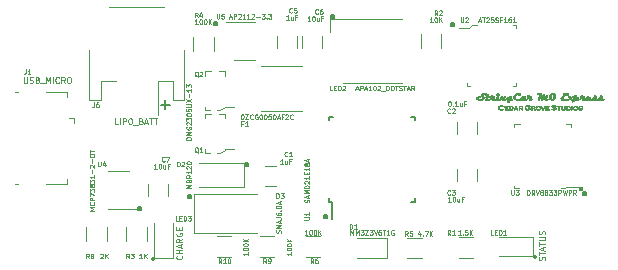
<source format=gto>
G04 #@! TF.GenerationSoftware,KiCad,Pcbnew,(5.0.0-rc2-dev-444-g2974a2c10)*
G04 #@! TF.CreationDate,2019-10-03T16:28:08-07:00*
G04 #@! TF.ProjectId,StringCar CPy PCB,537472696E6743617220435079205043,v03*
G04 #@! TF.SameCoordinates,Original*
G04 #@! TF.FileFunction,Legend,Top*
G04 #@! TF.FilePolarity,Positive*
%FSLAX46Y46*%
G04 Gerber Fmt 4.6, Leading zero omitted, Abs format (unit mm)*
G04 Created by KiCad (PCBNEW (5.0.0-rc2-dev-444-g2974a2c10)) date 10/03/19 16:28:08*
%MOMM*%
%LPD*%
G01*
G04 APERTURE LIST*
%ADD10C,0.200000*%
%ADD11C,0.150000*%
%ADD12C,0.100000*%
%ADD13C,0.010000*%
%ADD14C,0.120000*%
%ADD15C,0.080000*%
G04 APERTURE END LIST*
D10*
X106319047Y-102571428D02*
X107080952Y-102571428D01*
X106700000Y-102952380D02*
X106700000Y-102190476D01*
D11*
G36*
X110846000Y-95546000D02*
X111100000Y-95546000D01*
X111100000Y-95800000D01*
X110846000Y-95800000D01*
X110846000Y-95546000D01*
G37*
X110846000Y-95546000D02*
X111100000Y-95546000D01*
X111100000Y-95800000D01*
X110846000Y-95800000D01*
X110846000Y-95546000D01*
G36*
X113446000Y-107546000D02*
X113700000Y-107546000D01*
X113700000Y-107800000D01*
X113446000Y-107800000D01*
X113446000Y-107546000D01*
G37*
X113446000Y-107546000D02*
X113700000Y-107546000D01*
X113700000Y-107800000D01*
X113446000Y-107800000D01*
X113446000Y-107546000D01*
G36*
X108646000Y-110246000D02*
X108900000Y-110246000D01*
X108900000Y-110500000D01*
X108646000Y-110500000D01*
X108646000Y-110246000D01*
G37*
X108646000Y-110246000D02*
X108900000Y-110246000D01*
X108900000Y-110500000D01*
X108646000Y-110500000D01*
X108646000Y-110246000D01*
G36*
X104346000Y-111246000D02*
X104600000Y-111246000D01*
X104600000Y-111500000D01*
X104346000Y-111500000D01*
X104346000Y-111246000D01*
G37*
X104346000Y-111246000D02*
X104600000Y-111246000D01*
X104600000Y-111500000D01*
X104346000Y-111500000D01*
X104346000Y-111246000D01*
G36*
X142100000Y-109946000D02*
X142354000Y-109946000D01*
X142354000Y-110200000D01*
X142100000Y-110200000D01*
X142100000Y-109946000D01*
G37*
X142100000Y-109946000D02*
X142354000Y-109946000D01*
X142354000Y-110200000D01*
X142100000Y-110200000D01*
X142100000Y-109946000D01*
G36*
X120746000Y-94946000D02*
X121000000Y-94946000D01*
X121000000Y-95200000D01*
X120746000Y-95200000D01*
X120746000Y-94946000D01*
G37*
X120746000Y-94946000D02*
X121000000Y-94946000D01*
X121000000Y-95200000D01*
X120746000Y-95200000D01*
X120746000Y-94946000D01*
G36*
X120100000Y-111946000D02*
X120354000Y-111946000D01*
X120354000Y-112200000D01*
X120100000Y-112200000D01*
X120100000Y-111946000D01*
G37*
X120100000Y-111946000D02*
X120354000Y-111946000D01*
X120354000Y-112200000D01*
X120100000Y-112200000D01*
X120100000Y-111946000D01*
G36*
X130846000Y-95646000D02*
X131100000Y-95646000D01*
X131100000Y-95900000D01*
X130846000Y-95900000D01*
X130846000Y-95646000D01*
G37*
X130846000Y-95646000D02*
X131100000Y-95646000D01*
X131100000Y-95900000D01*
X130846000Y-95900000D01*
X130846000Y-95646000D01*
D12*
X108078571Y-115365000D02*
X108102380Y-115388809D01*
X108126190Y-115460238D01*
X108126190Y-115507857D01*
X108102380Y-115579285D01*
X108054761Y-115626904D01*
X108007142Y-115650714D01*
X107911904Y-115674523D01*
X107840476Y-115674523D01*
X107745238Y-115650714D01*
X107697619Y-115626904D01*
X107650000Y-115579285D01*
X107626190Y-115507857D01*
X107626190Y-115460238D01*
X107650000Y-115388809D01*
X107673809Y-115365000D01*
X108126190Y-115150714D02*
X107626190Y-115150714D01*
X107864285Y-115150714D02*
X107864285Y-114865000D01*
X108126190Y-114865000D02*
X107626190Y-114865000D01*
X107983333Y-114650714D02*
X107983333Y-114412619D01*
X108126190Y-114698333D02*
X107626190Y-114531666D01*
X108126190Y-114365000D01*
X108126190Y-113912619D02*
X107888095Y-114079285D01*
X108126190Y-114198333D02*
X107626190Y-114198333D01*
X107626190Y-114007857D01*
X107650000Y-113960238D01*
X107673809Y-113936428D01*
X107721428Y-113912619D01*
X107792857Y-113912619D01*
X107840476Y-113936428D01*
X107864285Y-113960238D01*
X107888095Y-114007857D01*
X107888095Y-114198333D01*
X107650000Y-113436428D02*
X107626190Y-113484047D01*
X107626190Y-113555476D01*
X107650000Y-113626904D01*
X107697619Y-113674523D01*
X107745238Y-113698333D01*
X107840476Y-113722142D01*
X107911904Y-113722142D01*
X108007142Y-113698333D01*
X108054761Y-113674523D01*
X108102380Y-113626904D01*
X108126190Y-113555476D01*
X108126190Y-113507857D01*
X108102380Y-113436428D01*
X108078571Y-113412619D01*
X107911904Y-113412619D01*
X107911904Y-113507857D01*
X107864285Y-113198333D02*
X107864285Y-113031666D01*
X108126190Y-112960238D02*
X108126190Y-113198333D01*
X107626190Y-113198333D01*
X107626190Y-112960238D01*
X138802380Y-115738095D02*
X138826190Y-115666666D01*
X138826190Y-115547619D01*
X138802380Y-115500000D01*
X138778571Y-115476190D01*
X138730952Y-115452380D01*
X138683333Y-115452380D01*
X138635714Y-115476190D01*
X138611904Y-115500000D01*
X138588095Y-115547619D01*
X138564285Y-115642857D01*
X138540476Y-115690476D01*
X138516666Y-115714285D01*
X138469047Y-115738095D01*
X138421428Y-115738095D01*
X138373809Y-115714285D01*
X138350000Y-115690476D01*
X138326190Y-115642857D01*
X138326190Y-115523809D01*
X138350000Y-115452380D01*
X138326190Y-115309523D02*
X138326190Y-115023809D01*
X138826190Y-115166666D02*
X138326190Y-115166666D01*
X138683333Y-114880952D02*
X138683333Y-114642857D01*
X138826190Y-114928571D02*
X138326190Y-114761904D01*
X138826190Y-114595238D01*
X138326190Y-114500000D02*
X138326190Y-114214285D01*
X138826190Y-114357142D02*
X138326190Y-114357142D01*
X138326190Y-114047619D02*
X138730952Y-114047619D01*
X138778571Y-114023809D01*
X138802380Y-114000000D01*
X138826190Y-113952380D01*
X138826190Y-113857142D01*
X138802380Y-113809523D01*
X138778571Y-113785714D01*
X138730952Y-113761904D01*
X138326190Y-113761904D01*
X138802380Y-113547619D02*
X138826190Y-113476190D01*
X138826190Y-113357142D01*
X138802380Y-113309523D01*
X138778571Y-113285714D01*
X138730952Y-113261904D01*
X138683333Y-113261904D01*
X138635714Y-113285714D01*
X138611904Y-113309523D01*
X138588095Y-113357142D01*
X138564285Y-113452380D01*
X138540476Y-113500000D01*
X138516666Y-113523809D01*
X138469047Y-113547619D01*
X138421428Y-113547619D01*
X138373809Y-113523809D01*
X138350000Y-113500000D01*
X138326190Y-113452380D01*
X138326190Y-113333333D01*
X138350000Y-113261904D01*
X136400000Y-101000000D02*
X136100000Y-101000000D01*
X136400000Y-100700000D02*
X136400000Y-101000000D01*
X136400000Y-95800000D02*
X136100000Y-95800000D01*
X136400000Y-96100000D02*
X136400000Y-95800000D01*
X132200000Y-101000000D02*
X132500000Y-101000000D01*
X132200000Y-100700000D02*
X132200000Y-101000000D01*
X132400000Y-96100000D02*
X131600000Y-96100000D01*
X132700000Y-95800000D02*
X132400000Y-96100000D01*
X133100000Y-95800000D02*
X132700000Y-95800000D01*
D13*
G36*
X135648778Y-102662614D02*
X135697294Y-102671431D01*
X135711872Y-102686292D01*
X135697831Y-102701390D01*
X135652097Y-102707249D01*
X135583142Y-102705491D01*
X135512427Y-102702407D01*
X135474650Y-102705489D01*
X135460519Y-102717967D01*
X135460741Y-102743074D01*
X135461395Y-102747825D01*
X135471266Y-102779252D01*
X135497216Y-102793171D01*
X135551685Y-102795710D01*
X135558375Y-102795590D01*
X135621739Y-102799793D01*
X135647430Y-102816383D01*
X135648333Y-102822048D01*
X135630569Y-102841667D01*
X135575377Y-102849936D01*
X135553083Y-102850334D01*
X135494306Y-102852527D01*
X135466459Y-102863308D01*
X135458197Y-102888977D01*
X135457833Y-102903250D01*
X135460522Y-102932577D01*
X135475216Y-102948411D01*
X135511856Y-102954893D01*
X135580382Y-102956166D01*
X135584833Y-102956167D01*
X135658576Y-102958605D01*
X135698169Y-102967249D01*
X135711583Y-102984091D01*
X135711833Y-102987917D01*
X135709015Y-103013969D01*
X135706542Y-103015929D01*
X135684435Y-103012344D01*
X135631678Y-103006577D01*
X135561676Y-103000054D01*
X135422102Y-102987917D01*
X135417419Y-102823875D01*
X135412736Y-102659834D01*
X135562284Y-102659834D01*
X135648778Y-102662614D01*
X135648778Y-102662614D01*
G37*
X135648778Y-102662614D02*
X135697294Y-102671431D01*
X135711872Y-102686292D01*
X135697831Y-102701390D01*
X135652097Y-102707249D01*
X135583142Y-102705491D01*
X135512427Y-102702407D01*
X135474650Y-102705489D01*
X135460519Y-102717967D01*
X135460741Y-102743074D01*
X135461395Y-102747825D01*
X135471266Y-102779252D01*
X135497216Y-102793171D01*
X135551685Y-102795710D01*
X135558375Y-102795590D01*
X135621739Y-102799793D01*
X135647430Y-102816383D01*
X135648333Y-102822048D01*
X135630569Y-102841667D01*
X135575377Y-102849936D01*
X135553083Y-102850334D01*
X135494306Y-102852527D01*
X135466459Y-102863308D01*
X135458197Y-102888977D01*
X135457833Y-102903250D01*
X135460522Y-102932577D01*
X135475216Y-102948411D01*
X135511856Y-102954893D01*
X135580382Y-102956166D01*
X135584833Y-102956167D01*
X135658576Y-102958605D01*
X135698169Y-102967249D01*
X135711583Y-102984091D01*
X135711833Y-102987917D01*
X135709015Y-103013969D01*
X135706542Y-103015929D01*
X135684435Y-103012344D01*
X135631678Y-103006577D01*
X135561676Y-103000054D01*
X135422102Y-102987917D01*
X135417419Y-102823875D01*
X135412736Y-102659834D01*
X135562284Y-102659834D01*
X135648778Y-102662614D01*
G36*
X139029708Y-102659798D02*
X139107699Y-102662525D01*
X139161846Y-102669834D01*
X139183126Y-102680478D01*
X139183167Y-102681000D01*
X139163863Y-102692244D01*
X139113330Y-102699878D01*
X139054694Y-102702167D01*
X138983985Y-102703278D01*
X138946306Y-102709034D01*
X138932367Y-102723071D01*
X138932878Y-102749024D01*
X138932986Y-102749792D01*
X138944359Y-102781194D01*
X138974792Y-102795342D01*
X139024417Y-102798786D01*
X139085583Y-102805360D01*
X139106845Y-102818867D01*
X139088804Y-102833925D01*
X139032060Y-102845155D01*
X139019125Y-102846259D01*
X138962138Y-102853324D01*
X138935998Y-102868438D01*
X138929223Y-102899032D01*
X138929167Y-102904467D01*
X138932016Y-102933131D01*
X138947182Y-102948608D01*
X138984594Y-102954939D01*
X139054179Y-102956167D01*
X139056167Y-102956167D01*
X139129910Y-102958605D01*
X139169502Y-102967249D01*
X139182916Y-102984091D01*
X139183167Y-102987917D01*
X139180350Y-103013926D01*
X139177875Y-103015853D01*
X139155785Y-103012384D01*
X139102662Y-103006851D01*
X139029685Y-103000410D01*
X139024417Y-102999978D01*
X138876250Y-102987917D01*
X138876250Y-102659763D01*
X139029708Y-102659798D01*
X139029708Y-102659798D01*
G37*
X139029708Y-102659798D02*
X139107699Y-102662525D01*
X139161846Y-102669834D01*
X139183126Y-102680478D01*
X139183167Y-102681000D01*
X139163863Y-102692244D01*
X139113330Y-102699878D01*
X139054694Y-102702167D01*
X138983985Y-102703278D01*
X138946306Y-102709034D01*
X138932367Y-102723071D01*
X138932878Y-102749024D01*
X138932986Y-102749792D01*
X138944359Y-102781194D01*
X138974792Y-102795342D01*
X139024417Y-102798786D01*
X139085583Y-102805360D01*
X139106845Y-102818867D01*
X139088804Y-102833925D01*
X139032060Y-102845155D01*
X139019125Y-102846259D01*
X138962138Y-102853324D01*
X138935998Y-102868438D01*
X138929223Y-102899032D01*
X138929167Y-102904467D01*
X138932016Y-102933131D01*
X138947182Y-102948608D01*
X138984594Y-102954939D01*
X139054179Y-102956167D01*
X139056167Y-102956167D01*
X139129910Y-102958605D01*
X139169502Y-102967249D01*
X139182916Y-102984091D01*
X139183167Y-102987917D01*
X139180350Y-103013926D01*
X139177875Y-103015853D01*
X139155785Y-103012384D01*
X139102662Y-103006851D01*
X139029685Y-103000410D01*
X139024417Y-102999978D01*
X138876250Y-102987917D01*
X138876250Y-102659763D01*
X139029708Y-102659798D01*
G36*
X135181394Y-102603065D02*
X135244735Y-102620550D01*
X135286246Y-102644724D01*
X135295728Y-102671525D01*
X135295649Y-102671735D01*
X135281786Y-102690108D01*
X135255487Y-102680929D01*
X135239309Y-102670113D01*
X135171737Y-102644285D01*
X135087809Y-102641232D01*
X135007277Y-102661627D01*
X135006080Y-102662168D01*
X134947902Y-102707988D01*
X134922304Y-102770448D01*
X134929726Y-102838628D01*
X134970613Y-102901612D01*
X134995540Y-102922281D01*
X135052675Y-102945765D01*
X135125310Y-102955032D01*
X135196016Y-102949869D01*
X135247367Y-102930063D01*
X135252718Y-102925425D01*
X135282850Y-102906021D01*
X135296563Y-102907786D01*
X135306897Y-102936456D01*
X135283796Y-102961352D01*
X135236106Y-102980798D01*
X135172673Y-102993121D01*
X135102344Y-102996645D01*
X135033965Y-102989698D01*
X134976383Y-102970605D01*
X134973330Y-102968962D01*
X134905590Y-102912643D01*
X134872318Y-102844198D01*
X134870690Y-102771532D01*
X134897882Y-102702555D01*
X134951067Y-102645174D01*
X135027424Y-102607295D01*
X135106421Y-102596334D01*
X135181394Y-102603065D01*
X135181394Y-102603065D01*
G37*
X135181394Y-102603065D02*
X135244735Y-102620550D01*
X135286246Y-102644724D01*
X135295728Y-102671525D01*
X135295649Y-102671735D01*
X135281786Y-102690108D01*
X135255487Y-102680929D01*
X135239309Y-102670113D01*
X135171737Y-102644285D01*
X135087809Y-102641232D01*
X135007277Y-102661627D01*
X135006080Y-102662168D01*
X134947902Y-102707988D01*
X134922304Y-102770448D01*
X134929726Y-102838628D01*
X134970613Y-102901612D01*
X134995540Y-102922281D01*
X135052675Y-102945765D01*
X135125310Y-102955032D01*
X135196016Y-102949869D01*
X135247367Y-102930063D01*
X135252718Y-102925425D01*
X135282850Y-102906021D01*
X135296563Y-102907786D01*
X135306897Y-102936456D01*
X135283796Y-102961352D01*
X135236106Y-102980798D01*
X135172673Y-102993121D01*
X135102344Y-102996645D01*
X135033965Y-102989698D01*
X134976383Y-102970605D01*
X134973330Y-102968962D01*
X134905590Y-102912643D01*
X134872318Y-102844198D01*
X134870690Y-102771532D01*
X134897882Y-102702555D01*
X134951067Y-102645174D01*
X135027424Y-102607295D01*
X135106421Y-102596334D01*
X135181394Y-102603065D01*
G36*
X135970205Y-102663625D02*
X136028971Y-102673304D01*
X136049665Y-102680553D01*
X136090224Y-102722900D01*
X136116373Y-102789459D01*
X136122015Y-102862934D01*
X136119713Y-102879295D01*
X136091188Y-102941797D01*
X136032236Y-102980642D01*
X135939844Y-102997486D01*
X135902915Y-102998500D01*
X135785917Y-102998500D01*
X135785917Y-102702167D01*
X135838833Y-102702167D01*
X135838833Y-102956167D01*
X135932883Y-102956167D01*
X136000586Y-102950451D01*
X136042260Y-102929546D01*
X136059883Y-102909124D01*
X136088461Y-102840510D01*
X136079217Y-102779125D01*
X136036659Y-102731809D01*
X135965296Y-102705406D01*
X135923500Y-102702167D01*
X135838833Y-102702167D01*
X135785917Y-102702167D01*
X135785917Y-102659834D01*
X135898433Y-102659834D01*
X135970205Y-102663625D01*
X135970205Y-102663625D01*
G37*
X135970205Y-102663625D02*
X136028971Y-102673304D01*
X136049665Y-102680553D01*
X136090224Y-102722900D01*
X136116373Y-102789459D01*
X136122015Y-102862934D01*
X136119713Y-102879295D01*
X136091188Y-102941797D01*
X136032236Y-102980642D01*
X135939844Y-102997486D01*
X135902915Y-102998500D01*
X135785917Y-102998500D01*
X135785917Y-102702167D01*
X135838833Y-102702167D01*
X135838833Y-102956167D01*
X135932883Y-102956167D01*
X136000586Y-102950451D01*
X136042260Y-102929546D01*
X136059883Y-102909124D01*
X136088461Y-102840510D01*
X136079217Y-102779125D01*
X136036659Y-102731809D01*
X135965296Y-102705406D01*
X135923500Y-102702167D01*
X135838833Y-102702167D01*
X135785917Y-102702167D01*
X135785917Y-102659834D01*
X135898433Y-102659834D01*
X135970205Y-102663625D01*
G36*
X136380655Y-102668243D02*
X136389167Y-102680441D01*
X136397897Y-102708161D01*
X136421018Y-102762937D01*
X136453921Y-102833991D01*
X136461547Y-102849774D01*
X136498627Y-102931640D01*
X136513704Y-102980307D01*
X136507516Y-102998286D01*
X136505307Y-102998500D01*
X136476525Y-102980894D01*
X136463250Y-102956167D01*
X136447183Y-102929985D01*
X136412965Y-102917277D01*
X136348889Y-102913838D01*
X136345407Y-102913834D01*
X136278132Y-102917785D01*
X136244573Y-102933143D01*
X136236563Y-102965163D01*
X136238493Y-102982625D01*
X136223131Y-102995752D01*
X136201314Y-102998500D01*
X136183818Y-102994495D01*
X136180757Y-102977712D01*
X136194037Y-102941002D01*
X136225563Y-102877215D01*
X136233486Y-102862053D01*
X136288736Y-102862053D01*
X136312380Y-102870697D01*
X136346833Y-102871500D01*
X136393077Y-102863724D01*
X136409583Y-102845042D01*
X136399355Y-102807772D01*
X136380344Y-102767154D01*
X136351855Y-102715725D01*
X136317594Y-102781978D01*
X136291543Y-102835752D01*
X136288736Y-102862053D01*
X136233486Y-102862053D01*
X136242033Y-102845700D01*
X136278092Y-102773063D01*
X136303067Y-102714667D01*
X136312850Y-102680427D01*
X136312220Y-102676367D01*
X136321152Y-102663282D01*
X136345584Y-102659834D01*
X136380655Y-102668243D01*
X136380655Y-102668243D01*
G37*
X136380655Y-102668243D02*
X136389167Y-102680441D01*
X136397897Y-102708161D01*
X136421018Y-102762937D01*
X136453921Y-102833991D01*
X136461547Y-102849774D01*
X136498627Y-102931640D01*
X136513704Y-102980307D01*
X136507516Y-102998286D01*
X136505307Y-102998500D01*
X136476525Y-102980894D01*
X136463250Y-102956167D01*
X136447183Y-102929985D01*
X136412965Y-102917277D01*
X136348889Y-102913838D01*
X136345407Y-102913834D01*
X136278132Y-102917785D01*
X136244573Y-102933143D01*
X136236563Y-102965163D01*
X136238493Y-102982625D01*
X136223131Y-102995752D01*
X136201314Y-102998500D01*
X136183818Y-102994495D01*
X136180757Y-102977712D01*
X136194037Y-102941002D01*
X136225563Y-102877215D01*
X136233486Y-102862053D01*
X136288736Y-102862053D01*
X136312380Y-102870697D01*
X136346833Y-102871500D01*
X136393077Y-102863724D01*
X136409583Y-102845042D01*
X136399355Y-102807772D01*
X136380344Y-102767154D01*
X136351855Y-102715725D01*
X136317594Y-102781978D01*
X136291543Y-102835752D01*
X136288736Y-102862053D01*
X136233486Y-102862053D01*
X136242033Y-102845700D01*
X136278092Y-102773063D01*
X136303067Y-102714667D01*
X136312850Y-102680427D01*
X136312220Y-102676367D01*
X136321152Y-102663282D01*
X136345584Y-102659834D01*
X136380655Y-102668243D01*
G36*
X136824903Y-102668398D02*
X136887175Y-102695058D01*
X136915750Y-102741264D01*
X136918333Y-102766354D01*
X136903609Y-102810219D01*
X136875608Y-102846156D01*
X136832882Y-102885961D01*
X136877144Y-102942230D01*
X136903157Y-102982822D01*
X136896952Y-102998203D01*
X136893411Y-102998439D01*
X136863967Y-102982216D01*
X136828283Y-102942492D01*
X136823083Y-102935000D01*
X136780799Y-102888472D01*
X136728053Y-102872200D01*
X136709556Y-102871561D01*
X136661777Y-102874681D01*
X136644923Y-102891905D01*
X136647660Y-102934854D01*
X136647682Y-102935000D01*
X136647513Y-102984143D01*
X136628917Y-102998500D01*
X136614011Y-102986747D01*
X136605108Y-102947497D01*
X136601215Y-102874764D01*
X136600833Y-102829167D01*
X136600833Y-102751556D01*
X136643167Y-102751556D01*
X136649523Y-102798848D01*
X136674852Y-102821805D01*
X136728539Y-102826492D01*
X136756660Y-102824871D01*
X136825577Y-102809546D01*
X136863261Y-102780939D01*
X136871323Y-102741925D01*
X136839669Y-102716006D01*
X136768971Y-102703584D01*
X136733125Y-102702491D01*
X136676287Y-102704937D01*
X136650160Y-102717002D01*
X136643255Y-102744951D01*
X136643167Y-102751556D01*
X136600833Y-102751556D01*
X136600833Y-102659834D01*
X136726321Y-102659834D01*
X136824903Y-102668398D01*
X136824903Y-102668398D01*
G37*
X136824903Y-102668398D02*
X136887175Y-102695058D01*
X136915750Y-102741264D01*
X136918333Y-102766354D01*
X136903609Y-102810219D01*
X136875608Y-102846156D01*
X136832882Y-102885961D01*
X136877144Y-102942230D01*
X136903157Y-102982822D01*
X136896952Y-102998203D01*
X136893411Y-102998439D01*
X136863967Y-102982216D01*
X136828283Y-102942492D01*
X136823083Y-102935000D01*
X136780799Y-102888472D01*
X136728053Y-102872200D01*
X136709556Y-102871561D01*
X136661777Y-102874681D01*
X136644923Y-102891905D01*
X136647660Y-102934854D01*
X136647682Y-102935000D01*
X136647513Y-102984143D01*
X136628917Y-102998500D01*
X136614011Y-102986747D01*
X136605108Y-102947497D01*
X136601215Y-102874764D01*
X136600833Y-102829167D01*
X136600833Y-102751556D01*
X136643167Y-102751556D01*
X136649523Y-102798848D01*
X136674852Y-102821805D01*
X136728539Y-102826492D01*
X136756660Y-102824871D01*
X136825577Y-102809546D01*
X136863261Y-102780939D01*
X136871323Y-102741925D01*
X136839669Y-102716006D01*
X136768971Y-102703584D01*
X136733125Y-102702491D01*
X136676287Y-102704937D01*
X136650160Y-102717002D01*
X136643255Y-102744951D01*
X136643167Y-102751556D01*
X136600833Y-102751556D01*
X136600833Y-102659834D01*
X136726321Y-102659834D01*
X136824903Y-102668398D01*
G36*
X137456747Y-102609644D02*
X137516267Y-102627069D01*
X137554065Y-102649660D01*
X137560686Y-102671203D01*
X137545241Y-102686537D01*
X137511867Y-102677548D01*
X137493638Y-102668521D01*
X137405564Y-102640791D01*
X137316946Y-102643533D01*
X137241913Y-102675586D01*
X137224288Y-102690621D01*
X137182435Y-102756083D01*
X137177223Y-102823613D01*
X137204269Y-102884837D01*
X137259189Y-102931379D01*
X137337600Y-102954864D01*
X137363263Y-102956167D01*
X137448191Y-102947502D01*
X137506674Y-102923571D01*
X137531724Y-102887471D01*
X137532167Y-102881339D01*
X137514992Y-102858166D01*
X137461274Y-102850346D01*
X137458083Y-102850334D01*
X137404758Y-102843401D01*
X137384031Y-102824640D01*
X137384000Y-102823723D01*
X137400270Y-102806875D01*
X137451743Y-102803058D01*
X137479250Y-102804687D01*
X137537939Y-102811585D01*
X137565737Y-102825346D01*
X137574062Y-102854172D01*
X137574500Y-102873088D01*
X137562652Y-102925092D01*
X137520203Y-102961827D01*
X137512051Y-102966207D01*
X137431279Y-102990733D01*
X137336132Y-102995706D01*
X137250283Y-102980129D01*
X137243390Y-102977512D01*
X137179354Y-102931197D01*
X137141456Y-102861980D01*
X137132326Y-102782168D01*
X137154600Y-102704067D01*
X137177658Y-102670288D01*
X137244765Y-102621407D01*
X137316536Y-102602647D01*
X137386504Y-102600474D01*
X137456747Y-102609644D01*
X137456747Y-102609644D01*
G37*
X137456747Y-102609644D02*
X137516267Y-102627069D01*
X137554065Y-102649660D01*
X137560686Y-102671203D01*
X137545241Y-102686537D01*
X137511867Y-102677548D01*
X137493638Y-102668521D01*
X137405564Y-102640791D01*
X137316946Y-102643533D01*
X137241913Y-102675586D01*
X137224288Y-102690621D01*
X137182435Y-102756083D01*
X137177223Y-102823613D01*
X137204269Y-102884837D01*
X137259189Y-102931379D01*
X137337600Y-102954864D01*
X137363263Y-102956167D01*
X137448191Y-102947502D01*
X137506674Y-102923571D01*
X137531724Y-102887471D01*
X137532167Y-102881339D01*
X137514992Y-102858166D01*
X137461274Y-102850346D01*
X137458083Y-102850334D01*
X137404758Y-102843401D01*
X137384031Y-102824640D01*
X137384000Y-102823723D01*
X137400270Y-102806875D01*
X137451743Y-102803058D01*
X137479250Y-102804687D01*
X137537939Y-102811585D01*
X137565737Y-102825346D01*
X137574062Y-102854172D01*
X137574500Y-102873088D01*
X137562652Y-102925092D01*
X137520203Y-102961827D01*
X137512051Y-102966207D01*
X137431279Y-102990733D01*
X137336132Y-102995706D01*
X137250283Y-102980129D01*
X137243390Y-102977512D01*
X137179354Y-102931197D01*
X137141456Y-102861980D01*
X137132326Y-102782168D01*
X137154600Y-102704067D01*
X137177658Y-102670288D01*
X137244765Y-102621407D01*
X137316536Y-102602647D01*
X137386504Y-102600474D01*
X137456747Y-102609644D01*
G36*
X137871579Y-102663858D02*
X137928313Y-102674352D01*
X137951267Y-102685234D01*
X137974604Y-102734740D01*
X137971704Y-102795437D01*
X137944735Y-102847126D01*
X137932779Y-102857507D01*
X137905747Y-102885903D01*
X137911498Y-102902219D01*
X137939408Y-102931233D01*
X137956131Y-102957346D01*
X137967362Y-102991502D01*
X137955847Y-103000404D01*
X137930446Y-102986962D01*
X137900020Y-102954087D01*
X137887693Y-102934866D01*
X137850437Y-102888166D01*
X137801313Y-102872063D01*
X137784749Y-102871500D01*
X137739043Y-102875195D01*
X137724069Y-102894725D01*
X137727182Y-102935000D01*
X137728118Y-102981675D01*
X137709662Y-102998071D01*
X137703126Y-102998500D01*
X137686149Y-102991611D01*
X137675958Y-102965714D01*
X137671008Y-102912962D01*
X137669750Y-102829167D01*
X137669750Y-102765667D01*
X137722667Y-102765667D01*
X137725556Y-102805101D01*
X137741983Y-102823514D01*
X137783588Y-102828882D01*
X137815325Y-102829167D01*
X137887022Y-102821327D01*
X137931839Y-102800130D01*
X137934333Y-102797417D01*
X137948874Y-102758059D01*
X137926294Y-102726498D01*
X137871638Y-102706773D01*
X137815325Y-102702167D01*
X137757783Y-102704147D01*
X137730915Y-102715405D01*
X137723083Y-102743917D01*
X137722667Y-102765667D01*
X137669750Y-102765667D01*
X137669750Y-102659834D01*
X137797808Y-102659834D01*
X137871579Y-102663858D01*
X137871579Y-102663858D01*
G37*
X137871579Y-102663858D02*
X137928313Y-102674352D01*
X137951267Y-102685234D01*
X137974604Y-102734740D01*
X137971704Y-102795437D01*
X137944735Y-102847126D01*
X137932779Y-102857507D01*
X137905747Y-102885903D01*
X137911498Y-102902219D01*
X137939408Y-102931233D01*
X137956131Y-102957346D01*
X137967362Y-102991502D01*
X137955847Y-103000404D01*
X137930446Y-102986962D01*
X137900020Y-102954087D01*
X137887693Y-102934866D01*
X137850437Y-102888166D01*
X137801313Y-102872063D01*
X137784749Y-102871500D01*
X137739043Y-102875195D01*
X137724069Y-102894725D01*
X137727182Y-102935000D01*
X137728118Y-102981675D01*
X137709662Y-102998071D01*
X137703126Y-102998500D01*
X137686149Y-102991611D01*
X137675958Y-102965714D01*
X137671008Y-102912962D01*
X137669750Y-102829167D01*
X137669750Y-102765667D01*
X137722667Y-102765667D01*
X137725556Y-102805101D01*
X137741983Y-102823514D01*
X137783588Y-102828882D01*
X137815325Y-102829167D01*
X137887022Y-102821327D01*
X137931839Y-102800130D01*
X137934333Y-102797417D01*
X137948874Y-102758059D01*
X137926294Y-102726498D01*
X137871638Y-102706773D01*
X137815325Y-102702167D01*
X137757783Y-102704147D01*
X137730915Y-102715405D01*
X137723083Y-102743917D01*
X137722667Y-102765667D01*
X137669750Y-102765667D01*
X137669750Y-102659834D01*
X137797808Y-102659834D01*
X137871579Y-102663858D01*
G36*
X138344383Y-102679182D02*
X138403651Y-102722145D01*
X138441200Y-102782278D01*
X138448707Y-102854728D01*
X138440455Y-102888957D01*
X138399241Y-102947851D01*
X138330463Y-102985426D01*
X138244711Y-102998695D01*
X138152578Y-102984670D01*
X138129817Y-102976560D01*
X138077275Y-102935675D01*
X138052115Y-102874091D01*
X138053764Y-102830703D01*
X138082500Y-102830703D01*
X138100602Y-102889070D01*
X138147282Y-102930919D01*
X138211103Y-102953545D01*
X138280629Y-102954244D01*
X138344422Y-102930314D01*
X138377297Y-102900396D01*
X138407382Y-102856870D01*
X138421086Y-102826625D01*
X138421167Y-102825350D01*
X138403515Y-102787534D01*
X138360271Y-102747170D01*
X138306004Y-102715101D01*
X138255650Y-102702167D01*
X138193080Y-102715951D01*
X138134440Y-102750521D01*
X138093435Y-102795701D01*
X138082500Y-102830703D01*
X138053764Y-102830703D01*
X138054789Y-102803771D01*
X138085745Y-102736677D01*
X138119483Y-102701832D01*
X138193977Y-102664174D01*
X138271718Y-102658242D01*
X138344383Y-102679182D01*
X138344383Y-102679182D01*
G37*
X138344383Y-102679182D02*
X138403651Y-102722145D01*
X138441200Y-102782278D01*
X138448707Y-102854728D01*
X138440455Y-102888957D01*
X138399241Y-102947851D01*
X138330463Y-102985426D01*
X138244711Y-102998695D01*
X138152578Y-102984670D01*
X138129817Y-102976560D01*
X138077275Y-102935675D01*
X138052115Y-102874091D01*
X138053764Y-102830703D01*
X138082500Y-102830703D01*
X138100602Y-102889070D01*
X138147282Y-102930919D01*
X138211103Y-102953545D01*
X138280629Y-102954244D01*
X138344422Y-102930314D01*
X138377297Y-102900396D01*
X138407382Y-102856870D01*
X138421086Y-102826625D01*
X138421167Y-102825350D01*
X138403515Y-102787534D01*
X138360271Y-102747170D01*
X138306004Y-102715101D01*
X138255650Y-102702167D01*
X138193080Y-102715951D01*
X138134440Y-102750521D01*
X138093435Y-102795701D01*
X138082500Y-102830703D01*
X138053764Y-102830703D01*
X138054789Y-102803771D01*
X138085745Y-102736677D01*
X138119483Y-102701832D01*
X138193977Y-102664174D01*
X138271718Y-102658242D01*
X138344383Y-102679182D01*
G36*
X138786096Y-102671860D02*
X138778836Y-102711409D01*
X138757154Y-102770959D01*
X138728076Y-102844821D01*
X138702404Y-102911827D01*
X138691893Y-102940292D01*
X138661058Y-102986994D01*
X138629513Y-102998500D01*
X138600202Y-102991902D01*
X138598006Y-102982313D01*
X138594386Y-102956816D01*
X138575863Y-102903569D01*
X138546132Y-102832850D01*
X138537074Y-102812980D01*
X138502713Y-102736286D01*
X138485942Y-102690056D01*
X138485129Y-102667036D01*
X138498644Y-102659971D01*
X138502648Y-102659834D01*
X138535032Y-102677284D01*
X138542206Y-102696875D01*
X138551251Y-102732833D01*
X138570998Y-102787374D01*
X138595862Y-102847363D01*
X138620260Y-102899661D01*
X138638608Y-102931133D01*
X138643417Y-102935000D01*
X138657202Y-102917241D01*
X138679560Y-102872722D01*
X138704905Y-102814581D01*
X138727654Y-102755952D01*
X138742224Y-102709975D01*
X138744627Y-102696875D01*
X138759976Y-102665416D01*
X138774612Y-102659834D01*
X138786096Y-102671860D01*
X138786096Y-102671860D01*
G37*
X138786096Y-102671860D02*
X138778836Y-102711409D01*
X138757154Y-102770959D01*
X138728076Y-102844821D01*
X138702404Y-102911827D01*
X138691893Y-102940292D01*
X138661058Y-102986994D01*
X138629513Y-102998500D01*
X138600202Y-102991902D01*
X138598006Y-102982313D01*
X138594386Y-102956816D01*
X138575863Y-102903569D01*
X138546132Y-102832850D01*
X138537074Y-102812980D01*
X138502713Y-102736286D01*
X138485942Y-102690056D01*
X138485129Y-102667036D01*
X138498644Y-102659971D01*
X138502648Y-102659834D01*
X138535032Y-102677284D01*
X138542206Y-102696875D01*
X138551251Y-102732833D01*
X138570998Y-102787374D01*
X138595862Y-102847363D01*
X138620260Y-102899661D01*
X138638608Y-102931133D01*
X138643417Y-102935000D01*
X138657202Y-102917241D01*
X138679560Y-102872722D01*
X138704905Y-102814581D01*
X138727654Y-102755952D01*
X138742224Y-102709975D01*
X138744627Y-102696875D01*
X138759976Y-102665416D01*
X138774612Y-102659834D01*
X138786096Y-102671860D01*
G36*
X139643459Y-102603047D02*
X139707078Y-102620530D01*
X139746920Y-102644797D01*
X139754667Y-102661574D01*
X139739769Y-102675212D01*
X139717625Y-102669256D01*
X139644181Y-102647747D01*
X139569561Y-102643041D01*
X139503954Y-102653323D01*
X139457545Y-102676774D01*
X139440522Y-102711578D01*
X139441292Y-102718542D01*
X139469107Y-102752932D01*
X139535826Y-102775199D01*
X139639308Y-102784724D01*
X139717852Y-102796475D01*
X139762009Y-102828938D01*
X139775833Y-102885094D01*
X139775833Y-102885117D01*
X139757104Y-102937251D01*
X139706739Y-102974381D01*
X139633467Y-102994250D01*
X139546021Y-102994601D01*
X139453130Y-102973178D01*
X139445660Y-102970432D01*
X139403676Y-102946702D01*
X139388566Y-102921850D01*
X139389110Y-102919440D01*
X139404924Y-102905493D01*
X139441184Y-102915990D01*
X139458941Y-102924731D01*
X139526487Y-102947530D01*
X139601437Y-102955248D01*
X139668267Y-102947888D01*
X139711456Y-102925454D01*
X139712109Y-102924686D01*
X139731656Y-102880953D01*
X139713024Y-102848383D01*
X139659757Y-102830985D01*
X139627651Y-102829167D01*
X139550002Y-102821034D01*
X139474999Y-102801185D01*
X139468237Y-102798497D01*
X139412892Y-102760796D01*
X139393181Y-102714834D01*
X139405437Y-102668079D01*
X139445992Y-102628002D01*
X139511178Y-102602073D01*
X139567498Y-102596334D01*
X139643459Y-102603047D01*
X139643459Y-102603047D01*
G37*
X139643459Y-102603047D02*
X139707078Y-102620530D01*
X139746920Y-102644797D01*
X139754667Y-102661574D01*
X139739769Y-102675212D01*
X139717625Y-102669256D01*
X139644181Y-102647747D01*
X139569561Y-102643041D01*
X139503954Y-102653323D01*
X139457545Y-102676774D01*
X139440522Y-102711578D01*
X139441292Y-102718542D01*
X139469107Y-102752932D01*
X139535826Y-102775199D01*
X139639308Y-102784724D01*
X139717852Y-102796475D01*
X139762009Y-102828938D01*
X139775833Y-102885094D01*
X139775833Y-102885117D01*
X139757104Y-102937251D01*
X139706739Y-102974381D01*
X139633467Y-102994250D01*
X139546021Y-102994601D01*
X139453130Y-102973178D01*
X139445660Y-102970432D01*
X139403676Y-102946702D01*
X139388566Y-102921850D01*
X139389110Y-102919440D01*
X139404924Y-102905493D01*
X139441184Y-102915990D01*
X139458941Y-102924731D01*
X139526487Y-102947530D01*
X139601437Y-102955248D01*
X139668267Y-102947888D01*
X139711456Y-102925454D01*
X139712109Y-102924686D01*
X139731656Y-102880953D01*
X139713024Y-102848383D01*
X139659757Y-102830985D01*
X139627651Y-102829167D01*
X139550002Y-102821034D01*
X139474999Y-102801185D01*
X139468237Y-102798497D01*
X139412892Y-102760796D01*
X139393181Y-102714834D01*
X139405437Y-102668079D01*
X139445992Y-102628002D01*
X139511178Y-102602073D01*
X139567498Y-102596334D01*
X139643459Y-102603047D01*
G36*
X140056907Y-102662460D02*
X140112660Y-102669569D01*
X140135518Y-102680008D01*
X140135667Y-102681000D01*
X140117029Y-102694862D01*
X140071069Y-102701934D01*
X140059846Y-102702167D01*
X139984026Y-102702167D01*
X139991055Y-102850381D01*
X139992675Y-102934174D01*
X139987208Y-102981652D01*
X139973927Y-102998349D01*
X139971625Y-102998548D01*
X139956372Y-102982869D01*
X139947790Y-102933197D01*
X139945167Y-102847931D01*
X139945167Y-102697362D01*
X139881667Y-102706682D01*
X139832524Y-102706514D01*
X139818167Y-102687918D01*
X139830393Y-102672568D01*
X139871038Y-102663622D01*
X139946051Y-102660026D01*
X139976917Y-102659834D01*
X140056907Y-102662460D01*
X140056907Y-102662460D01*
G37*
X140056907Y-102662460D02*
X140112660Y-102669569D01*
X140135518Y-102680008D01*
X140135667Y-102681000D01*
X140117029Y-102694862D01*
X140071069Y-102701934D01*
X140059846Y-102702167D01*
X139984026Y-102702167D01*
X139991055Y-102850381D01*
X139992675Y-102934174D01*
X139987208Y-102981652D01*
X139973927Y-102998349D01*
X139971625Y-102998548D01*
X139956372Y-102982869D01*
X139947790Y-102933197D01*
X139945167Y-102847931D01*
X139945167Y-102697362D01*
X139881667Y-102706682D01*
X139832524Y-102706514D01*
X139818167Y-102687918D01*
X139830393Y-102672568D01*
X139871038Y-102663622D01*
X139946051Y-102660026D01*
X139976917Y-102659834D01*
X140056907Y-102662460D01*
G36*
X140517367Y-102678668D02*
X140521808Y-102726941D01*
X140521071Y-102792203D01*
X140515815Y-102862033D01*
X140506702Y-102924009D01*
X140494392Y-102965711D01*
X140490479Y-102972042D01*
X140458009Y-102987684D01*
X140399981Y-102997178D01*
X140367108Y-102998500D01*
X140298023Y-102993997D01*
X140255965Y-102977081D01*
X140232117Y-102951457D01*
X140214047Y-102907558D01*
X140202691Y-102845132D01*
X140198329Y-102776706D01*
X140201240Y-102714806D01*
X140211701Y-102671960D01*
X140225625Y-102659820D01*
X140241995Y-102675765D01*
X140246584Y-102726451D01*
X140244894Y-102763500D01*
X140245737Y-102857420D01*
X140266049Y-102917378D01*
X140309079Y-102948517D01*
X140366653Y-102956167D01*
X140433725Y-102948177D01*
X140473877Y-102919765D01*
X140491777Y-102864271D01*
X140492208Y-102776934D01*
X140491503Y-102705520D01*
X140499432Y-102665798D01*
X140507086Y-102659805D01*
X140517367Y-102678668D01*
X140517367Y-102678668D01*
G37*
X140517367Y-102678668D02*
X140521808Y-102726941D01*
X140521071Y-102792203D01*
X140515815Y-102862033D01*
X140506702Y-102924009D01*
X140494392Y-102965711D01*
X140490479Y-102972042D01*
X140458009Y-102987684D01*
X140399981Y-102997178D01*
X140367108Y-102998500D01*
X140298023Y-102993997D01*
X140255965Y-102977081D01*
X140232117Y-102951457D01*
X140214047Y-102907558D01*
X140202691Y-102845132D01*
X140198329Y-102776706D01*
X140201240Y-102714806D01*
X140211701Y-102671960D01*
X140225625Y-102659820D01*
X140241995Y-102675765D01*
X140246584Y-102726451D01*
X140244894Y-102763500D01*
X140245737Y-102857420D01*
X140266049Y-102917378D01*
X140309079Y-102948517D01*
X140366653Y-102956167D01*
X140433725Y-102948177D01*
X140473877Y-102919765D01*
X140491777Y-102864271D01*
X140492208Y-102776934D01*
X140491503Y-102705520D01*
X140499432Y-102665798D01*
X140507086Y-102659805D01*
X140517367Y-102678668D01*
G36*
X140841212Y-102671536D02*
X140913289Y-102707309D01*
X140952514Y-102768149D01*
X140961167Y-102830703D01*
X140949883Y-102910374D01*
X140913026Y-102962475D01*
X140846088Y-102990629D01*
X140752480Y-102998500D01*
X140628460Y-102998500D01*
X140621319Y-102702167D01*
X140664833Y-102702167D01*
X140664833Y-102956167D01*
X140769922Y-102956167D01*
X140839132Y-102952113D01*
X140878620Y-102937361D01*
X140896922Y-102915225D01*
X140920481Y-102837495D01*
X140906203Y-102772153D01*
X140858116Y-102725327D01*
X140780251Y-102703144D01*
X140756803Y-102702167D01*
X140664833Y-102702167D01*
X140621319Y-102702167D01*
X140620298Y-102659834D01*
X140734961Y-102659834D01*
X140841212Y-102671536D01*
X140841212Y-102671536D01*
G37*
X140841212Y-102671536D02*
X140913289Y-102707309D01*
X140952514Y-102768149D01*
X140961167Y-102830703D01*
X140949883Y-102910374D01*
X140913026Y-102962475D01*
X140846088Y-102990629D01*
X140752480Y-102998500D01*
X140628460Y-102998500D01*
X140621319Y-102702167D01*
X140664833Y-102702167D01*
X140664833Y-102956167D01*
X140769922Y-102956167D01*
X140839132Y-102952113D01*
X140878620Y-102937361D01*
X140896922Y-102915225D01*
X140920481Y-102837495D01*
X140906203Y-102772153D01*
X140858116Y-102725327D01*
X140780251Y-102703144D01*
X140756803Y-102702167D01*
X140664833Y-102702167D01*
X140621319Y-102702167D01*
X140620298Y-102659834D01*
X140734961Y-102659834D01*
X140841212Y-102671536D01*
G36*
X141083290Y-102667809D02*
X141093067Y-102696747D01*
X141097739Y-102754165D01*
X141098750Y-102829167D01*
X141097254Y-102916050D01*
X141091828Y-102968192D01*
X141081063Y-102993110D01*
X141067000Y-102998500D01*
X141050709Y-102990524D01*
X141040933Y-102961586D01*
X141036261Y-102904169D01*
X141035250Y-102829167D01*
X141036745Y-102742283D01*
X141042171Y-102690141D01*
X141052937Y-102665224D01*
X141067000Y-102659834D01*
X141083290Y-102667809D01*
X141083290Y-102667809D01*
G37*
X141083290Y-102667809D02*
X141093067Y-102696747D01*
X141097739Y-102754165D01*
X141098750Y-102829167D01*
X141097254Y-102916050D01*
X141091828Y-102968192D01*
X141081063Y-102993110D01*
X141067000Y-102998500D01*
X141050709Y-102990524D01*
X141040933Y-102961586D01*
X141036261Y-102904169D01*
X141035250Y-102829167D01*
X141036745Y-102742283D01*
X141042171Y-102690141D01*
X141052937Y-102665224D01*
X141067000Y-102659834D01*
X141083290Y-102667809D01*
G36*
X141437426Y-102667661D02*
X141511841Y-102695670D01*
X141565354Y-102743999D01*
X141592966Y-102805557D01*
X141589678Y-102873255D01*
X141550488Y-102940005D01*
X141544212Y-102946546D01*
X141476319Y-102987179D01*
X141391702Y-103000237D01*
X141306126Y-102985286D01*
X141249771Y-102954631D01*
X141203333Y-102895846D01*
X141191561Y-102829167D01*
X141236333Y-102829167D01*
X141255231Y-102892376D01*
X141306691Y-102936697D01*
X141382861Y-102955851D01*
X141395083Y-102956167D01*
X141458848Y-102945187D01*
X141506790Y-102923217D01*
X141546380Y-102874478D01*
X141548601Y-102816775D01*
X141513944Y-102760085D01*
X141498062Y-102746036D01*
X141428497Y-102710792D01*
X141357187Y-102705489D01*
X141294506Y-102726836D01*
X141250826Y-102771536D01*
X141236333Y-102829167D01*
X141191561Y-102829167D01*
X141191372Y-102828097D01*
X141210509Y-102761366D01*
X141257365Y-102705636D01*
X141328561Y-102670890D01*
X141347109Y-102667060D01*
X141437426Y-102667661D01*
X141437426Y-102667661D01*
G37*
X141437426Y-102667661D02*
X141511841Y-102695670D01*
X141565354Y-102743999D01*
X141592966Y-102805557D01*
X141589678Y-102873255D01*
X141550488Y-102940005D01*
X141544212Y-102946546D01*
X141476319Y-102987179D01*
X141391702Y-103000237D01*
X141306126Y-102985286D01*
X141249771Y-102954631D01*
X141203333Y-102895846D01*
X141191561Y-102829167D01*
X141236333Y-102829167D01*
X141255231Y-102892376D01*
X141306691Y-102936697D01*
X141382861Y-102955851D01*
X141395083Y-102956167D01*
X141458848Y-102945187D01*
X141506790Y-102923217D01*
X141546380Y-102874478D01*
X141548601Y-102816775D01*
X141513944Y-102760085D01*
X141498062Y-102746036D01*
X141428497Y-102710792D01*
X141357187Y-102705489D01*
X141294506Y-102726836D01*
X141250826Y-102771536D01*
X141236333Y-102829167D01*
X141191561Y-102829167D01*
X141191372Y-102828097D01*
X141210509Y-102761366D01*
X141257365Y-102705636D01*
X141328561Y-102670890D01*
X141347109Y-102667060D01*
X141437426Y-102667661D01*
G36*
X141913041Y-102671956D02*
X141936225Y-102681745D01*
X141972815Y-102707877D01*
X141971616Y-102723384D01*
X141936510Y-102725092D01*
X141893850Y-102716380D01*
X141818686Y-102704794D01*
X141758360Y-102717958D01*
X141754604Y-102719625D01*
X141713189Y-102747625D01*
X141713215Y-102774040D01*
X141753791Y-102797824D01*
X141834026Y-102817932D01*
X141839104Y-102818829D01*
X141931599Y-102842328D01*
X141982723Y-102873645D01*
X141992766Y-102913089D01*
X141967704Y-102954928D01*
X141915568Y-102985394D01*
X141840993Y-102997614D01*
X141760251Y-102990478D01*
X141707292Y-102972666D01*
X141672221Y-102948409D01*
X141660210Y-102926861D01*
X141673607Y-102918573D01*
X141696708Y-102925146D01*
X141768765Y-102946591D01*
X141841752Y-102953461D01*
X141904489Y-102946626D01*
X141945798Y-102926958D01*
X141956000Y-102904925D01*
X141937563Y-102884294D01*
X141880677Y-102868352D01*
X141828608Y-102860871D01*
X141734181Y-102841063D01*
X141679880Y-102808138D01*
X141665535Y-102761966D01*
X141671490Y-102738317D01*
X141707101Y-102698312D01*
X141769041Y-102671821D01*
X141842592Y-102661987D01*
X141913041Y-102671956D01*
X141913041Y-102671956D01*
G37*
X141913041Y-102671956D02*
X141936225Y-102681745D01*
X141972815Y-102707877D01*
X141971616Y-102723384D01*
X141936510Y-102725092D01*
X141893850Y-102716380D01*
X141818686Y-102704794D01*
X141758360Y-102717958D01*
X141754604Y-102719625D01*
X141713189Y-102747625D01*
X141713215Y-102774040D01*
X141753791Y-102797824D01*
X141834026Y-102817932D01*
X141839104Y-102818829D01*
X141931599Y-102842328D01*
X141982723Y-102873645D01*
X141992766Y-102913089D01*
X141967704Y-102954928D01*
X141915568Y-102985394D01*
X141840993Y-102997614D01*
X141760251Y-102990478D01*
X141707292Y-102972666D01*
X141672221Y-102948409D01*
X141660210Y-102926861D01*
X141673607Y-102918573D01*
X141696708Y-102925146D01*
X141768765Y-102946591D01*
X141841752Y-102953461D01*
X141904489Y-102946626D01*
X141945798Y-102926958D01*
X141956000Y-102904925D01*
X141937563Y-102884294D01*
X141880677Y-102868352D01*
X141828608Y-102860871D01*
X141734181Y-102841063D01*
X141679880Y-102808138D01*
X141665535Y-102761966D01*
X141671490Y-102738317D01*
X141707101Y-102698312D01*
X141769041Y-102671821D01*
X141842592Y-102661987D01*
X141913041Y-102671956D01*
G36*
X135963421Y-101859485D02*
X135982036Y-101877893D01*
X135977247Y-101916892D01*
X135956864Y-101977925D01*
X135941012Y-102033016D01*
X135937036Y-102069805D01*
X135939225Y-102075836D01*
X135966861Y-102084319D01*
X136018384Y-102088836D01*
X136027569Y-102089007D01*
X136075615Y-102090851D01*
X136086899Y-102098560D01*
X136066983Y-102117215D01*
X136062329Y-102120757D01*
X136009596Y-102144593D01*
X135962331Y-102151834D01*
X135910514Y-102164800D01*
X135873338Y-102210063D01*
X135871550Y-102213465D01*
X135826822Y-102276800D01*
X135768905Y-102329183D01*
X135711064Y-102359753D01*
X135688300Y-102363500D01*
X135648701Y-102347059D01*
X135616509Y-102313441D01*
X135595268Y-102262920D01*
X135599331Y-102239377D01*
X135683676Y-102239377D01*
X135683778Y-102263645D01*
X135701295Y-102263245D01*
X135723701Y-102234100D01*
X135740130Y-102193560D01*
X135740121Y-102173065D01*
X135721602Y-102177055D01*
X135699385Y-102204627D01*
X135683676Y-102239377D01*
X135599331Y-102239377D01*
X135604713Y-102208204D01*
X135606128Y-102204414D01*
X135617220Y-102156350D01*
X135601080Y-102117909D01*
X135582612Y-102096553D01*
X135552135Y-102055961D01*
X135551465Y-102037148D01*
X135711833Y-102037148D01*
X135721872Y-102078471D01*
X135745868Y-102086062D01*
X135774642Y-102061641D01*
X135794429Y-102021675D01*
X135813089Y-101961436D01*
X135813564Y-101930655D01*
X135794303Y-101919862D01*
X135777598Y-101919000D01*
X135735896Y-101937357D01*
X135714744Y-101992541D01*
X135711833Y-102037148D01*
X135551465Y-102037148D01*
X135550776Y-102017806D01*
X135561374Y-101988034D01*
X135592840Y-101934815D01*
X135640523Y-101898718D01*
X135712745Y-101875828D01*
X135817825Y-101862229D01*
X135830897Y-101861196D01*
X135915131Y-101855856D01*
X135963421Y-101859485D01*
X135963421Y-101859485D01*
G37*
X135963421Y-101859485D02*
X135982036Y-101877893D01*
X135977247Y-101916892D01*
X135956864Y-101977925D01*
X135941012Y-102033016D01*
X135937036Y-102069805D01*
X135939225Y-102075836D01*
X135966861Y-102084319D01*
X136018384Y-102088836D01*
X136027569Y-102089007D01*
X136075615Y-102090851D01*
X136086899Y-102098560D01*
X136066983Y-102117215D01*
X136062329Y-102120757D01*
X136009596Y-102144593D01*
X135962331Y-102151834D01*
X135910514Y-102164800D01*
X135873338Y-102210063D01*
X135871550Y-102213465D01*
X135826822Y-102276800D01*
X135768905Y-102329183D01*
X135711064Y-102359753D01*
X135688300Y-102363500D01*
X135648701Y-102347059D01*
X135616509Y-102313441D01*
X135595268Y-102262920D01*
X135599331Y-102239377D01*
X135683676Y-102239377D01*
X135683778Y-102263645D01*
X135701295Y-102263245D01*
X135723701Y-102234100D01*
X135740130Y-102193560D01*
X135740121Y-102173065D01*
X135721602Y-102177055D01*
X135699385Y-102204627D01*
X135683676Y-102239377D01*
X135599331Y-102239377D01*
X135604713Y-102208204D01*
X135606128Y-102204414D01*
X135617220Y-102156350D01*
X135601080Y-102117909D01*
X135582612Y-102096553D01*
X135552135Y-102055961D01*
X135551465Y-102037148D01*
X135711833Y-102037148D01*
X135721872Y-102078471D01*
X135745868Y-102086062D01*
X135774642Y-102061641D01*
X135794429Y-102021675D01*
X135813089Y-101961436D01*
X135813564Y-101930655D01*
X135794303Y-101919862D01*
X135777598Y-101919000D01*
X135735896Y-101937357D01*
X135714744Y-101992541D01*
X135711833Y-102037148D01*
X135551465Y-102037148D01*
X135550776Y-102017806D01*
X135561374Y-101988034D01*
X135592840Y-101934815D01*
X135640523Y-101898718D01*
X135712745Y-101875828D01*
X135817825Y-101862229D01*
X135830897Y-101861196D01*
X135915131Y-101855856D01*
X135963421Y-101859485D01*
G36*
X141453496Y-101784305D02*
X141451777Y-101818459D01*
X141451206Y-101857322D01*
X141469674Y-101873445D01*
X141518685Y-101876666D01*
X141519824Y-101876667D01*
X141587614Y-101890226D01*
X141624206Y-101926589D01*
X141625456Y-101979279D01*
X141608254Y-102014925D01*
X141584183Y-102054832D01*
X141575000Y-102075846D01*
X141593980Y-102083090D01*
X141642265Y-102090105D01*
X141675542Y-102092990D01*
X141734717Y-102097721D01*
X141756156Y-102103288D01*
X141744364Y-102113311D01*
X141716497Y-102125900D01*
X141657824Y-102141495D01*
X141580756Y-102149688D01*
X141501480Y-102150143D01*
X141436181Y-102142529D01*
X141407537Y-102132271D01*
X141393809Y-102114251D01*
X141409095Y-102088267D01*
X141437539Y-102061847D01*
X141480176Y-102012094D01*
X141483959Y-101975252D01*
X141460149Y-101940696D01*
X141431376Y-101948177D01*
X141397644Y-101997693D01*
X141358954Y-102089238D01*
X141349856Y-102114792D01*
X141320182Y-102198528D01*
X141298062Y-102250361D01*
X141277244Y-102278409D01*
X141251472Y-102290787D01*
X141214493Y-102295610D01*
X141210240Y-102295964D01*
X141131230Y-102302512D01*
X141218893Y-102052548D01*
X141253262Y-101956190D01*
X141283404Y-101874723D01*
X141306222Y-101816310D01*
X141318620Y-101789113D01*
X141319070Y-101788529D01*
X141347192Y-101776339D01*
X141395083Y-101767362D01*
X141439107Y-101766300D01*
X141453496Y-101784305D01*
X141453496Y-101784305D01*
G37*
X141453496Y-101784305D02*
X141451777Y-101818459D01*
X141451206Y-101857322D01*
X141469674Y-101873445D01*
X141518685Y-101876666D01*
X141519824Y-101876667D01*
X141587614Y-101890226D01*
X141624206Y-101926589D01*
X141625456Y-101979279D01*
X141608254Y-102014925D01*
X141584183Y-102054832D01*
X141575000Y-102075846D01*
X141593980Y-102083090D01*
X141642265Y-102090105D01*
X141675542Y-102092990D01*
X141734717Y-102097721D01*
X141756156Y-102103288D01*
X141744364Y-102113311D01*
X141716497Y-102125900D01*
X141657824Y-102141495D01*
X141580756Y-102149688D01*
X141501480Y-102150143D01*
X141436181Y-102142529D01*
X141407537Y-102132271D01*
X141393809Y-102114251D01*
X141409095Y-102088267D01*
X141437539Y-102061847D01*
X141480176Y-102012094D01*
X141483959Y-101975252D01*
X141460149Y-101940696D01*
X141431376Y-101948177D01*
X141397644Y-101997693D01*
X141358954Y-102089238D01*
X141349856Y-102114792D01*
X141320182Y-102198528D01*
X141298062Y-102250361D01*
X141277244Y-102278409D01*
X141251472Y-102290787D01*
X141214493Y-102295610D01*
X141210240Y-102295964D01*
X141131230Y-102302512D01*
X141218893Y-102052548D01*
X141253262Y-101956190D01*
X141283404Y-101874723D01*
X141306222Y-101816310D01*
X141318620Y-101789113D01*
X141319070Y-101788529D01*
X141347192Y-101776339D01*
X141395083Y-101767362D01*
X141439107Y-101766300D01*
X141453496Y-101784305D01*
G36*
X133820322Y-101572424D02*
X133858238Y-101592429D01*
X133885505Y-101636098D01*
X133891500Y-101663920D01*
X133874994Y-101713322D01*
X133833807Y-101741396D01*
X133780437Y-101747063D01*
X133727380Y-101729242D01*
X133687134Y-101686853D01*
X133684575Y-101681811D01*
X133653811Y-101640789D01*
X133626210Y-101636450D01*
X133601209Y-101660371D01*
X133598252Y-101708083D01*
X133617361Y-101784973D01*
X133626916Y-101813167D01*
X133646935Y-101882962D01*
X133657937Y-101946697D01*
X133658667Y-101961108D01*
X133639179Y-102031065D01*
X133585503Y-102089410D01*
X133504818Y-102133516D01*
X133404306Y-102160758D01*
X133291146Y-102168507D01*
X133172518Y-102154139D01*
X133147579Y-102148064D01*
X133067407Y-102113558D01*
X133011673Y-102063196D01*
X132987413Y-102004742D01*
X132989578Y-101973700D01*
X133009835Y-101928840D01*
X133048744Y-101899205D01*
X133113832Y-101881544D01*
X133212628Y-101872610D01*
X133225155Y-101872050D01*
X133309070Y-101872574D01*
X133360516Y-101880866D01*
X133377112Y-101894595D01*
X133356479Y-101911429D01*
X133296238Y-101929037D01*
X133285554Y-101931225D01*
X133204142Y-101958244D01*
X133161465Y-101995089D01*
X133157268Y-102035093D01*
X133191299Y-102071592D01*
X133263301Y-102097919D01*
X133292097Y-102102814D01*
X133357547Y-102104709D01*
X133408025Y-102083975D01*
X133437550Y-102060978D01*
X133473417Y-102027938D01*
X133488079Y-102000051D01*
X133484763Y-101961482D01*
X133469277Y-101905246D01*
X133450568Y-101824254D01*
X133439226Y-101742940D01*
X133437861Y-101717917D01*
X133441217Y-101660271D01*
X133461205Y-101626139D01*
X133508835Y-101597075D01*
X133510500Y-101596241D01*
X133581318Y-101572488D01*
X133665947Y-101560497D01*
X133750308Y-101560425D01*
X133820322Y-101572424D01*
X133820322Y-101572424D01*
G37*
X133820322Y-101572424D02*
X133858238Y-101592429D01*
X133885505Y-101636098D01*
X133891500Y-101663920D01*
X133874994Y-101713322D01*
X133833807Y-101741396D01*
X133780437Y-101747063D01*
X133727380Y-101729242D01*
X133687134Y-101686853D01*
X133684575Y-101681811D01*
X133653811Y-101640789D01*
X133626210Y-101636450D01*
X133601209Y-101660371D01*
X133598252Y-101708083D01*
X133617361Y-101784973D01*
X133626916Y-101813167D01*
X133646935Y-101882962D01*
X133657937Y-101946697D01*
X133658667Y-101961108D01*
X133639179Y-102031065D01*
X133585503Y-102089410D01*
X133504818Y-102133516D01*
X133404306Y-102160758D01*
X133291146Y-102168507D01*
X133172518Y-102154139D01*
X133147579Y-102148064D01*
X133067407Y-102113558D01*
X133011673Y-102063196D01*
X132987413Y-102004742D01*
X132989578Y-101973700D01*
X133009835Y-101928840D01*
X133048744Y-101899205D01*
X133113832Y-101881544D01*
X133212628Y-101872610D01*
X133225155Y-101872050D01*
X133309070Y-101872574D01*
X133360516Y-101880866D01*
X133377112Y-101894595D01*
X133356479Y-101911429D01*
X133296238Y-101929037D01*
X133285554Y-101931225D01*
X133204142Y-101958244D01*
X133161465Y-101995089D01*
X133157268Y-102035093D01*
X133191299Y-102071592D01*
X133263301Y-102097919D01*
X133292097Y-102102814D01*
X133357547Y-102104709D01*
X133408025Y-102083975D01*
X133437550Y-102060978D01*
X133473417Y-102027938D01*
X133488079Y-102000051D01*
X133484763Y-101961482D01*
X133469277Y-101905246D01*
X133450568Y-101824254D01*
X133439226Y-101742940D01*
X133437861Y-101717917D01*
X133441217Y-101660271D01*
X133461205Y-101626139D01*
X133508835Y-101597075D01*
X133510500Y-101596241D01*
X133581318Y-101572488D01*
X133665947Y-101560497D01*
X133750308Y-101560425D01*
X133820322Y-101572424D01*
G36*
X134055874Y-101703525D02*
X134052208Y-101749444D01*
X134031106Y-101814694D01*
X134029541Y-101818459D01*
X134026457Y-101847169D01*
X134056775Y-101855471D01*
X134060332Y-101855500D01*
X134093694Y-101865194D01*
X134094828Y-101886947D01*
X134067013Y-101909764D01*
X134041524Y-101918562D01*
X134007208Y-101940859D01*
X133974009Y-101982860D01*
X133950479Y-102029903D01*
X133945167Y-102067330D01*
X133949708Y-102075986D01*
X133976582Y-102083520D01*
X134030207Y-102088270D01*
X134059069Y-102089007D01*
X134116268Y-102090547D01*
X134137313Y-102096431D01*
X134128374Y-102110162D01*
X134114996Y-102120757D01*
X134074390Y-102136688D01*
X134010520Y-102147237D01*
X133937025Y-102151959D01*
X133867543Y-102150411D01*
X133815715Y-102142151D01*
X133796519Y-102131102D01*
X133794207Y-102099490D01*
X133803802Y-102045183D01*
X133809702Y-102023605D01*
X133824085Y-101965906D01*
X133821899Y-101933978D01*
X133805390Y-101916241D01*
X133788364Y-101897037D01*
X133806579Y-101877054D01*
X133817417Y-101870280D01*
X133856819Y-101840594D01*
X133909665Y-101793461D01*
X133938277Y-101765542D01*
X133987051Y-101720616D01*
X134026602Y-101691844D01*
X134041286Y-101686167D01*
X134055874Y-101703525D01*
X134055874Y-101703525D01*
G37*
X134055874Y-101703525D02*
X134052208Y-101749444D01*
X134031106Y-101814694D01*
X134029541Y-101818459D01*
X134026457Y-101847169D01*
X134056775Y-101855471D01*
X134060332Y-101855500D01*
X134093694Y-101865194D01*
X134094828Y-101886947D01*
X134067013Y-101909764D01*
X134041524Y-101918562D01*
X134007208Y-101940859D01*
X133974009Y-101982860D01*
X133950479Y-102029903D01*
X133945167Y-102067330D01*
X133949708Y-102075986D01*
X133976582Y-102083520D01*
X134030207Y-102088270D01*
X134059069Y-102089007D01*
X134116268Y-102090547D01*
X134137313Y-102096431D01*
X134128374Y-102110162D01*
X134114996Y-102120757D01*
X134074390Y-102136688D01*
X134010520Y-102147237D01*
X133937025Y-102151959D01*
X133867543Y-102150411D01*
X133815715Y-102142151D01*
X133796519Y-102131102D01*
X133794207Y-102099490D01*
X133803802Y-102045183D01*
X133809702Y-102023605D01*
X133824085Y-101965906D01*
X133821899Y-101933978D01*
X133805390Y-101916241D01*
X133788364Y-101897037D01*
X133806579Y-101877054D01*
X133817417Y-101870280D01*
X133856819Y-101840594D01*
X133909665Y-101793461D01*
X133938277Y-101765542D01*
X133987051Y-101720616D01*
X134026602Y-101691844D01*
X134041286Y-101686167D01*
X134055874Y-101703525D01*
G36*
X134345468Y-101784728D02*
X134342441Y-101811989D01*
X134339705Y-101837557D01*
X134355132Y-101850516D01*
X134398071Y-101855063D01*
X134439364Y-101855500D01*
X134500562Y-101856896D01*
X134539828Y-101860471D01*
X134547667Y-101863422D01*
X134541259Y-101886341D01*
X134525077Y-101935033D01*
X134515917Y-101961334D01*
X134493212Y-102029948D01*
X134488373Y-102067968D01*
X134504314Y-102084406D01*
X134543952Y-102088274D01*
X134557001Y-102088334D01*
X134604459Y-102084793D01*
X134636885Y-102068309D01*
X134663185Y-102030086D01*
X134692266Y-101961328D01*
X134696306Y-101950762D01*
X134722586Y-101895032D01*
X134753797Y-101868488D01*
X134796848Y-101859451D01*
X134839996Y-101857932D01*
X134859859Y-101869618D01*
X134858866Y-101902682D01*
X134839446Y-101965294D01*
X134833417Y-101982500D01*
X134814325Y-102038459D01*
X134803006Y-102075211D01*
X134801667Y-102081628D01*
X134820438Y-102085863D01*
X134867564Y-102085609D01*
X134889917Y-102084259D01*
X134942182Y-102078067D01*
X134973007Y-102062121D01*
X134994336Y-102025550D01*
X135013324Y-101971917D01*
X135036319Y-101909645D01*
X135058936Y-101877184D01*
X135092181Y-101863572D01*
X135126157Y-101859514D01*
X135180187Y-101856599D01*
X135200052Y-101866782D01*
X135193782Y-101899733D01*
X135183190Y-101928206D01*
X135170469Y-101967539D01*
X135169697Y-101982500D01*
X135188921Y-101970532D01*
X135229817Y-101940080D01*
X135256750Y-101919000D01*
X135315491Y-101880769D01*
X135370804Y-101858142D01*
X135389063Y-101855500D01*
X135416456Y-101857630D01*
X135430610Y-101869410D01*
X135432203Y-101898930D01*
X135421915Y-101954276D01*
X135403732Y-102030125D01*
X135397427Y-102067781D01*
X135410422Y-102084393D01*
X135452820Y-102088773D01*
X135471241Y-102089007D01*
X135522171Y-102090672D01*
X135536488Y-102097646D01*
X135519908Y-102114650D01*
X135510767Y-102121656D01*
X135453807Y-102143681D01*
X135362595Y-102147936D01*
X135352017Y-102147441D01*
X135235583Y-102141250D01*
X135240944Y-102072546D01*
X135246304Y-102003842D01*
X135149364Y-102077838D01*
X135080551Y-102123226D01*
X135023013Y-102148036D01*
X134984081Y-102150128D01*
X134971000Y-102129922D01*
X134958043Y-102118822D01*
X134930058Y-102129922D01*
X134884716Y-102143303D01*
X134820653Y-102150214D01*
X134752740Y-102150618D01*
X134695852Y-102144475D01*
X134664862Y-102131747D01*
X134664048Y-102130610D01*
X134635936Y-102120900D01*
X134611273Y-102130610D01*
X134556973Y-102146771D01*
X134487453Y-102151632D01*
X134419327Y-102145829D01*
X134369211Y-102129998D01*
X134357846Y-102120903D01*
X134343216Y-102088387D01*
X134349189Y-102040614D01*
X134357364Y-102013651D01*
X134370820Y-101961599D01*
X134372436Y-101928760D01*
X134370772Y-101925550D01*
X134340750Y-101920150D01*
X134304851Y-101944499D01*
X134274711Y-101989807D01*
X134270017Y-102001691D01*
X134243131Y-102051765D01*
X134210623Y-102077873D01*
X134182180Y-102073251D01*
X134176949Y-102066680D01*
X134176423Y-102034660D01*
X134189015Y-102001458D01*
X134202279Y-101953564D01*
X134185680Y-101904393D01*
X134170807Y-101845961D01*
X134194184Y-101802819D01*
X134253470Y-101778242D01*
X134278262Y-101774947D01*
X134327682Y-101773479D01*
X134345468Y-101784728D01*
X134345468Y-101784728D01*
G37*
X134345468Y-101784728D02*
X134342441Y-101811989D01*
X134339705Y-101837557D01*
X134355132Y-101850516D01*
X134398071Y-101855063D01*
X134439364Y-101855500D01*
X134500562Y-101856896D01*
X134539828Y-101860471D01*
X134547667Y-101863422D01*
X134541259Y-101886341D01*
X134525077Y-101935033D01*
X134515917Y-101961334D01*
X134493212Y-102029948D01*
X134488373Y-102067968D01*
X134504314Y-102084406D01*
X134543952Y-102088274D01*
X134557001Y-102088334D01*
X134604459Y-102084793D01*
X134636885Y-102068309D01*
X134663185Y-102030086D01*
X134692266Y-101961328D01*
X134696306Y-101950762D01*
X134722586Y-101895032D01*
X134753797Y-101868488D01*
X134796848Y-101859451D01*
X134839996Y-101857932D01*
X134859859Y-101869618D01*
X134858866Y-101902682D01*
X134839446Y-101965294D01*
X134833417Y-101982500D01*
X134814325Y-102038459D01*
X134803006Y-102075211D01*
X134801667Y-102081628D01*
X134820438Y-102085863D01*
X134867564Y-102085609D01*
X134889917Y-102084259D01*
X134942182Y-102078067D01*
X134973007Y-102062121D01*
X134994336Y-102025550D01*
X135013324Y-101971917D01*
X135036319Y-101909645D01*
X135058936Y-101877184D01*
X135092181Y-101863572D01*
X135126157Y-101859514D01*
X135180187Y-101856599D01*
X135200052Y-101866782D01*
X135193782Y-101899733D01*
X135183190Y-101928206D01*
X135170469Y-101967539D01*
X135169697Y-101982500D01*
X135188921Y-101970532D01*
X135229817Y-101940080D01*
X135256750Y-101919000D01*
X135315491Y-101880769D01*
X135370804Y-101858142D01*
X135389063Y-101855500D01*
X135416456Y-101857630D01*
X135430610Y-101869410D01*
X135432203Y-101898930D01*
X135421915Y-101954276D01*
X135403732Y-102030125D01*
X135397427Y-102067781D01*
X135410422Y-102084393D01*
X135452820Y-102088773D01*
X135471241Y-102089007D01*
X135522171Y-102090672D01*
X135536488Y-102097646D01*
X135519908Y-102114650D01*
X135510767Y-102121656D01*
X135453807Y-102143681D01*
X135362595Y-102147936D01*
X135352017Y-102147441D01*
X135235583Y-102141250D01*
X135240944Y-102072546D01*
X135246304Y-102003842D01*
X135149364Y-102077838D01*
X135080551Y-102123226D01*
X135023013Y-102148036D01*
X134984081Y-102150128D01*
X134971000Y-102129922D01*
X134958043Y-102118822D01*
X134930058Y-102129922D01*
X134884716Y-102143303D01*
X134820653Y-102150214D01*
X134752740Y-102150618D01*
X134695852Y-102144475D01*
X134664862Y-102131747D01*
X134664048Y-102130610D01*
X134635936Y-102120900D01*
X134611273Y-102130610D01*
X134556973Y-102146771D01*
X134487453Y-102151632D01*
X134419327Y-102145829D01*
X134369211Y-102129998D01*
X134357846Y-102120903D01*
X134343216Y-102088387D01*
X134349189Y-102040614D01*
X134357364Y-102013651D01*
X134370820Y-101961599D01*
X134372436Y-101928760D01*
X134370772Y-101925550D01*
X134340750Y-101920150D01*
X134304851Y-101944499D01*
X134274711Y-101989807D01*
X134270017Y-102001691D01*
X134243131Y-102051765D01*
X134210623Y-102077873D01*
X134182180Y-102073251D01*
X134176949Y-102066680D01*
X134176423Y-102034660D01*
X134189015Y-102001458D01*
X134202279Y-101953564D01*
X134185680Y-101904393D01*
X134170807Y-101845961D01*
X134194184Y-101802819D01*
X134253470Y-101778242D01*
X134278262Y-101774947D01*
X134327682Y-101773479D01*
X134345468Y-101784728D01*
G36*
X136691284Y-101569438D02*
X136735762Y-101601581D01*
X136749000Y-101654417D01*
X136732098Y-101708965D01*
X136690390Y-101742616D01*
X136637372Y-101752431D01*
X136586541Y-101735471D01*
X136554648Y-101696750D01*
X136528144Y-101657726D01*
X136503810Y-101643834D01*
X136458748Y-101661075D01*
X136406743Y-101705045D01*
X136358759Y-101764113D01*
X136325763Y-101826650D01*
X136322680Y-101835956D01*
X136312121Y-101926022D01*
X136338777Y-101997526D01*
X136401232Y-102049211D01*
X136498065Y-102079821D01*
X136607675Y-102088334D01*
X136674019Y-102086793D01*
X136710428Y-102078040D01*
X136729289Y-102055874D01*
X136738118Y-102029707D01*
X136900443Y-102029707D01*
X136904303Y-102055234D01*
X136928240Y-102085543D01*
X136956863Y-102076947D01*
X136982357Y-102034039D01*
X137001334Y-101964436D01*
X136993044Y-101926719D01*
X136970796Y-101919000D01*
X136938116Y-101937191D01*
X136911790Y-101979984D01*
X136900443Y-102029707D01*
X136738118Y-102029707D01*
X136740821Y-102021696D01*
X136775821Y-101950897D01*
X136836753Y-101902054D01*
X136928712Y-101872248D01*
X137022231Y-101860552D01*
X137107648Y-101856685D01*
X137156335Y-101864018D01*
X137173545Y-101888297D01*
X137164529Y-101935269D01*
X137142385Y-101992037D01*
X137123477Y-102048560D01*
X137131826Y-102077455D01*
X137173180Y-102087561D01*
X137205043Y-102088334D01*
X137256666Y-102080662D01*
X137287601Y-102049386D01*
X137300340Y-102022404D01*
X137316468Y-101966150D01*
X137307283Y-101924412D01*
X137302907Y-101916858D01*
X137279352Y-101854335D01*
X137294875Y-101807019D01*
X137348434Y-101776605D01*
X137394583Y-101767597D01*
X137438834Y-101766756D01*
X137453616Y-101784117D01*
X137453041Y-101807875D01*
X137453908Y-101836165D01*
X137471131Y-101850295D01*
X137514902Y-101855091D01*
X137553583Y-101855500D01*
X137613879Y-101858837D01*
X137652101Y-101867367D01*
X137659167Y-101874006D01*
X137652614Y-101903803D01*
X137636106Y-101957162D01*
X137627417Y-101982500D01*
X137608347Y-102038148D01*
X137597022Y-102074285D01*
X137595667Y-102080411D01*
X137614541Y-102085394D01*
X137662001Y-102088551D01*
X137685625Y-102089007D01*
X137740058Y-102090559D01*
X137758131Y-102096828D01*
X137745813Y-102111908D01*
X137733250Y-102121675D01*
X137671018Y-102144675D01*
X137585083Y-102147460D01*
X137522472Y-102142266D01*
X137491423Y-102131522D01*
X137481195Y-102108051D01*
X137480729Y-102077750D01*
X137484889Y-102016433D01*
X137491313Y-101972684D01*
X137485042Y-101934706D01*
X137462975Y-101923430D01*
X137428992Y-101933256D01*
X137398480Y-101980759D01*
X137394962Y-101988912D01*
X137340813Y-102064123D01*
X137278293Y-102106957D01*
X137202080Y-102135203D01*
X137116911Y-102149757D01*
X137038746Y-102149204D01*
X136984911Y-102133017D01*
X136943682Y-102126784D01*
X136894503Y-102138152D01*
X136836848Y-102150674D01*
X136790396Y-102134993D01*
X136739079Y-102119917D01*
X136707571Y-102130183D01*
X136665577Y-102140698D01*
X136595963Y-102147081D01*
X136513266Y-102149061D01*
X136432023Y-102146368D01*
X136366771Y-102138730D01*
X136357417Y-102136706D01*
X136267456Y-102104454D01*
X136196724Y-102058876D01*
X136159266Y-102012234D01*
X136137620Y-101919268D01*
X136153327Y-101827665D01*
X136201548Y-101742263D01*
X136277445Y-101667895D01*
X136376179Y-101609399D01*
X136492913Y-101571608D01*
X136612475Y-101559285D01*
X136691284Y-101569438D01*
X136691284Y-101569438D01*
G37*
X136691284Y-101569438D02*
X136735762Y-101601581D01*
X136749000Y-101654417D01*
X136732098Y-101708965D01*
X136690390Y-101742616D01*
X136637372Y-101752431D01*
X136586541Y-101735471D01*
X136554648Y-101696750D01*
X136528144Y-101657726D01*
X136503810Y-101643834D01*
X136458748Y-101661075D01*
X136406743Y-101705045D01*
X136358759Y-101764113D01*
X136325763Y-101826650D01*
X136322680Y-101835956D01*
X136312121Y-101926022D01*
X136338777Y-101997526D01*
X136401232Y-102049211D01*
X136498065Y-102079821D01*
X136607675Y-102088334D01*
X136674019Y-102086793D01*
X136710428Y-102078040D01*
X136729289Y-102055874D01*
X136738118Y-102029707D01*
X136900443Y-102029707D01*
X136904303Y-102055234D01*
X136928240Y-102085543D01*
X136956863Y-102076947D01*
X136982357Y-102034039D01*
X137001334Y-101964436D01*
X136993044Y-101926719D01*
X136970796Y-101919000D01*
X136938116Y-101937191D01*
X136911790Y-101979984D01*
X136900443Y-102029707D01*
X136738118Y-102029707D01*
X136740821Y-102021696D01*
X136775821Y-101950897D01*
X136836753Y-101902054D01*
X136928712Y-101872248D01*
X137022231Y-101860552D01*
X137107648Y-101856685D01*
X137156335Y-101864018D01*
X137173545Y-101888297D01*
X137164529Y-101935269D01*
X137142385Y-101992037D01*
X137123477Y-102048560D01*
X137131826Y-102077455D01*
X137173180Y-102087561D01*
X137205043Y-102088334D01*
X137256666Y-102080662D01*
X137287601Y-102049386D01*
X137300340Y-102022404D01*
X137316468Y-101966150D01*
X137307283Y-101924412D01*
X137302907Y-101916858D01*
X137279352Y-101854335D01*
X137294875Y-101807019D01*
X137348434Y-101776605D01*
X137394583Y-101767597D01*
X137438834Y-101766756D01*
X137453616Y-101784117D01*
X137453041Y-101807875D01*
X137453908Y-101836165D01*
X137471131Y-101850295D01*
X137514902Y-101855091D01*
X137553583Y-101855500D01*
X137613879Y-101858837D01*
X137652101Y-101867367D01*
X137659167Y-101874006D01*
X137652614Y-101903803D01*
X137636106Y-101957162D01*
X137627417Y-101982500D01*
X137608347Y-102038148D01*
X137597022Y-102074285D01*
X137595667Y-102080411D01*
X137614541Y-102085394D01*
X137662001Y-102088551D01*
X137685625Y-102089007D01*
X137740058Y-102090559D01*
X137758131Y-102096828D01*
X137745813Y-102111908D01*
X137733250Y-102121675D01*
X137671018Y-102144675D01*
X137585083Y-102147460D01*
X137522472Y-102142266D01*
X137491423Y-102131522D01*
X137481195Y-102108051D01*
X137480729Y-102077750D01*
X137484889Y-102016433D01*
X137491313Y-101972684D01*
X137485042Y-101934706D01*
X137462975Y-101923430D01*
X137428992Y-101933256D01*
X137398480Y-101980759D01*
X137394962Y-101988912D01*
X137340813Y-102064123D01*
X137278293Y-102106957D01*
X137202080Y-102135203D01*
X137116911Y-102149757D01*
X137038746Y-102149204D01*
X136984911Y-102133017D01*
X136943682Y-102126784D01*
X136894503Y-102138152D01*
X136836848Y-102150674D01*
X136790396Y-102134993D01*
X136739079Y-102119917D01*
X136707571Y-102130183D01*
X136665577Y-102140698D01*
X136595963Y-102147081D01*
X136513266Y-102149061D01*
X136432023Y-102146368D01*
X136366771Y-102138730D01*
X136357417Y-102136706D01*
X136267456Y-102104454D01*
X136196724Y-102058876D01*
X136159266Y-102012234D01*
X136137620Y-101919268D01*
X136153327Y-101827665D01*
X136201548Y-101742263D01*
X136277445Y-101667895D01*
X136376179Y-101609399D01*
X136492913Y-101571608D01*
X136612475Y-101559285D01*
X136691284Y-101569438D01*
G36*
X138454243Y-101561010D02*
X138506370Y-101571306D01*
X138527160Y-101597206D01*
X138522103Y-101645863D01*
X138496686Y-101724426D01*
X138495250Y-101728500D01*
X138472609Y-101798392D01*
X138467807Y-101833797D01*
X138483143Y-101835162D01*
X138520914Y-101802932D01*
X138577097Y-101744375D01*
X138643638Y-101676383D01*
X138692247Y-101638118D01*
X138730723Y-101625693D01*
X138766861Y-101635217D01*
X138780351Y-101642984D01*
X138795296Y-101658873D01*
X138797044Y-101686309D01*
X138784514Y-101735136D01*
X138763515Y-101796119D01*
X138715579Y-101929584D01*
X138817808Y-101829042D01*
X138891807Y-101766388D01*
X138954578Y-101733011D01*
X139001347Y-101730588D01*
X139025723Y-101756023D01*
X139023895Y-101788359D01*
X139009128Y-101847460D01*
X138984561Y-101920930D01*
X138982726Y-101925840D01*
X138956463Y-101996920D01*
X138937363Y-102051103D01*
X138929231Y-102077568D01*
X138929167Y-102078233D01*
X138948039Y-102084546D01*
X138995496Y-102088474D01*
X139019125Y-102089007D01*
X139073392Y-102090635D01*
X139091375Y-102097024D01*
X139079116Y-102112096D01*
X139067996Y-102120757D01*
X139018361Y-102140375D01*
X138946545Y-102150071D01*
X138871695Y-102149082D01*
X138812960Y-102136644D01*
X138802524Y-102131336D01*
X138785278Y-102114332D01*
X138783972Y-102086820D01*
X138799059Y-102036498D01*
X138806803Y-102015243D01*
X138825828Y-101959751D01*
X138834784Y-101924973D01*
X138834101Y-101919000D01*
X138816635Y-101933239D01*
X138778049Y-101970909D01*
X138726051Y-102024435D01*
X138715628Y-102035417D01*
X138637799Y-102108481D01*
X138577289Y-102146855D01*
X138536397Y-102151227D01*
X138517421Y-102122285D01*
X138522663Y-102060717D01*
X138547171Y-101985025D01*
X138576073Y-101907711D01*
X138586440Y-101866467D01*
X138576700Y-101860825D01*
X138545279Y-101890317D01*
X138490605Y-101954477D01*
X138481555Y-101965526D01*
X138426197Y-102031688D01*
X138377504Y-102087017D01*
X138344344Y-102121507D01*
X138339926Y-102125375D01*
X138300209Y-102144518D01*
X138254238Y-102151285D01*
X138218893Y-102144880D01*
X138209500Y-102131530D01*
X138216257Y-102104179D01*
X138234497Y-102046422D01*
X138261175Y-101967614D01*
X138283577Y-101903989D01*
X138314338Y-101816489D01*
X138338860Y-101743999D01*
X138354114Y-101695632D01*
X138357660Y-101680875D01*
X138338620Y-101671818D01*
X138289931Y-101666070D01*
X138251833Y-101665000D01*
X138183974Y-101662368D01*
X138153235Y-101651442D01*
X138154572Y-101627677D01*
X138175465Y-101596209D01*
X138199458Y-101576348D01*
X138240439Y-101564860D01*
X138308113Y-101559851D01*
X138365292Y-101559167D01*
X138454243Y-101561010D01*
X138454243Y-101561010D01*
G37*
X138454243Y-101561010D02*
X138506370Y-101571306D01*
X138527160Y-101597206D01*
X138522103Y-101645863D01*
X138496686Y-101724426D01*
X138495250Y-101728500D01*
X138472609Y-101798392D01*
X138467807Y-101833797D01*
X138483143Y-101835162D01*
X138520914Y-101802932D01*
X138577097Y-101744375D01*
X138643638Y-101676383D01*
X138692247Y-101638118D01*
X138730723Y-101625693D01*
X138766861Y-101635217D01*
X138780351Y-101642984D01*
X138795296Y-101658873D01*
X138797044Y-101686309D01*
X138784514Y-101735136D01*
X138763515Y-101796119D01*
X138715579Y-101929584D01*
X138817808Y-101829042D01*
X138891807Y-101766388D01*
X138954578Y-101733011D01*
X139001347Y-101730588D01*
X139025723Y-101756023D01*
X139023895Y-101788359D01*
X139009128Y-101847460D01*
X138984561Y-101920930D01*
X138982726Y-101925840D01*
X138956463Y-101996920D01*
X138937363Y-102051103D01*
X138929231Y-102077568D01*
X138929167Y-102078233D01*
X138948039Y-102084546D01*
X138995496Y-102088474D01*
X139019125Y-102089007D01*
X139073392Y-102090635D01*
X139091375Y-102097024D01*
X139079116Y-102112096D01*
X139067996Y-102120757D01*
X139018361Y-102140375D01*
X138946545Y-102150071D01*
X138871695Y-102149082D01*
X138812960Y-102136644D01*
X138802524Y-102131336D01*
X138785278Y-102114332D01*
X138783972Y-102086820D01*
X138799059Y-102036498D01*
X138806803Y-102015243D01*
X138825828Y-101959751D01*
X138834784Y-101924973D01*
X138834101Y-101919000D01*
X138816635Y-101933239D01*
X138778049Y-101970909D01*
X138726051Y-102024435D01*
X138715628Y-102035417D01*
X138637799Y-102108481D01*
X138577289Y-102146855D01*
X138536397Y-102151227D01*
X138517421Y-102122285D01*
X138522663Y-102060717D01*
X138547171Y-101985025D01*
X138576073Y-101907711D01*
X138586440Y-101866467D01*
X138576700Y-101860825D01*
X138545279Y-101890317D01*
X138490605Y-101954477D01*
X138481555Y-101965526D01*
X138426197Y-102031688D01*
X138377504Y-102087017D01*
X138344344Y-102121507D01*
X138339926Y-102125375D01*
X138300209Y-102144518D01*
X138254238Y-102151285D01*
X138218893Y-102144880D01*
X138209500Y-102131530D01*
X138216257Y-102104179D01*
X138234497Y-102046422D01*
X138261175Y-101967614D01*
X138283577Y-101903989D01*
X138314338Y-101816489D01*
X138338860Y-101743999D01*
X138354114Y-101695632D01*
X138357660Y-101680875D01*
X138338620Y-101671818D01*
X138289931Y-101666070D01*
X138251833Y-101665000D01*
X138183974Y-101662368D01*
X138153235Y-101651442D01*
X138154572Y-101627677D01*
X138175465Y-101596209D01*
X138199458Y-101576348D01*
X138240439Y-101564860D01*
X138308113Y-101559851D01*
X138365292Y-101559167D01*
X138454243Y-101561010D01*
G36*
X139545608Y-101571814D02*
X139570725Y-101579005D01*
X139649033Y-101622338D01*
X139698252Y-101692718D01*
X139720220Y-101793250D01*
X139721806Y-101834713D01*
X139704333Y-101950071D01*
X139655223Y-102043043D01*
X139580738Y-102109457D01*
X139487141Y-102145142D01*
X139380697Y-102145928D01*
X139293499Y-102119944D01*
X139223148Y-102068035D01*
X139180043Y-101989821D01*
X139166575Y-101895571D01*
X139337419Y-101895571D01*
X139338177Y-101973124D01*
X139359238Y-102030561D01*
X139394220Y-102062740D01*
X139436738Y-102064520D01*
X139480411Y-102030758D01*
X139489519Y-102018082D01*
X139518759Y-101952452D01*
X139539987Y-101866463D01*
X139549735Y-101779544D01*
X139544535Y-101711122D01*
X139544407Y-101710639D01*
X139520593Y-101666538D01*
X139477977Y-101654417D01*
X139432425Y-101674185D01*
X139390399Y-101727935D01*
X139356754Y-101807339D01*
X139337419Y-101895571D01*
X139166575Y-101895571D01*
X139166207Y-101892999D01*
X139183664Y-101785263D01*
X139196157Y-101749822D01*
X139253875Y-101657765D01*
X139337055Y-101594812D01*
X139437149Y-101564862D01*
X139545608Y-101571814D01*
X139545608Y-101571814D01*
G37*
X139545608Y-101571814D02*
X139570725Y-101579005D01*
X139649033Y-101622338D01*
X139698252Y-101692718D01*
X139720220Y-101793250D01*
X139721806Y-101834713D01*
X139704333Y-101950071D01*
X139655223Y-102043043D01*
X139580738Y-102109457D01*
X139487141Y-102145142D01*
X139380697Y-102145928D01*
X139293499Y-102119944D01*
X139223148Y-102068035D01*
X139180043Y-101989821D01*
X139166575Y-101895571D01*
X139337419Y-101895571D01*
X139338177Y-101973124D01*
X139359238Y-102030561D01*
X139394220Y-102062740D01*
X139436738Y-102064520D01*
X139480411Y-102030758D01*
X139489519Y-102018082D01*
X139518759Y-101952452D01*
X139539987Y-101866463D01*
X139549735Y-101779544D01*
X139544535Y-101711122D01*
X139544407Y-101710639D01*
X139520593Y-101666538D01*
X139477977Y-101654417D01*
X139432425Y-101674185D01*
X139390399Y-101727935D01*
X139356754Y-101807339D01*
X139337419Y-101895571D01*
X139166575Y-101895571D01*
X139166207Y-101892999D01*
X139183664Y-101785263D01*
X139196157Y-101749822D01*
X139253875Y-101657765D01*
X139337055Y-101594812D01*
X139437149Y-101564862D01*
X139545608Y-101571814D01*
G36*
X140728617Y-101567248D02*
X140764233Y-101585529D01*
X140771508Y-101591678D01*
X140808023Y-101639989D01*
X140803580Y-101685774D01*
X140779738Y-101716405D01*
X140723251Y-101748213D01*
X140664256Y-101741858D01*
X140613859Y-101699261D01*
X140605640Y-101686301D01*
X140574563Y-101643454D01*
X140546612Y-101623070D01*
X140544177Y-101622801D01*
X140510211Y-101640801D01*
X140491981Y-101686186D01*
X140494467Y-101745394D01*
X140496409Y-101752838D01*
X140503061Y-101790941D01*
X140491282Y-101819927D01*
X140453701Y-101852089D01*
X140425133Y-101871729D01*
X140360037Y-101928133D01*
X140329589Y-101984059D01*
X140335671Y-102034059D01*
X140359952Y-102060689D01*
X140406434Y-102076520D01*
X140492170Y-102085811D01*
X140593615Y-102088334D01*
X140689227Y-102087170D01*
X140753207Y-102082325D01*
X140796224Y-102071764D01*
X140828947Y-102053454D01*
X140845226Y-102040377D01*
X140900979Y-101992420D01*
X140856989Y-101936496D01*
X140827054Y-101895068D01*
X140813127Y-101869151D01*
X140813000Y-101868037D01*
X140831805Y-101860208D01*
X140878818Y-101855833D01*
X140898331Y-101855500D01*
X140966472Y-101863893D01*
X140996137Y-101888010D01*
X141009254Y-101908724D01*
X141032559Y-101903780D01*
X141058228Y-101888010D01*
X141108978Y-101864316D01*
X141157126Y-101856130D01*
X141188726Y-101864616D01*
X141194000Y-101876667D01*
X141181735Y-101897822D01*
X141178125Y-101898538D01*
X141152073Y-101911347D01*
X141112692Y-101940537D01*
X141063135Y-101981833D01*
X141107401Y-102053456D01*
X141139950Y-102109483D01*
X141146773Y-102138828D01*
X141125552Y-102150079D01*
X141080864Y-102151834D01*
X141009979Y-102136818D01*
X140972302Y-102110110D01*
X140944363Y-102082786D01*
X140921529Y-102081771D01*
X140885375Y-102107064D01*
X140881500Y-102110110D01*
X140855058Y-102127407D01*
X140822233Y-102139116D01*
X140774893Y-102146231D01*
X140704906Y-102149744D01*
X140604140Y-102150650D01*
X140550854Y-102150492D01*
X140442760Y-102148603D01*
X140346772Y-102144408D01*
X140272548Y-102138501D01*
X140229748Y-102131478D01*
X140227009Y-102130519D01*
X140169142Y-102089860D01*
X140145600Y-102033925D01*
X140155310Y-101970657D01*
X140197198Y-101908001D01*
X140263909Y-101857345D01*
X140316412Y-101823621D01*
X140340659Y-101790353D01*
X140347215Y-101741113D01*
X140347333Y-101727634D01*
X140359449Y-101659249D01*
X140398703Y-101611131D01*
X140469452Y-101580375D01*
X140576056Y-101564077D01*
X140594725Y-101562743D01*
X140676278Y-101560334D01*
X140728617Y-101567248D01*
X140728617Y-101567248D01*
G37*
X140728617Y-101567248D02*
X140764233Y-101585529D01*
X140771508Y-101591678D01*
X140808023Y-101639989D01*
X140803580Y-101685774D01*
X140779738Y-101716405D01*
X140723251Y-101748213D01*
X140664256Y-101741858D01*
X140613859Y-101699261D01*
X140605640Y-101686301D01*
X140574563Y-101643454D01*
X140546612Y-101623070D01*
X140544177Y-101622801D01*
X140510211Y-101640801D01*
X140491981Y-101686186D01*
X140494467Y-101745394D01*
X140496409Y-101752838D01*
X140503061Y-101790941D01*
X140491282Y-101819927D01*
X140453701Y-101852089D01*
X140425133Y-101871729D01*
X140360037Y-101928133D01*
X140329589Y-101984059D01*
X140335671Y-102034059D01*
X140359952Y-102060689D01*
X140406434Y-102076520D01*
X140492170Y-102085811D01*
X140593615Y-102088334D01*
X140689227Y-102087170D01*
X140753207Y-102082325D01*
X140796224Y-102071764D01*
X140828947Y-102053454D01*
X140845226Y-102040377D01*
X140900979Y-101992420D01*
X140856989Y-101936496D01*
X140827054Y-101895068D01*
X140813127Y-101869151D01*
X140813000Y-101868037D01*
X140831805Y-101860208D01*
X140878818Y-101855833D01*
X140898331Y-101855500D01*
X140966472Y-101863893D01*
X140996137Y-101888010D01*
X141009254Y-101908724D01*
X141032559Y-101903780D01*
X141058228Y-101888010D01*
X141108978Y-101864316D01*
X141157126Y-101856130D01*
X141188726Y-101864616D01*
X141194000Y-101876667D01*
X141181735Y-101897822D01*
X141178125Y-101898538D01*
X141152073Y-101911347D01*
X141112692Y-101940537D01*
X141063135Y-101981833D01*
X141107401Y-102053456D01*
X141139950Y-102109483D01*
X141146773Y-102138828D01*
X141125552Y-102150079D01*
X141080864Y-102151834D01*
X141009979Y-102136818D01*
X140972302Y-102110110D01*
X140944363Y-102082786D01*
X140921529Y-102081771D01*
X140885375Y-102107064D01*
X140881500Y-102110110D01*
X140855058Y-102127407D01*
X140822233Y-102139116D01*
X140774893Y-102146231D01*
X140704906Y-102149744D01*
X140604140Y-102150650D01*
X140550854Y-102150492D01*
X140442760Y-102148603D01*
X140346772Y-102144408D01*
X140272548Y-102138501D01*
X140229748Y-102131478D01*
X140227009Y-102130519D01*
X140169142Y-102089860D01*
X140145600Y-102033925D01*
X140155310Y-101970657D01*
X140197198Y-101908001D01*
X140263909Y-101857345D01*
X140316412Y-101823621D01*
X140340659Y-101790353D01*
X140347215Y-101741113D01*
X140347333Y-101727634D01*
X140359449Y-101659249D01*
X140398703Y-101611131D01*
X140469452Y-101580375D01*
X140576056Y-101564077D01*
X140594725Y-101562743D01*
X140676278Y-101560334D01*
X140728617Y-101567248D01*
G36*
X141934059Y-101774110D02*
X141949775Y-101788548D01*
X141945417Y-101813167D01*
X141941522Y-101838116D01*
X141956559Y-101850720D01*
X141999662Y-101855101D01*
X142039240Y-101855500D01*
X142106711Y-101858893D01*
X142139819Y-101874403D01*
X142143177Y-101910024D01*
X142121400Y-101973750D01*
X142115589Y-101987810D01*
X142096334Y-102045833D01*
X142104695Y-102076181D01*
X142146247Y-102087321D01*
X142181778Y-102088334D01*
X142233906Y-102094925D01*
X142250953Y-102110702D01*
X142230177Y-102129672D01*
X142204708Y-102138492D01*
X142129816Y-102151106D01*
X142056132Y-102151537D01*
X141996571Y-102140913D01*
X141964049Y-102120356D01*
X141962631Y-102117417D01*
X141960341Y-102074613D01*
X141972896Y-102018148D01*
X141973879Y-102015372D01*
X141992971Y-101957794D01*
X141994292Y-101929335D01*
X141975842Y-101919832D01*
X141954920Y-101919000D01*
X141913249Y-101938324D01*
X141881157Y-101991636D01*
X141846098Y-102057927D01*
X141812390Y-102083827D01*
X141787465Y-102078243D01*
X141779145Y-102050028D01*
X141790428Y-102014448D01*
X141802742Y-101959176D01*
X141787054Y-101898768D01*
X141774068Y-101834436D01*
X141797147Y-101792134D01*
X141855916Y-101772350D01*
X141885935Y-101770834D01*
X141934059Y-101774110D01*
X141934059Y-101774110D01*
G37*
X141934059Y-101774110D02*
X141949775Y-101788548D01*
X141945417Y-101813167D01*
X141941522Y-101838116D01*
X141956559Y-101850720D01*
X141999662Y-101855101D01*
X142039240Y-101855500D01*
X142106711Y-101858893D01*
X142139819Y-101874403D01*
X142143177Y-101910024D01*
X142121400Y-101973750D01*
X142115589Y-101987810D01*
X142096334Y-102045833D01*
X142104695Y-102076181D01*
X142146247Y-102087321D01*
X142181778Y-102088334D01*
X142233906Y-102094925D01*
X142250953Y-102110702D01*
X142230177Y-102129672D01*
X142204708Y-102138492D01*
X142129816Y-102151106D01*
X142056132Y-102151537D01*
X141996571Y-102140913D01*
X141964049Y-102120356D01*
X141962631Y-102117417D01*
X141960341Y-102074613D01*
X141972896Y-102018148D01*
X141973879Y-102015372D01*
X141992971Y-101957794D01*
X141994292Y-101929335D01*
X141975842Y-101919832D01*
X141954920Y-101919000D01*
X141913249Y-101938324D01*
X141881157Y-101991636D01*
X141846098Y-102057927D01*
X141812390Y-102083827D01*
X141787465Y-102078243D01*
X141779145Y-102050028D01*
X141790428Y-102014448D01*
X141802742Y-101959176D01*
X141787054Y-101898768D01*
X141774068Y-101834436D01*
X141797147Y-101792134D01*
X141855916Y-101772350D01*
X141885935Y-101770834D01*
X141934059Y-101774110D01*
G36*
X143090863Y-101745349D02*
X143108598Y-101775614D01*
X143125577Y-101835697D01*
X143139215Y-101913125D01*
X143146926Y-101995422D01*
X143147702Y-102019542D01*
X143152903Y-102067075D01*
X143174311Y-102085600D01*
X143209281Y-102088334D01*
X143273910Y-102076308D01*
X143321228Y-102054651D01*
X143361004Y-102033681D01*
X143396373Y-102035320D01*
X143437981Y-102053568D01*
X143483374Y-102073268D01*
X143505590Y-102071395D01*
X143515095Y-102055500D01*
X143518292Y-102009725D01*
X143513321Y-101989544D01*
X143496033Y-101966832D01*
X143475073Y-101978961D01*
X143435164Y-102001204D01*
X143419160Y-102003667D01*
X143404450Y-101995940D01*
X143420862Y-101969210D01*
X143433977Y-101954678D01*
X143466897Y-101906741D01*
X143480000Y-101863117D01*
X143494739Y-101818636D01*
X143527952Y-101775497D01*
X143569461Y-101745720D01*
X143601189Y-101746300D01*
X143624613Y-101779941D01*
X143641214Y-101849348D01*
X143652471Y-101957225D01*
X143655661Y-102008959D01*
X143660957Y-102060057D01*
X143678045Y-102082558D01*
X143719872Y-102088182D01*
X143743337Y-102088334D01*
X143794772Y-102089630D01*
X143809749Y-102096388D01*
X143794125Y-102112908D01*
X143785670Y-102119410D01*
X143743710Y-102134607D01*
X143672337Y-102145190D01*
X143584252Y-102150886D01*
X143492153Y-102151424D01*
X143408739Y-102146531D01*
X143346709Y-102135935D01*
X143329089Y-102129198D01*
X143283304Y-102117919D01*
X143257732Y-102130682D01*
X143217984Y-102143022D01*
X143137737Y-102147392D01*
X143020960Y-102144060D01*
X142914897Y-102138573D01*
X142839414Y-102135026D01*
X142782803Y-102133366D01*
X142733356Y-102133537D01*
X142679368Y-102135485D01*
X142609130Y-102139154D01*
X142559250Y-102141890D01*
X142455990Y-102145399D01*
X142384478Y-102141962D01*
X142334561Y-102130670D01*
X142310542Y-102119628D01*
X142264700Y-102073257D01*
X142252086Y-102012941D01*
X142273973Y-101952502D01*
X142293152Y-101930954D01*
X142354518Y-101894940D01*
X142433418Y-101874467D01*
X142516879Y-101869827D01*
X142591928Y-101881314D01*
X142645591Y-101909218D01*
X142656826Y-101922765D01*
X142663027Y-101965125D01*
X142636616Y-102002153D01*
X142586985Y-102023206D01*
X142566794Y-102024834D01*
X142522404Y-102021073D01*
X142509736Y-102002689D01*
X142515025Y-101971917D01*
X142518866Y-101932443D01*
X142498044Y-101919456D01*
X142487640Y-101919000D01*
X142455251Y-101937086D01*
X142426091Y-101979725D01*
X142408845Y-102029489D01*
X142412199Y-102068953D01*
X142412586Y-102069598D01*
X142437207Y-102078310D01*
X142491016Y-102084240D01*
X142562669Y-102087391D01*
X142640823Y-102087769D01*
X142714134Y-102085379D01*
X142771259Y-102080225D01*
X142800853Y-102072312D01*
X142802667Y-102069431D01*
X142819953Y-102043989D01*
X142862673Y-102036284D01*
X142917117Y-102047929D01*
X142931389Y-102054270D01*
X142973873Y-102072449D01*
X142994122Y-102067394D01*
X143004329Y-102044175D01*
X143009271Y-101995396D01*
X142988563Y-101975414D01*
X142950814Y-101987424D01*
X142909586Y-102002396D01*
X142893846Y-101990039D01*
X142910673Y-101961145D01*
X142925652Y-101949063D01*
X142960961Y-101907330D01*
X142972000Y-101868573D01*
X142984920Y-101824351D01*
X143016024Y-101780802D01*
X143053826Y-101749833D01*
X143086841Y-101743350D01*
X143090863Y-101745349D01*
X143090863Y-101745349D01*
G37*
X143090863Y-101745349D02*
X143108598Y-101775614D01*
X143125577Y-101835697D01*
X143139215Y-101913125D01*
X143146926Y-101995422D01*
X143147702Y-102019542D01*
X143152903Y-102067075D01*
X143174311Y-102085600D01*
X143209281Y-102088334D01*
X143273910Y-102076308D01*
X143321228Y-102054651D01*
X143361004Y-102033681D01*
X143396373Y-102035320D01*
X143437981Y-102053568D01*
X143483374Y-102073268D01*
X143505590Y-102071395D01*
X143515095Y-102055500D01*
X143518292Y-102009725D01*
X143513321Y-101989544D01*
X143496033Y-101966832D01*
X143475073Y-101978961D01*
X143435164Y-102001204D01*
X143419160Y-102003667D01*
X143404450Y-101995940D01*
X143420862Y-101969210D01*
X143433977Y-101954678D01*
X143466897Y-101906741D01*
X143480000Y-101863117D01*
X143494739Y-101818636D01*
X143527952Y-101775497D01*
X143569461Y-101745720D01*
X143601189Y-101746300D01*
X143624613Y-101779941D01*
X143641214Y-101849348D01*
X143652471Y-101957225D01*
X143655661Y-102008959D01*
X143660957Y-102060057D01*
X143678045Y-102082558D01*
X143719872Y-102088182D01*
X143743337Y-102088334D01*
X143794772Y-102089630D01*
X143809749Y-102096388D01*
X143794125Y-102112908D01*
X143785670Y-102119410D01*
X143743710Y-102134607D01*
X143672337Y-102145190D01*
X143584252Y-102150886D01*
X143492153Y-102151424D01*
X143408739Y-102146531D01*
X143346709Y-102135935D01*
X143329089Y-102129198D01*
X143283304Y-102117919D01*
X143257732Y-102130682D01*
X143217984Y-102143022D01*
X143137737Y-102147392D01*
X143020960Y-102144060D01*
X142914897Y-102138573D01*
X142839414Y-102135026D01*
X142782803Y-102133366D01*
X142733356Y-102133537D01*
X142679368Y-102135485D01*
X142609130Y-102139154D01*
X142559250Y-102141890D01*
X142455990Y-102145399D01*
X142384478Y-102141962D01*
X142334561Y-102130670D01*
X142310542Y-102119628D01*
X142264700Y-102073257D01*
X142252086Y-102012941D01*
X142273973Y-101952502D01*
X142293152Y-101930954D01*
X142354518Y-101894940D01*
X142433418Y-101874467D01*
X142516879Y-101869827D01*
X142591928Y-101881314D01*
X142645591Y-101909218D01*
X142656826Y-101922765D01*
X142663027Y-101965125D01*
X142636616Y-102002153D01*
X142586985Y-102023206D01*
X142566794Y-102024834D01*
X142522404Y-102021073D01*
X142509736Y-102002689D01*
X142515025Y-101971917D01*
X142518866Y-101932443D01*
X142498044Y-101919456D01*
X142487640Y-101919000D01*
X142455251Y-101937086D01*
X142426091Y-101979725D01*
X142408845Y-102029489D01*
X142412199Y-102068953D01*
X142412586Y-102069598D01*
X142437207Y-102078310D01*
X142491016Y-102084240D01*
X142562669Y-102087391D01*
X142640823Y-102087769D01*
X142714134Y-102085379D01*
X142771259Y-102080225D01*
X142800853Y-102072312D01*
X142802667Y-102069431D01*
X142819953Y-102043989D01*
X142862673Y-102036284D01*
X142917117Y-102047929D01*
X142931389Y-102054270D01*
X142973873Y-102072449D01*
X142994122Y-102067394D01*
X143004329Y-102044175D01*
X143009271Y-101995396D01*
X142988563Y-101975414D01*
X142950814Y-101987424D01*
X142909586Y-102002396D01*
X142893846Y-101990039D01*
X142910673Y-101961145D01*
X142925652Y-101949063D01*
X142960961Y-101907330D01*
X142972000Y-101868573D01*
X142984920Y-101824351D01*
X143016024Y-101780802D01*
X143053826Y-101749833D01*
X143086841Y-101743350D01*
X143090863Y-101745349D01*
G36*
X134875857Y-101611106D02*
X134915136Y-101648476D01*
X134928667Y-101700239D01*
X134910316Y-101747282D01*
X134866319Y-101782422D01*
X134826570Y-101792000D01*
X134796957Y-101779786D01*
X134757148Y-101752153D01*
X134724085Y-101718543D01*
X134722086Y-101685042D01*
X134733182Y-101656903D01*
X134771790Y-101612417D01*
X134823712Y-101598119D01*
X134875857Y-101611106D01*
X134875857Y-101611106D01*
G37*
X134875857Y-101611106D02*
X134915136Y-101648476D01*
X134928667Y-101700239D01*
X134910316Y-101747282D01*
X134866319Y-101782422D01*
X134826570Y-101792000D01*
X134796957Y-101779786D01*
X134757148Y-101752153D01*
X134724085Y-101718543D01*
X134722086Y-101685042D01*
X134733182Y-101656903D01*
X134771790Y-101612417D01*
X134823712Y-101598119D01*
X134875857Y-101611106D01*
D11*
X120575000Y-110825000D02*
X120800000Y-110825000D01*
X120575000Y-103575000D02*
X120900000Y-103575000D01*
X127825000Y-103575000D02*
X127500000Y-103575000D01*
X127825000Y-110825000D02*
X127500000Y-110825000D01*
X120575000Y-110825000D02*
X120575000Y-110500000D01*
X127825000Y-110825000D02*
X127825000Y-110500000D01*
X127825000Y-103575000D02*
X127825000Y-103900000D01*
X120575000Y-103575000D02*
X120575000Y-103900000D01*
X120800000Y-110825000D02*
X120800000Y-112250000D01*
D14*
X115100000Y-109450000D02*
X116100000Y-109450000D01*
X116100000Y-107750000D02*
X115100000Y-107750000D01*
X133084961Y-105017179D02*
X133084961Y-104017179D01*
X131384961Y-104017179D02*
X131384961Y-105017179D01*
X132727141Y-115516064D02*
X131527141Y-115516064D01*
X131527141Y-113756064D02*
X132727141Y-113756064D01*
X128320000Y-97800000D02*
X128320000Y-96600000D01*
X130080000Y-96600000D02*
X130080000Y-97800000D01*
X131384961Y-108017179D02*
X131384961Y-109017179D01*
X133084961Y-109017179D02*
X133084961Y-108017179D01*
X117858814Y-97794058D02*
X117858814Y-96794058D01*
X116158814Y-96794058D02*
X116158814Y-97794058D01*
X105152016Y-112900000D02*
X105152016Y-114100000D01*
X103392016Y-114100000D02*
X103392016Y-112900000D01*
X110780000Y-96860000D02*
X110780000Y-98060000D01*
X109020000Y-98060000D02*
X109020000Y-96860000D01*
X119800000Y-115480000D02*
X118600000Y-115480000D01*
X118600000Y-113720000D02*
X119800000Y-113720000D01*
X120002148Y-97794058D02*
X120002148Y-96794058D01*
X118302148Y-96794058D02*
X118302148Y-97794058D01*
X106950000Y-110321323D02*
X106950000Y-109321323D01*
X105250000Y-109321323D02*
X105250000Y-110321323D01*
X98408000Y-101510000D02*
X98408000Y-101960000D01*
X96558000Y-101510000D02*
X98408000Y-101510000D01*
X94008000Y-109310000D02*
X94258000Y-109310000D01*
X94008000Y-101510000D02*
X94258000Y-101510000D01*
X96558000Y-109310000D02*
X98408000Y-109310000D01*
X98408000Y-109310000D02*
X98408000Y-108860000D01*
X98958000Y-103710000D02*
X98958000Y-104160000D01*
X98958000Y-103710000D02*
X98508000Y-103710000D01*
X106042000Y-100531000D02*
X106042000Y-103431000D01*
X106592000Y-94331000D02*
X101942000Y-94331000D01*
X101217000Y-100531000D02*
X102492000Y-100531000D01*
X101217000Y-102131000D02*
X101217000Y-100531000D01*
X100217000Y-102131000D02*
X101217000Y-102131000D01*
X100217000Y-97906000D02*
X100217000Y-102131000D01*
X108317000Y-102131000D02*
X108317000Y-97906000D01*
X107317000Y-102131000D02*
X108317000Y-102131000D01*
X107317000Y-100531000D02*
X107317000Y-102131000D01*
X106042000Y-100531000D02*
X107317000Y-100531000D01*
X126700000Y-100700000D02*
X121700000Y-100700000D01*
X120600000Y-96400000D02*
X120600000Y-95300000D01*
X120600000Y-95300000D02*
X126700000Y-95300000D01*
X101780000Y-112900000D02*
X101780000Y-114100000D01*
X100020000Y-114100000D02*
X100020000Y-112900000D01*
X114700000Y-113720000D02*
X115900000Y-113720000D01*
X115900000Y-115480000D02*
X114700000Y-115480000D01*
X101846033Y-111431323D02*
X104296033Y-111431323D01*
X103646033Y-108211323D02*
X101846033Y-108211323D01*
X114278333Y-95600000D02*
X111828333Y-95600000D01*
X112478333Y-98820000D02*
X114278333Y-98820000D01*
X113400000Y-109500000D02*
X113400000Y-107500000D01*
X113400000Y-107500000D02*
X109550000Y-107500000D01*
X113400000Y-109500000D02*
X109550000Y-109500000D01*
X137857541Y-115400000D02*
X134911141Y-115400000D01*
X137857541Y-113787200D02*
X134936541Y-113787200D01*
X137857541Y-115400000D02*
X137857541Y-113800000D01*
D10*
X138104141Y-115450000D02*
G75*
G03X138104141Y-115450000I-127000J0D01*
G01*
X105777000Y-115650000D02*
G75*
G03X105777000Y-115650000I-127000J0D01*
G01*
D14*
X105700000Y-115530400D02*
X107300000Y-115530400D01*
X107312800Y-115530400D02*
X107312800Y-112609400D01*
X105700000Y-115530400D02*
X105700000Y-112584000D01*
X109100000Y-110150000D02*
X114500000Y-110150000D01*
X109100000Y-113450000D02*
X114500000Y-113450000D01*
X109100000Y-110150000D02*
X109100000Y-113450000D01*
X118230000Y-103080000D02*
X114770000Y-103080000D01*
X118230000Y-99320000D02*
X114770000Y-99320000D01*
D12*
X110075000Y-106650000D02*
X110075000Y-106350000D01*
X110450000Y-106650000D02*
X110075000Y-106650000D01*
X110075000Y-103350000D02*
X110525000Y-103350000D01*
X110075000Y-103650000D02*
X110075000Y-103350000D01*
X110075000Y-103575000D02*
X110075000Y-103700000D01*
X111725000Y-103350000D02*
X111725000Y-103700000D01*
X111250000Y-103350000D02*
X111725000Y-103350000D01*
X111725000Y-106325000D02*
X112500000Y-106325000D01*
X111725000Y-106375000D02*
X111725000Y-106325000D01*
X111350000Y-106650000D02*
X111725000Y-106375000D01*
X111075000Y-106650000D02*
X111350000Y-106650000D01*
X111075000Y-103050000D02*
X111350000Y-103050000D01*
X111350000Y-103050000D02*
X111725000Y-102775000D01*
X111725000Y-102775000D02*
X111725000Y-102725000D01*
X111725000Y-102725000D02*
X112500000Y-102725000D01*
X111250000Y-99750000D02*
X111725000Y-99750000D01*
X111725000Y-99750000D02*
X111725000Y-100100000D01*
X110075000Y-99975000D02*
X110075000Y-100100000D01*
X110075000Y-100050000D02*
X110075000Y-99750000D01*
X110075000Y-99750000D02*
X110525000Y-99750000D01*
X110450000Y-103050000D02*
X110075000Y-103050000D01*
X110075000Y-103050000D02*
X110075000Y-102750000D01*
D14*
X128400000Y-115580000D02*
X127200000Y-115580000D01*
X127200000Y-113820000D02*
X128400000Y-113820000D01*
X112300000Y-115480000D02*
X111100000Y-115480000D01*
X111100000Y-113720000D02*
X112300000Y-113720000D01*
X125500000Y-115550000D02*
X122950000Y-115550000D01*
X125500000Y-113850000D02*
X122950000Y-113850000D01*
X125500000Y-115550000D02*
X125500000Y-113850000D01*
D12*
X140234961Y-109617179D02*
X140534961Y-109617179D01*
X140534961Y-109617179D02*
X140634961Y-109517179D01*
X140634961Y-109517179D02*
X141934961Y-109517179D01*
X141034961Y-104417179D02*
X141034961Y-104217179D01*
X141034961Y-104217179D02*
X140634961Y-104217179D01*
X136234961Y-109417179D02*
X136234961Y-109617179D01*
X136234961Y-109617179D02*
X136634961Y-109617179D01*
X136234961Y-104317179D02*
X136234961Y-104417179D01*
X136234961Y-104417179D02*
X136234961Y-104217179D01*
X136234961Y-104217179D02*
X136734961Y-104217179D01*
D11*
G36*
X141784961Y-109767179D02*
X141784961Y-109617179D01*
X141934961Y-109617179D01*
X141934961Y-109767179D01*
X141784961Y-109767179D01*
G37*
X141784961Y-109767179D02*
X141784961Y-109617179D01*
X141934961Y-109617179D01*
X141934961Y-109767179D01*
X141784961Y-109767179D01*
D15*
X131695238Y-95180952D02*
X131695238Y-95504761D01*
X131714285Y-95542857D01*
X131733333Y-95561904D01*
X131771428Y-95580952D01*
X131847619Y-95580952D01*
X131885714Y-95561904D01*
X131904761Y-95542857D01*
X131923809Y-95504761D01*
X131923809Y-95180952D01*
X132095238Y-95219047D02*
X132114285Y-95200000D01*
X132152380Y-95180952D01*
X132247619Y-95180952D01*
X132285714Y-95200000D01*
X132304761Y-95219047D01*
X132323809Y-95257142D01*
X132323809Y-95295238D01*
X132304761Y-95352380D01*
X132076190Y-95580952D01*
X132323809Y-95580952D01*
X133238095Y-95466666D02*
X133428571Y-95466666D01*
X133200000Y-95580952D02*
X133333333Y-95180952D01*
X133466666Y-95580952D01*
X133542857Y-95180952D02*
X133771428Y-95180952D01*
X133657142Y-95580952D02*
X133657142Y-95180952D01*
X133885714Y-95219047D02*
X133904761Y-95200000D01*
X133942857Y-95180952D01*
X134038095Y-95180952D01*
X134076190Y-95200000D01*
X134095238Y-95219047D01*
X134114285Y-95257142D01*
X134114285Y-95295238D01*
X134095238Y-95352380D01*
X133866666Y-95580952D01*
X134114285Y-95580952D01*
X134476190Y-95180952D02*
X134285714Y-95180952D01*
X134266666Y-95371428D01*
X134285714Y-95352380D01*
X134323809Y-95333333D01*
X134419047Y-95333333D01*
X134457142Y-95352380D01*
X134476190Y-95371428D01*
X134495238Y-95409523D01*
X134495238Y-95504761D01*
X134476190Y-95542857D01*
X134457142Y-95561904D01*
X134419047Y-95580952D01*
X134323809Y-95580952D01*
X134285714Y-95561904D01*
X134266666Y-95542857D01*
X134647619Y-95561904D02*
X134704761Y-95580952D01*
X134800000Y-95580952D01*
X134838095Y-95561904D01*
X134857142Y-95542857D01*
X134876190Y-95504761D01*
X134876190Y-95466666D01*
X134857142Y-95428571D01*
X134838095Y-95409523D01*
X134800000Y-95390476D01*
X134723809Y-95371428D01*
X134685714Y-95352380D01*
X134666666Y-95333333D01*
X134647619Y-95295238D01*
X134647619Y-95257142D01*
X134666666Y-95219047D01*
X134685714Y-95200000D01*
X134723809Y-95180952D01*
X134819047Y-95180952D01*
X134876190Y-95200000D01*
X135180952Y-95371428D02*
X135047619Y-95371428D01*
X135047619Y-95580952D02*
X135047619Y-95180952D01*
X135238095Y-95180952D01*
X135600000Y-95580952D02*
X135371428Y-95580952D01*
X135485714Y-95580952D02*
X135485714Y-95180952D01*
X135447619Y-95238095D01*
X135409523Y-95276190D01*
X135371428Y-95295238D01*
X135942857Y-95180952D02*
X135866666Y-95180952D01*
X135828571Y-95200000D01*
X135809523Y-95219047D01*
X135771428Y-95276190D01*
X135752380Y-95352380D01*
X135752380Y-95504761D01*
X135771428Y-95542857D01*
X135790476Y-95561904D01*
X135828571Y-95580952D01*
X135904761Y-95580952D01*
X135942857Y-95561904D01*
X135961904Y-95542857D01*
X135980952Y-95504761D01*
X135980952Y-95409523D01*
X135961904Y-95371428D01*
X135942857Y-95352380D01*
X135904761Y-95333333D01*
X135828571Y-95333333D01*
X135790476Y-95352380D01*
X135771428Y-95371428D01*
X135752380Y-95409523D01*
X136361904Y-95580952D02*
X136133333Y-95580952D01*
X136247619Y-95580952D02*
X136247619Y-95180952D01*
X136209523Y-95238095D01*
X136171428Y-95276190D01*
X136133333Y-95295238D01*
X118480952Y-112304761D02*
X118804761Y-112304761D01*
X118842857Y-112285714D01*
X118861904Y-112266666D01*
X118880952Y-112228571D01*
X118880952Y-112152380D01*
X118861904Y-112114285D01*
X118842857Y-112095238D01*
X118804761Y-112076190D01*
X118480952Y-112076190D01*
X118880952Y-111676190D02*
X118880952Y-111904761D01*
X118880952Y-111790476D02*
X118480952Y-111790476D01*
X118538095Y-111828571D01*
X118576190Y-111866666D01*
X118595238Y-111904761D01*
X118861904Y-110828571D02*
X118880952Y-110771428D01*
X118880952Y-110676190D01*
X118861904Y-110638095D01*
X118842857Y-110619047D01*
X118804761Y-110600000D01*
X118766666Y-110600000D01*
X118728571Y-110619047D01*
X118709523Y-110638095D01*
X118690476Y-110676190D01*
X118671428Y-110752380D01*
X118652380Y-110790476D01*
X118633333Y-110809523D01*
X118595238Y-110828571D01*
X118557142Y-110828571D01*
X118519047Y-110809523D01*
X118500000Y-110790476D01*
X118480952Y-110752380D01*
X118480952Y-110657142D01*
X118500000Y-110600000D01*
X118766666Y-110447619D02*
X118766666Y-110257142D01*
X118880952Y-110485714D02*
X118480952Y-110352380D01*
X118880952Y-110219047D01*
X118880952Y-110085714D02*
X118480952Y-110085714D01*
X118766666Y-109952380D01*
X118480952Y-109819047D01*
X118880952Y-109819047D01*
X118880952Y-109628571D02*
X118480952Y-109628571D01*
X118480952Y-109533333D01*
X118500000Y-109476190D01*
X118538095Y-109438095D01*
X118576190Y-109419047D01*
X118652380Y-109400000D01*
X118709523Y-109400000D01*
X118785714Y-109419047D01*
X118823809Y-109438095D01*
X118861904Y-109476190D01*
X118880952Y-109533333D01*
X118880952Y-109628571D01*
X118519047Y-109247619D02*
X118500000Y-109228571D01*
X118480952Y-109190476D01*
X118480952Y-109095238D01*
X118500000Y-109057142D01*
X118519047Y-109038095D01*
X118557142Y-109019047D01*
X118595238Y-109019047D01*
X118652380Y-109038095D01*
X118880952Y-109266666D01*
X118880952Y-109019047D01*
X118880952Y-108638095D02*
X118880952Y-108866666D01*
X118880952Y-108752380D02*
X118480952Y-108752380D01*
X118538095Y-108790476D01*
X118576190Y-108828571D01*
X118595238Y-108866666D01*
X118671428Y-108466666D02*
X118671428Y-108333333D01*
X118880952Y-108276190D02*
X118880952Y-108466666D01*
X118480952Y-108466666D01*
X118480952Y-108276190D01*
X118880952Y-107895238D02*
X118880952Y-108123809D01*
X118880952Y-108009523D02*
X118480952Y-108009523D01*
X118538095Y-108047619D01*
X118576190Y-108085714D01*
X118595238Y-108123809D01*
X118652380Y-107666666D02*
X118633333Y-107704761D01*
X118614285Y-107723809D01*
X118576190Y-107742857D01*
X118557142Y-107742857D01*
X118519047Y-107723809D01*
X118500000Y-107704761D01*
X118480952Y-107666666D01*
X118480952Y-107590476D01*
X118500000Y-107552380D01*
X118519047Y-107533333D01*
X118557142Y-107514285D01*
X118576190Y-107514285D01*
X118614285Y-107533333D01*
X118633333Y-107552380D01*
X118652380Y-107590476D01*
X118652380Y-107666666D01*
X118671428Y-107704761D01*
X118690476Y-107723809D01*
X118728571Y-107742857D01*
X118804761Y-107742857D01*
X118842857Y-107723809D01*
X118861904Y-107704761D01*
X118880952Y-107666666D01*
X118880952Y-107590476D01*
X118861904Y-107552380D01*
X118842857Y-107533333D01*
X118804761Y-107514285D01*
X118728571Y-107514285D01*
X118690476Y-107533333D01*
X118671428Y-107552380D01*
X118652380Y-107590476D01*
X118766666Y-107361904D02*
X118766666Y-107171428D01*
X118880952Y-107400000D02*
X118480952Y-107266666D01*
X118880952Y-107133333D01*
X117033333Y-106901357D02*
X117014285Y-106920404D01*
X116957142Y-106939452D01*
X116919047Y-106939452D01*
X116861904Y-106920404D01*
X116823809Y-106882309D01*
X116804761Y-106844214D01*
X116785714Y-106768023D01*
X116785714Y-106710880D01*
X116804761Y-106634690D01*
X116823809Y-106596595D01*
X116861904Y-106558500D01*
X116919047Y-106539452D01*
X116957142Y-106539452D01*
X117014285Y-106558500D01*
X117033333Y-106577547D01*
X117414285Y-106939452D02*
X117185714Y-106939452D01*
X117300000Y-106939452D02*
X117300000Y-106539452D01*
X117261904Y-106596595D01*
X117223809Y-106634690D01*
X117185714Y-106653738D01*
X116661904Y-107580952D02*
X116433333Y-107580952D01*
X116547619Y-107580952D02*
X116547619Y-107180952D01*
X116509523Y-107238095D01*
X116471428Y-107276190D01*
X116433333Y-107295238D01*
X117004761Y-107314285D02*
X117004761Y-107580952D01*
X116833333Y-107314285D02*
X116833333Y-107523809D01*
X116852380Y-107561904D01*
X116890476Y-107580952D01*
X116947619Y-107580952D01*
X116985714Y-107561904D01*
X117004761Y-107542857D01*
X117328571Y-107371428D02*
X117195238Y-107371428D01*
X117195238Y-107580952D02*
X117195238Y-107180952D01*
X117385714Y-107180952D01*
X130833333Y-103242857D02*
X130814285Y-103261904D01*
X130757142Y-103280952D01*
X130719047Y-103280952D01*
X130661904Y-103261904D01*
X130623809Y-103223809D01*
X130604761Y-103185714D01*
X130585714Y-103109523D01*
X130585714Y-103052380D01*
X130604761Y-102976190D01*
X130623809Y-102938095D01*
X130661904Y-102900000D01*
X130719047Y-102880952D01*
X130757142Y-102880952D01*
X130814285Y-102900000D01*
X130833333Y-102919047D01*
X130985714Y-102919047D02*
X131004761Y-102900000D01*
X131042857Y-102880952D01*
X131138095Y-102880952D01*
X131176190Y-102900000D01*
X131195238Y-102919047D01*
X131214285Y-102957142D01*
X131214285Y-102995238D01*
X131195238Y-103052380D01*
X130966666Y-103280952D01*
X131214285Y-103280952D01*
X130742857Y-102280952D02*
X130780952Y-102280952D01*
X130819047Y-102300000D01*
X130838095Y-102319047D01*
X130857142Y-102357142D01*
X130876190Y-102433333D01*
X130876190Y-102528571D01*
X130857142Y-102604761D01*
X130838095Y-102642857D01*
X130819047Y-102661904D01*
X130780952Y-102680952D01*
X130742857Y-102680952D01*
X130704761Y-102661904D01*
X130685714Y-102642857D01*
X130666666Y-102604761D01*
X130647619Y-102528571D01*
X130647619Y-102433333D01*
X130666666Y-102357142D01*
X130685714Y-102319047D01*
X130704761Y-102300000D01*
X130742857Y-102280952D01*
X131047619Y-102642857D02*
X131066666Y-102661904D01*
X131047619Y-102680952D01*
X131028571Y-102661904D01*
X131047619Y-102642857D01*
X131047619Y-102680952D01*
X131447619Y-102680952D02*
X131219047Y-102680952D01*
X131333333Y-102680952D02*
X131333333Y-102280952D01*
X131295238Y-102338095D01*
X131257142Y-102376190D01*
X131219047Y-102395238D01*
X131790476Y-102414285D02*
X131790476Y-102680952D01*
X131619047Y-102414285D02*
X131619047Y-102623809D01*
X131638095Y-102661904D01*
X131676190Y-102680952D01*
X131733333Y-102680952D01*
X131771428Y-102661904D01*
X131790476Y-102642857D01*
X132114285Y-102471428D02*
X131980952Y-102471428D01*
X131980952Y-102680952D02*
X131980952Y-102280952D01*
X132171428Y-102280952D01*
X130833333Y-113580952D02*
X130700000Y-113390476D01*
X130604761Y-113580952D02*
X130604761Y-113180952D01*
X130757142Y-113180952D01*
X130795238Y-113200000D01*
X130814285Y-113219047D01*
X130833333Y-113257142D01*
X130833333Y-113314285D01*
X130814285Y-113352380D01*
X130795238Y-113371428D01*
X130757142Y-113390476D01*
X130604761Y-113390476D01*
X131214285Y-113580952D02*
X130985714Y-113580952D01*
X131100000Y-113580952D02*
X131100000Y-113180952D01*
X131061904Y-113238095D01*
X131023809Y-113276190D01*
X130985714Y-113295238D01*
X131728571Y-113580952D02*
X131500000Y-113580952D01*
X131614285Y-113580952D02*
X131614285Y-113180952D01*
X131576190Y-113238095D01*
X131538095Y-113276190D01*
X131500000Y-113295238D01*
X131900000Y-113542857D02*
X131919047Y-113561904D01*
X131900000Y-113580952D01*
X131880952Y-113561904D01*
X131900000Y-113542857D01*
X131900000Y-113580952D01*
X132280952Y-113180952D02*
X132090476Y-113180952D01*
X132071428Y-113371428D01*
X132090476Y-113352380D01*
X132128571Y-113333333D01*
X132223809Y-113333333D01*
X132261904Y-113352380D01*
X132280952Y-113371428D01*
X132300000Y-113409523D01*
X132300000Y-113504761D01*
X132280952Y-113542857D01*
X132261904Y-113561904D01*
X132223809Y-113580952D01*
X132128571Y-113580952D01*
X132090476Y-113561904D01*
X132071428Y-113542857D01*
X132471428Y-113580952D02*
X132471428Y-113180952D01*
X132700000Y-113580952D02*
X132528571Y-113352380D01*
X132700000Y-113180952D02*
X132471428Y-113409523D01*
X129733333Y-94980952D02*
X129600000Y-94790476D01*
X129504761Y-94980952D02*
X129504761Y-94580952D01*
X129657142Y-94580952D01*
X129695238Y-94600000D01*
X129714285Y-94619047D01*
X129733333Y-94657142D01*
X129733333Y-94714285D01*
X129714285Y-94752380D01*
X129695238Y-94771428D01*
X129657142Y-94790476D01*
X129504761Y-94790476D01*
X129885714Y-94619047D02*
X129904761Y-94600000D01*
X129942857Y-94580952D01*
X130038095Y-94580952D01*
X130076190Y-94600000D01*
X130095238Y-94619047D01*
X130114285Y-94657142D01*
X130114285Y-94695238D01*
X130095238Y-94752380D01*
X129866666Y-94980952D01*
X130114285Y-94980952D01*
X129323809Y-95580952D02*
X129095238Y-95580952D01*
X129209523Y-95580952D02*
X129209523Y-95180952D01*
X129171428Y-95238095D01*
X129133333Y-95276190D01*
X129095238Y-95295238D01*
X129571428Y-95180952D02*
X129609523Y-95180952D01*
X129647619Y-95200000D01*
X129666666Y-95219047D01*
X129685714Y-95257142D01*
X129704761Y-95333333D01*
X129704761Y-95428571D01*
X129685714Y-95504761D01*
X129666666Y-95542857D01*
X129647619Y-95561904D01*
X129609523Y-95580952D01*
X129571428Y-95580952D01*
X129533333Y-95561904D01*
X129514285Y-95542857D01*
X129495238Y-95504761D01*
X129476190Y-95428571D01*
X129476190Y-95333333D01*
X129495238Y-95257142D01*
X129514285Y-95219047D01*
X129533333Y-95200000D01*
X129571428Y-95180952D01*
X129876190Y-95580952D02*
X129876190Y-95180952D01*
X130104761Y-95580952D02*
X129933333Y-95352380D01*
X130104761Y-95180952D02*
X129876190Y-95409523D01*
X130833333Y-110158636D02*
X130814285Y-110177683D01*
X130757142Y-110196731D01*
X130719047Y-110196731D01*
X130661904Y-110177683D01*
X130623809Y-110139588D01*
X130604761Y-110101493D01*
X130585714Y-110025302D01*
X130585714Y-109968159D01*
X130604761Y-109891969D01*
X130623809Y-109853874D01*
X130661904Y-109815779D01*
X130719047Y-109796731D01*
X130757142Y-109796731D01*
X130814285Y-109815779D01*
X130833333Y-109834826D01*
X130966666Y-109796731D02*
X131214285Y-109796731D01*
X131080952Y-109949112D01*
X131138095Y-109949112D01*
X131176190Y-109968159D01*
X131195238Y-109987207D01*
X131214285Y-110025302D01*
X131214285Y-110120540D01*
X131195238Y-110158636D01*
X131176190Y-110177683D01*
X131138095Y-110196731D01*
X131023809Y-110196731D01*
X130985714Y-110177683D01*
X130966666Y-110158636D01*
X130871428Y-110780952D02*
X130642857Y-110780952D01*
X130757142Y-110780952D02*
X130757142Y-110380952D01*
X130719047Y-110438095D01*
X130680952Y-110476190D01*
X130642857Y-110495238D01*
X131119047Y-110380952D02*
X131157142Y-110380952D01*
X131195238Y-110400000D01*
X131214285Y-110419047D01*
X131233333Y-110457142D01*
X131252380Y-110533333D01*
X131252380Y-110628571D01*
X131233333Y-110704761D01*
X131214285Y-110742857D01*
X131195238Y-110761904D01*
X131157142Y-110780952D01*
X131119047Y-110780952D01*
X131080952Y-110761904D01*
X131061904Y-110742857D01*
X131042857Y-110704761D01*
X131023809Y-110628571D01*
X131023809Y-110533333D01*
X131042857Y-110457142D01*
X131061904Y-110419047D01*
X131080952Y-110400000D01*
X131119047Y-110380952D01*
X131595238Y-110514285D02*
X131595238Y-110780952D01*
X131423809Y-110514285D02*
X131423809Y-110723809D01*
X131442857Y-110761904D01*
X131480952Y-110780952D01*
X131538095Y-110780952D01*
X131576190Y-110761904D01*
X131595238Y-110742857D01*
X131919047Y-110571428D02*
X131785714Y-110571428D01*
X131785714Y-110780952D02*
X131785714Y-110380952D01*
X131976190Y-110380952D01*
X117433333Y-94742857D02*
X117414285Y-94761904D01*
X117357142Y-94780952D01*
X117319047Y-94780952D01*
X117261904Y-94761904D01*
X117223809Y-94723809D01*
X117204761Y-94685714D01*
X117185714Y-94609523D01*
X117185714Y-94552380D01*
X117204761Y-94476190D01*
X117223809Y-94438095D01*
X117261904Y-94400000D01*
X117319047Y-94380952D01*
X117357142Y-94380952D01*
X117414285Y-94400000D01*
X117433333Y-94419047D01*
X117795238Y-94380952D02*
X117604761Y-94380952D01*
X117585714Y-94571428D01*
X117604761Y-94552380D01*
X117642857Y-94533333D01*
X117738095Y-94533333D01*
X117776190Y-94552380D01*
X117795238Y-94571428D01*
X117814285Y-94609523D01*
X117814285Y-94704761D01*
X117795238Y-94742857D01*
X117776190Y-94761904D01*
X117738095Y-94780952D01*
X117642857Y-94780952D01*
X117604761Y-94761904D01*
X117585714Y-94742857D01*
X117161904Y-95380952D02*
X116933333Y-95380952D01*
X117047619Y-95380952D02*
X117047619Y-94980952D01*
X117009523Y-95038095D01*
X116971428Y-95076190D01*
X116933333Y-95095238D01*
X117504761Y-95114285D02*
X117504761Y-95380952D01*
X117333333Y-95114285D02*
X117333333Y-95323809D01*
X117352380Y-95361904D01*
X117390476Y-95380952D01*
X117447619Y-95380952D01*
X117485714Y-95361904D01*
X117504761Y-95342857D01*
X117828571Y-95171428D02*
X117695238Y-95171428D01*
X117695238Y-95380952D02*
X117695238Y-94980952D01*
X117885714Y-94980952D01*
X103633333Y-115580952D02*
X103500000Y-115390476D01*
X103404761Y-115580952D02*
X103404761Y-115180952D01*
X103557142Y-115180952D01*
X103595238Y-115200000D01*
X103614285Y-115219047D01*
X103633333Y-115257142D01*
X103633333Y-115314285D01*
X103614285Y-115352380D01*
X103595238Y-115371428D01*
X103557142Y-115390476D01*
X103404761Y-115390476D01*
X103766666Y-115180952D02*
X104014285Y-115180952D01*
X103880952Y-115333333D01*
X103938095Y-115333333D01*
X103976190Y-115352380D01*
X103995238Y-115371428D01*
X104014285Y-115409523D01*
X104014285Y-115504761D01*
X103995238Y-115542857D01*
X103976190Y-115561904D01*
X103938095Y-115580952D01*
X103823809Y-115580952D01*
X103785714Y-115561904D01*
X103766666Y-115542857D01*
X104714285Y-115580952D02*
X104485714Y-115580952D01*
X104600000Y-115580952D02*
X104600000Y-115180952D01*
X104561904Y-115238095D01*
X104523809Y-115276190D01*
X104485714Y-115295238D01*
X104885714Y-115580952D02*
X104885714Y-115180952D01*
X105114285Y-115580952D02*
X104942857Y-115352380D01*
X105114285Y-115180952D02*
X104885714Y-115409523D01*
X109433333Y-95180952D02*
X109300000Y-94990476D01*
X109204761Y-95180952D02*
X109204761Y-94780952D01*
X109357142Y-94780952D01*
X109395238Y-94800000D01*
X109414285Y-94819047D01*
X109433333Y-94857142D01*
X109433333Y-94914285D01*
X109414285Y-94952380D01*
X109395238Y-94971428D01*
X109357142Y-94990476D01*
X109204761Y-94990476D01*
X109776190Y-94914285D02*
X109776190Y-95180952D01*
X109680952Y-94761904D02*
X109585714Y-95047619D01*
X109833333Y-95047619D01*
X109433333Y-95735952D02*
X109204761Y-95735952D01*
X109319047Y-95735952D02*
X109319047Y-95335952D01*
X109280952Y-95393095D01*
X109242857Y-95431190D01*
X109204761Y-95450238D01*
X109680952Y-95335952D02*
X109719047Y-95335952D01*
X109757142Y-95355000D01*
X109776190Y-95374047D01*
X109795238Y-95412142D01*
X109814285Y-95488333D01*
X109814285Y-95583571D01*
X109795238Y-95659761D01*
X109776190Y-95697857D01*
X109757142Y-95716904D01*
X109719047Y-95735952D01*
X109680952Y-95735952D01*
X109642857Y-95716904D01*
X109623809Y-95697857D01*
X109604761Y-95659761D01*
X109585714Y-95583571D01*
X109585714Y-95488333D01*
X109604761Y-95412142D01*
X109623809Y-95374047D01*
X109642857Y-95355000D01*
X109680952Y-95335952D01*
X110061904Y-95335952D02*
X110100000Y-95335952D01*
X110138095Y-95355000D01*
X110157142Y-95374047D01*
X110176190Y-95412142D01*
X110195238Y-95488333D01*
X110195238Y-95583571D01*
X110176190Y-95659761D01*
X110157142Y-95697857D01*
X110138095Y-95716904D01*
X110100000Y-95735952D01*
X110061904Y-95735952D01*
X110023809Y-95716904D01*
X110004761Y-95697857D01*
X109985714Y-95659761D01*
X109966666Y-95583571D01*
X109966666Y-95488333D01*
X109985714Y-95412142D01*
X110004761Y-95374047D01*
X110023809Y-95355000D01*
X110061904Y-95335952D01*
X110366666Y-95735952D02*
X110366666Y-95335952D01*
X110595238Y-95735952D02*
X110423809Y-95507380D01*
X110595238Y-95335952D02*
X110366666Y-95564523D01*
X119233333Y-115980952D02*
X119100000Y-115790476D01*
X119004761Y-115980952D02*
X119004761Y-115580952D01*
X119157142Y-115580952D01*
X119195238Y-115600000D01*
X119214285Y-115619047D01*
X119233333Y-115657142D01*
X119233333Y-115714285D01*
X119214285Y-115752380D01*
X119195238Y-115771428D01*
X119157142Y-115790476D01*
X119004761Y-115790476D01*
X119576190Y-115580952D02*
X119500000Y-115580952D01*
X119461904Y-115600000D01*
X119442857Y-115619047D01*
X119404761Y-115676190D01*
X119385714Y-115752380D01*
X119385714Y-115904761D01*
X119404761Y-115942857D01*
X119423809Y-115961904D01*
X119461904Y-115980952D01*
X119538095Y-115980952D01*
X119576190Y-115961904D01*
X119595238Y-115942857D01*
X119614285Y-115904761D01*
X119614285Y-115809523D01*
X119595238Y-115771428D01*
X119576190Y-115752380D01*
X119538095Y-115733333D01*
X119461904Y-115733333D01*
X119423809Y-115752380D01*
X119404761Y-115771428D01*
X119385714Y-115809523D01*
X118733333Y-113580952D02*
X118504761Y-113580952D01*
X118619047Y-113580952D02*
X118619047Y-113180952D01*
X118580952Y-113238095D01*
X118542857Y-113276190D01*
X118504761Y-113295238D01*
X118980952Y-113180952D02*
X119019047Y-113180952D01*
X119057142Y-113200000D01*
X119076190Y-113219047D01*
X119095238Y-113257142D01*
X119114285Y-113333333D01*
X119114285Y-113428571D01*
X119095238Y-113504761D01*
X119076190Y-113542857D01*
X119057142Y-113561904D01*
X119019047Y-113580952D01*
X118980952Y-113580952D01*
X118942857Y-113561904D01*
X118923809Y-113542857D01*
X118904761Y-113504761D01*
X118885714Y-113428571D01*
X118885714Y-113333333D01*
X118904761Y-113257142D01*
X118923809Y-113219047D01*
X118942857Y-113200000D01*
X118980952Y-113180952D01*
X119361904Y-113180952D02*
X119400000Y-113180952D01*
X119438095Y-113200000D01*
X119457142Y-113219047D01*
X119476190Y-113257142D01*
X119495238Y-113333333D01*
X119495238Y-113428571D01*
X119476190Y-113504761D01*
X119457142Y-113542857D01*
X119438095Y-113561904D01*
X119400000Y-113580952D01*
X119361904Y-113580952D01*
X119323809Y-113561904D01*
X119304761Y-113542857D01*
X119285714Y-113504761D01*
X119266666Y-113428571D01*
X119266666Y-113333333D01*
X119285714Y-113257142D01*
X119304761Y-113219047D01*
X119323809Y-113200000D01*
X119361904Y-113180952D01*
X119666666Y-113580952D02*
X119666666Y-113180952D01*
X119895238Y-113580952D02*
X119723809Y-113352380D01*
X119895238Y-113180952D02*
X119666666Y-113409523D01*
X119633333Y-94842857D02*
X119614285Y-94861904D01*
X119557142Y-94880952D01*
X119519047Y-94880952D01*
X119461904Y-94861904D01*
X119423809Y-94823809D01*
X119404761Y-94785714D01*
X119385714Y-94709523D01*
X119385714Y-94652380D01*
X119404761Y-94576190D01*
X119423809Y-94538095D01*
X119461904Y-94500000D01*
X119519047Y-94480952D01*
X119557142Y-94480952D01*
X119614285Y-94500000D01*
X119633333Y-94519047D01*
X119976190Y-94480952D02*
X119900000Y-94480952D01*
X119861904Y-94500000D01*
X119842857Y-94519047D01*
X119804761Y-94576190D01*
X119785714Y-94652380D01*
X119785714Y-94804761D01*
X119804761Y-94842857D01*
X119823809Y-94861904D01*
X119861904Y-94880952D01*
X119938095Y-94880952D01*
X119976190Y-94861904D01*
X119995238Y-94842857D01*
X120014285Y-94804761D01*
X120014285Y-94709523D01*
X119995238Y-94671428D01*
X119976190Y-94652380D01*
X119938095Y-94633333D01*
X119861904Y-94633333D01*
X119823809Y-94652380D01*
X119804761Y-94671428D01*
X119785714Y-94709523D01*
X118971428Y-95480952D02*
X118742857Y-95480952D01*
X118857142Y-95480952D02*
X118857142Y-95080952D01*
X118819047Y-95138095D01*
X118780952Y-95176190D01*
X118742857Y-95195238D01*
X119219047Y-95080952D02*
X119257142Y-95080952D01*
X119295238Y-95100000D01*
X119314285Y-95119047D01*
X119333333Y-95157142D01*
X119352380Y-95233333D01*
X119352380Y-95328571D01*
X119333333Y-95404761D01*
X119314285Y-95442857D01*
X119295238Y-95461904D01*
X119257142Y-95480952D01*
X119219047Y-95480952D01*
X119180952Y-95461904D01*
X119161904Y-95442857D01*
X119142857Y-95404761D01*
X119123809Y-95328571D01*
X119123809Y-95233333D01*
X119142857Y-95157142D01*
X119161904Y-95119047D01*
X119180952Y-95100000D01*
X119219047Y-95080952D01*
X119695238Y-95214285D02*
X119695238Y-95480952D01*
X119523809Y-95214285D02*
X119523809Y-95423809D01*
X119542857Y-95461904D01*
X119580952Y-95480952D01*
X119638095Y-95480952D01*
X119676190Y-95461904D01*
X119695238Y-95442857D01*
X120019047Y-95271428D02*
X119885714Y-95271428D01*
X119885714Y-95480952D02*
X119885714Y-95080952D01*
X120076190Y-95080952D01*
X106633333Y-107342857D02*
X106614285Y-107361904D01*
X106557142Y-107380952D01*
X106519047Y-107380952D01*
X106461904Y-107361904D01*
X106423809Y-107323809D01*
X106404761Y-107285714D01*
X106385714Y-107209523D01*
X106385714Y-107152380D01*
X106404761Y-107076190D01*
X106423809Y-107038095D01*
X106461904Y-107000000D01*
X106519047Y-106980952D01*
X106557142Y-106980952D01*
X106614285Y-107000000D01*
X106633333Y-107019047D01*
X106766666Y-106980952D02*
X107033333Y-106980952D01*
X106861904Y-107380952D01*
X105971428Y-107980952D02*
X105742857Y-107980952D01*
X105857142Y-107980952D02*
X105857142Y-107580952D01*
X105819047Y-107638095D01*
X105780952Y-107676190D01*
X105742857Y-107695238D01*
X106219047Y-107580952D02*
X106257142Y-107580952D01*
X106295238Y-107600000D01*
X106314285Y-107619047D01*
X106333333Y-107657142D01*
X106352380Y-107733333D01*
X106352380Y-107828571D01*
X106333333Y-107904761D01*
X106314285Y-107942857D01*
X106295238Y-107961904D01*
X106257142Y-107980952D01*
X106219047Y-107980952D01*
X106180952Y-107961904D01*
X106161904Y-107942857D01*
X106142857Y-107904761D01*
X106123809Y-107828571D01*
X106123809Y-107733333D01*
X106142857Y-107657142D01*
X106161904Y-107619047D01*
X106180952Y-107600000D01*
X106219047Y-107580952D01*
X106695238Y-107714285D02*
X106695238Y-107980952D01*
X106523809Y-107714285D02*
X106523809Y-107923809D01*
X106542857Y-107961904D01*
X106580952Y-107980952D01*
X106638095Y-107980952D01*
X106676190Y-107961904D01*
X106695238Y-107942857D01*
X107019047Y-107771428D02*
X106885714Y-107771428D01*
X106885714Y-107980952D02*
X106885714Y-107580952D01*
X107076190Y-107580952D01*
X94866666Y-99580952D02*
X94866666Y-99866666D01*
X94847619Y-99923809D01*
X94809523Y-99961904D01*
X94752380Y-99980952D01*
X94714285Y-99980952D01*
X95266666Y-99980952D02*
X95038095Y-99980952D01*
X95152380Y-99980952D02*
X95152380Y-99580952D01*
X95114285Y-99638095D01*
X95076190Y-99676190D01*
X95038095Y-99695238D01*
D12*
X94711904Y-100226190D02*
X94711904Y-100630952D01*
X94735714Y-100678571D01*
X94759523Y-100702380D01*
X94807142Y-100726190D01*
X94902380Y-100726190D01*
X94950000Y-100702380D01*
X94973809Y-100678571D01*
X94997619Y-100630952D01*
X94997619Y-100226190D01*
X95211904Y-100702380D02*
X95283333Y-100726190D01*
X95402380Y-100726190D01*
X95450000Y-100702380D01*
X95473809Y-100678571D01*
X95497619Y-100630952D01*
X95497619Y-100583333D01*
X95473809Y-100535714D01*
X95450000Y-100511904D01*
X95402380Y-100488095D01*
X95307142Y-100464285D01*
X95259523Y-100440476D01*
X95235714Y-100416666D01*
X95211904Y-100369047D01*
X95211904Y-100321428D01*
X95235714Y-100273809D01*
X95259523Y-100250000D01*
X95307142Y-100226190D01*
X95426190Y-100226190D01*
X95497619Y-100250000D01*
X95878571Y-100464285D02*
X95950000Y-100488095D01*
X95973809Y-100511904D01*
X95997619Y-100559523D01*
X95997619Y-100630952D01*
X95973809Y-100678571D01*
X95950000Y-100702380D01*
X95902380Y-100726190D01*
X95711904Y-100726190D01*
X95711904Y-100226190D01*
X95878571Y-100226190D01*
X95926190Y-100250000D01*
X95950000Y-100273809D01*
X95973809Y-100321428D01*
X95973809Y-100369047D01*
X95950000Y-100416666D01*
X95926190Y-100440476D01*
X95878571Y-100464285D01*
X95711904Y-100464285D01*
X96092857Y-100773809D02*
X96473809Y-100773809D01*
X96592857Y-100726190D02*
X96592857Y-100226190D01*
X96759523Y-100583333D01*
X96926190Y-100226190D01*
X96926190Y-100726190D01*
X97164285Y-100726190D02*
X97164285Y-100226190D01*
X97688095Y-100678571D02*
X97664285Y-100702380D01*
X97592857Y-100726190D01*
X97545238Y-100726190D01*
X97473809Y-100702380D01*
X97426190Y-100654761D01*
X97402380Y-100607142D01*
X97378571Y-100511904D01*
X97378571Y-100440476D01*
X97402380Y-100345238D01*
X97426190Y-100297619D01*
X97473809Y-100250000D01*
X97545238Y-100226190D01*
X97592857Y-100226190D01*
X97664285Y-100250000D01*
X97688095Y-100273809D01*
X98188095Y-100726190D02*
X98021428Y-100488095D01*
X97902380Y-100726190D02*
X97902380Y-100226190D01*
X98092857Y-100226190D01*
X98140476Y-100250000D01*
X98164285Y-100273809D01*
X98188095Y-100321428D01*
X98188095Y-100392857D01*
X98164285Y-100440476D01*
X98140476Y-100464285D01*
X98092857Y-100488095D01*
X97902380Y-100488095D01*
X98497619Y-100226190D02*
X98592857Y-100226190D01*
X98640476Y-100250000D01*
X98688095Y-100297619D01*
X98711904Y-100392857D01*
X98711904Y-100559523D01*
X98688095Y-100654761D01*
X98640476Y-100702380D01*
X98592857Y-100726190D01*
X98497619Y-100726190D01*
X98450000Y-100702380D01*
X98402380Y-100654761D01*
X98378571Y-100559523D01*
X98378571Y-100392857D01*
X98402380Y-100297619D01*
X98450000Y-100250000D01*
X98497619Y-100226190D01*
D15*
X100666666Y-102380952D02*
X100666666Y-102666666D01*
X100647619Y-102723809D01*
X100609523Y-102761904D01*
X100552380Y-102780952D01*
X100514285Y-102780952D01*
X101028571Y-102380952D02*
X100952380Y-102380952D01*
X100914285Y-102400000D01*
X100895238Y-102419047D01*
X100857142Y-102476190D01*
X100838095Y-102552380D01*
X100838095Y-102704761D01*
X100857142Y-102742857D01*
X100876190Y-102761904D01*
X100914285Y-102780952D01*
X100990476Y-102780952D01*
X101028571Y-102761904D01*
X101047619Y-102742857D01*
X101066666Y-102704761D01*
X101066666Y-102609523D01*
X101047619Y-102571428D01*
X101028571Y-102552380D01*
X100990476Y-102533333D01*
X100914285Y-102533333D01*
X100876190Y-102552380D01*
X100857142Y-102571428D01*
X100838095Y-102609523D01*
D12*
X102688095Y-104226190D02*
X102450000Y-104226190D01*
X102450000Y-103726190D01*
X102854761Y-104226190D02*
X102854761Y-103726190D01*
X103092857Y-104226190D02*
X103092857Y-103726190D01*
X103283333Y-103726190D01*
X103330952Y-103750000D01*
X103354761Y-103773809D01*
X103378571Y-103821428D01*
X103378571Y-103892857D01*
X103354761Y-103940476D01*
X103330952Y-103964285D01*
X103283333Y-103988095D01*
X103092857Y-103988095D01*
X103688095Y-103726190D02*
X103783333Y-103726190D01*
X103830952Y-103750000D01*
X103878571Y-103797619D01*
X103902380Y-103892857D01*
X103902380Y-104059523D01*
X103878571Y-104154761D01*
X103830952Y-104202380D01*
X103783333Y-104226190D01*
X103688095Y-104226190D01*
X103640476Y-104202380D01*
X103592857Y-104154761D01*
X103569047Y-104059523D01*
X103569047Y-103892857D01*
X103592857Y-103797619D01*
X103640476Y-103750000D01*
X103688095Y-103726190D01*
X103997619Y-104273809D02*
X104378571Y-104273809D01*
X104664285Y-103964285D02*
X104735714Y-103988095D01*
X104759523Y-104011904D01*
X104783333Y-104059523D01*
X104783333Y-104130952D01*
X104759523Y-104178571D01*
X104735714Y-104202380D01*
X104688095Y-104226190D01*
X104497619Y-104226190D01*
X104497619Y-103726190D01*
X104664285Y-103726190D01*
X104711904Y-103750000D01*
X104735714Y-103773809D01*
X104759523Y-103821428D01*
X104759523Y-103869047D01*
X104735714Y-103916666D01*
X104711904Y-103940476D01*
X104664285Y-103964285D01*
X104497619Y-103964285D01*
X104973809Y-104083333D02*
X105211904Y-104083333D01*
X104926190Y-104226190D02*
X105092857Y-103726190D01*
X105259523Y-104226190D01*
X105354761Y-103726190D02*
X105640476Y-103726190D01*
X105497619Y-104226190D02*
X105497619Y-103726190D01*
X105735714Y-103726190D02*
X106021428Y-103726190D01*
X105878571Y-104226190D02*
X105878571Y-103726190D01*
D15*
X120831380Y-101355952D02*
X120640904Y-101355952D01*
X120640904Y-100955952D01*
X120964714Y-101146428D02*
X121098047Y-101146428D01*
X121155190Y-101355952D02*
X120964714Y-101355952D01*
X120964714Y-100955952D01*
X121155190Y-100955952D01*
X121326619Y-101355952D02*
X121326619Y-100955952D01*
X121421857Y-100955952D01*
X121479000Y-100975000D01*
X121517095Y-101013095D01*
X121536142Y-101051190D01*
X121555190Y-101127380D01*
X121555190Y-101184523D01*
X121536142Y-101260714D01*
X121517095Y-101298809D01*
X121479000Y-101336904D01*
X121421857Y-101355952D01*
X121326619Y-101355952D01*
X121707571Y-100994047D02*
X121726619Y-100975000D01*
X121764714Y-100955952D01*
X121859952Y-100955952D01*
X121898047Y-100975000D01*
X121917095Y-100994047D01*
X121936142Y-101032142D01*
X121936142Y-101070238D01*
X121917095Y-101127380D01*
X121688523Y-101355952D01*
X121936142Y-101355952D01*
X122833333Y-101241666D02*
X123023809Y-101241666D01*
X122795238Y-101355952D02*
X122928571Y-100955952D01*
X123061904Y-101355952D01*
X123195238Y-101355952D02*
X123195238Y-100955952D01*
X123347619Y-100955952D01*
X123385714Y-100975000D01*
X123404761Y-100994047D01*
X123423809Y-101032142D01*
X123423809Y-101089285D01*
X123404761Y-101127380D01*
X123385714Y-101146428D01*
X123347619Y-101165476D01*
X123195238Y-101165476D01*
X123576190Y-101241666D02*
X123766666Y-101241666D01*
X123538095Y-101355952D02*
X123671428Y-100955952D01*
X123804761Y-101355952D01*
X124147619Y-101355952D02*
X123919047Y-101355952D01*
X124033333Y-101355952D02*
X124033333Y-100955952D01*
X123995238Y-101013095D01*
X123957142Y-101051190D01*
X123919047Y-101070238D01*
X124395238Y-100955952D02*
X124433333Y-100955952D01*
X124471428Y-100975000D01*
X124490476Y-100994047D01*
X124509523Y-101032142D01*
X124528571Y-101108333D01*
X124528571Y-101203571D01*
X124509523Y-101279761D01*
X124490476Y-101317857D01*
X124471428Y-101336904D01*
X124433333Y-101355952D01*
X124395238Y-101355952D01*
X124357142Y-101336904D01*
X124338095Y-101317857D01*
X124319047Y-101279761D01*
X124300000Y-101203571D01*
X124300000Y-101108333D01*
X124319047Y-101032142D01*
X124338095Y-100994047D01*
X124357142Y-100975000D01*
X124395238Y-100955952D01*
X124680952Y-100994047D02*
X124700000Y-100975000D01*
X124738095Y-100955952D01*
X124833333Y-100955952D01*
X124871428Y-100975000D01*
X124890476Y-100994047D01*
X124909523Y-101032142D01*
X124909523Y-101070238D01*
X124890476Y-101127380D01*
X124661904Y-101355952D01*
X124909523Y-101355952D01*
X124985714Y-101394047D02*
X125290476Y-101394047D01*
X125385714Y-101355952D02*
X125385714Y-100955952D01*
X125480952Y-100955952D01*
X125538095Y-100975000D01*
X125576190Y-101013095D01*
X125595238Y-101051190D01*
X125614285Y-101127380D01*
X125614285Y-101184523D01*
X125595238Y-101260714D01*
X125576190Y-101298809D01*
X125538095Y-101336904D01*
X125480952Y-101355952D01*
X125385714Y-101355952D01*
X125861904Y-100955952D02*
X125938095Y-100955952D01*
X125976190Y-100975000D01*
X126014285Y-101013095D01*
X126033333Y-101089285D01*
X126033333Y-101222619D01*
X126014285Y-101298809D01*
X125976190Y-101336904D01*
X125938095Y-101355952D01*
X125861904Y-101355952D01*
X125823809Y-101336904D01*
X125785714Y-101298809D01*
X125766666Y-101222619D01*
X125766666Y-101089285D01*
X125785714Y-101013095D01*
X125823809Y-100975000D01*
X125861904Y-100955952D01*
X126147619Y-100955952D02*
X126376190Y-100955952D01*
X126261904Y-101355952D02*
X126261904Y-100955952D01*
X126490476Y-101336904D02*
X126547619Y-101355952D01*
X126642857Y-101355952D01*
X126680952Y-101336904D01*
X126700000Y-101317857D01*
X126719047Y-101279761D01*
X126719047Y-101241666D01*
X126700000Y-101203571D01*
X126680952Y-101184523D01*
X126642857Y-101165476D01*
X126566666Y-101146428D01*
X126528571Y-101127380D01*
X126509523Y-101108333D01*
X126490476Y-101070238D01*
X126490476Y-101032142D01*
X126509523Y-100994047D01*
X126528571Y-100975000D01*
X126566666Y-100955952D01*
X126661904Y-100955952D01*
X126719047Y-100975000D01*
X126833333Y-100955952D02*
X127061904Y-100955952D01*
X126947619Y-101355952D02*
X126947619Y-100955952D01*
X127176190Y-101241666D02*
X127366666Y-101241666D01*
X127138095Y-101355952D02*
X127271428Y-100955952D01*
X127404761Y-101355952D01*
X127766666Y-101355952D02*
X127633333Y-101165476D01*
X127538095Y-101355952D02*
X127538095Y-100955952D01*
X127690476Y-100955952D01*
X127728571Y-100975000D01*
X127747619Y-100994047D01*
X127766666Y-101032142D01*
X127766666Y-101089285D01*
X127747619Y-101127380D01*
X127728571Y-101146428D01*
X127690476Y-101165476D01*
X127538095Y-101165476D01*
X100233333Y-115585952D02*
X100100000Y-115395476D01*
X100004761Y-115585952D02*
X100004761Y-115185952D01*
X100157142Y-115185952D01*
X100195238Y-115205000D01*
X100214285Y-115224047D01*
X100233333Y-115262142D01*
X100233333Y-115319285D01*
X100214285Y-115357380D01*
X100195238Y-115376428D01*
X100157142Y-115395476D01*
X100004761Y-115395476D01*
X100461904Y-115357380D02*
X100423809Y-115338333D01*
X100404761Y-115319285D01*
X100385714Y-115281190D01*
X100385714Y-115262142D01*
X100404761Y-115224047D01*
X100423809Y-115205000D01*
X100461904Y-115185952D01*
X100538095Y-115185952D01*
X100576190Y-115205000D01*
X100595238Y-115224047D01*
X100614285Y-115262142D01*
X100614285Y-115281190D01*
X100595238Y-115319285D01*
X100576190Y-115338333D01*
X100538095Y-115357380D01*
X100461904Y-115357380D01*
X100423809Y-115376428D01*
X100404761Y-115395476D01*
X100385714Y-115433571D01*
X100385714Y-115509761D01*
X100404761Y-115547857D01*
X100423809Y-115566904D01*
X100461904Y-115585952D01*
X100538095Y-115585952D01*
X100576190Y-115566904D01*
X100595238Y-115547857D01*
X100614285Y-115509761D01*
X100614285Y-115433571D01*
X100595238Y-115395476D01*
X100576190Y-115376428D01*
X100538095Y-115357380D01*
X101185714Y-115219047D02*
X101204761Y-115200000D01*
X101242857Y-115180952D01*
X101338095Y-115180952D01*
X101376190Y-115200000D01*
X101395238Y-115219047D01*
X101414285Y-115257142D01*
X101414285Y-115295238D01*
X101395238Y-115352380D01*
X101166666Y-115580952D01*
X101414285Y-115580952D01*
X101585714Y-115580952D02*
X101585714Y-115180952D01*
X101814285Y-115580952D02*
X101642857Y-115352380D01*
X101814285Y-115180952D02*
X101585714Y-115409523D01*
X115233333Y-115980952D02*
X115100000Y-115790476D01*
X115004761Y-115980952D02*
X115004761Y-115580952D01*
X115157142Y-115580952D01*
X115195238Y-115600000D01*
X115214285Y-115619047D01*
X115233333Y-115657142D01*
X115233333Y-115714285D01*
X115214285Y-115752380D01*
X115195238Y-115771428D01*
X115157142Y-115790476D01*
X115004761Y-115790476D01*
X115423809Y-115980952D02*
X115500000Y-115980952D01*
X115538095Y-115961904D01*
X115557142Y-115942857D01*
X115595238Y-115885714D01*
X115614285Y-115809523D01*
X115614285Y-115657142D01*
X115595238Y-115619047D01*
X115576190Y-115600000D01*
X115538095Y-115580952D01*
X115461904Y-115580952D01*
X115423809Y-115600000D01*
X115404761Y-115619047D01*
X115385714Y-115657142D01*
X115385714Y-115752380D01*
X115404761Y-115790476D01*
X115423809Y-115809523D01*
X115461904Y-115828571D01*
X115538095Y-115828571D01*
X115576190Y-115809523D01*
X115595238Y-115790476D01*
X115614285Y-115752380D01*
X117380952Y-115066666D02*
X117380952Y-115295238D01*
X117380952Y-115180952D02*
X116980952Y-115180952D01*
X117038095Y-115219047D01*
X117076190Y-115257142D01*
X117095238Y-115295238D01*
X116980952Y-114819047D02*
X116980952Y-114780952D01*
X117000000Y-114742857D01*
X117019047Y-114723809D01*
X117057142Y-114704761D01*
X117133333Y-114685714D01*
X117228571Y-114685714D01*
X117304761Y-114704761D01*
X117342857Y-114723809D01*
X117361904Y-114742857D01*
X117380952Y-114780952D01*
X117380952Y-114819047D01*
X117361904Y-114857142D01*
X117342857Y-114876190D01*
X117304761Y-114895238D01*
X117228571Y-114914285D01*
X117133333Y-114914285D01*
X117057142Y-114895238D01*
X117019047Y-114876190D01*
X117000000Y-114857142D01*
X116980952Y-114819047D01*
X116980952Y-114438095D02*
X116980952Y-114400000D01*
X117000000Y-114361904D01*
X117019047Y-114342857D01*
X117057142Y-114323809D01*
X117133333Y-114304761D01*
X117228571Y-114304761D01*
X117304761Y-114323809D01*
X117342857Y-114342857D01*
X117361904Y-114361904D01*
X117380952Y-114400000D01*
X117380952Y-114438095D01*
X117361904Y-114476190D01*
X117342857Y-114495238D01*
X117304761Y-114514285D01*
X117228571Y-114533333D01*
X117133333Y-114533333D01*
X117057142Y-114514285D01*
X117019047Y-114495238D01*
X117000000Y-114476190D01*
X116980952Y-114438095D01*
X117380952Y-114133333D02*
X116980952Y-114133333D01*
X117380952Y-113904761D02*
X117152380Y-114076190D01*
X116980952Y-113904761D02*
X117209523Y-114133333D01*
X100995238Y-107380952D02*
X100995238Y-107704761D01*
X101014285Y-107742857D01*
X101033333Y-107761904D01*
X101071428Y-107780952D01*
X101147619Y-107780952D01*
X101185714Y-107761904D01*
X101204761Y-107742857D01*
X101223809Y-107704761D01*
X101223809Y-107380952D01*
X101585714Y-107514285D02*
X101585714Y-107780952D01*
X101490476Y-107361904D02*
X101395238Y-107647619D01*
X101642857Y-107647619D01*
X100680952Y-111533333D02*
X100280952Y-111533333D01*
X100566666Y-111400000D01*
X100280952Y-111266666D01*
X100680952Y-111266666D01*
X100642857Y-110847619D02*
X100661904Y-110866666D01*
X100680952Y-110923809D01*
X100680952Y-110961904D01*
X100661904Y-111019047D01*
X100623809Y-111057142D01*
X100585714Y-111076190D01*
X100509523Y-111095238D01*
X100452380Y-111095238D01*
X100376190Y-111076190D01*
X100338095Y-111057142D01*
X100300000Y-111019047D01*
X100280952Y-110961904D01*
X100280952Y-110923809D01*
X100300000Y-110866666D01*
X100319047Y-110847619D01*
X100680952Y-110676190D02*
X100280952Y-110676190D01*
X100280952Y-110523809D01*
X100300000Y-110485714D01*
X100319047Y-110466666D01*
X100357142Y-110447619D01*
X100414285Y-110447619D01*
X100452380Y-110466666D01*
X100471428Y-110485714D01*
X100490476Y-110523809D01*
X100490476Y-110676190D01*
X100280952Y-110314285D02*
X100280952Y-110047619D01*
X100680952Y-110219047D01*
X100280952Y-109933333D02*
X100280952Y-109685714D01*
X100433333Y-109819047D01*
X100433333Y-109761904D01*
X100452380Y-109723809D01*
X100471428Y-109704761D01*
X100509523Y-109685714D01*
X100604761Y-109685714D01*
X100642857Y-109704761D01*
X100661904Y-109723809D01*
X100680952Y-109761904D01*
X100680952Y-109876190D01*
X100661904Y-109914285D01*
X100642857Y-109933333D01*
X100452380Y-109457142D02*
X100433333Y-109495238D01*
X100414285Y-109514285D01*
X100376190Y-109533333D01*
X100357142Y-109533333D01*
X100319047Y-109514285D01*
X100300000Y-109495238D01*
X100280952Y-109457142D01*
X100280952Y-109380952D01*
X100300000Y-109342857D01*
X100319047Y-109323809D01*
X100357142Y-109304761D01*
X100376190Y-109304761D01*
X100414285Y-109323809D01*
X100433333Y-109342857D01*
X100452380Y-109380952D01*
X100452380Y-109457142D01*
X100471428Y-109495238D01*
X100490476Y-109514285D01*
X100528571Y-109533333D01*
X100604761Y-109533333D01*
X100642857Y-109514285D01*
X100661904Y-109495238D01*
X100680952Y-109457142D01*
X100680952Y-109380952D01*
X100661904Y-109342857D01*
X100642857Y-109323809D01*
X100604761Y-109304761D01*
X100528571Y-109304761D01*
X100490476Y-109323809D01*
X100471428Y-109342857D01*
X100452380Y-109380952D01*
X100280952Y-109171428D02*
X100280952Y-108923809D01*
X100433333Y-109057142D01*
X100433333Y-109000000D01*
X100452380Y-108961904D01*
X100471428Y-108942857D01*
X100509523Y-108923809D01*
X100604761Y-108923809D01*
X100642857Y-108942857D01*
X100661904Y-108961904D01*
X100680952Y-109000000D01*
X100680952Y-109114285D01*
X100661904Y-109152380D01*
X100642857Y-109171428D01*
X100680952Y-108542857D02*
X100680952Y-108771428D01*
X100680952Y-108657142D02*
X100280952Y-108657142D01*
X100338095Y-108695238D01*
X100376190Y-108733333D01*
X100395238Y-108771428D01*
X100528571Y-108371428D02*
X100528571Y-108066666D01*
X100319047Y-107895238D02*
X100300000Y-107876190D01*
X100280952Y-107838095D01*
X100280952Y-107742857D01*
X100300000Y-107704761D01*
X100319047Y-107685714D01*
X100357142Y-107666666D01*
X100395238Y-107666666D01*
X100452380Y-107685714D01*
X100680952Y-107914285D01*
X100680952Y-107666666D01*
X100528571Y-107495238D02*
X100528571Y-107190476D01*
X100280952Y-106923809D02*
X100280952Y-106847619D01*
X100300000Y-106809523D01*
X100338095Y-106771428D01*
X100414285Y-106752380D01*
X100547619Y-106752380D01*
X100623809Y-106771428D01*
X100661904Y-106809523D01*
X100680952Y-106847619D01*
X100680952Y-106923809D01*
X100661904Y-106961904D01*
X100623809Y-107000000D01*
X100547619Y-107019047D01*
X100414285Y-107019047D01*
X100338095Y-107000000D01*
X100300000Y-106961904D01*
X100280952Y-106923809D01*
X100280952Y-106638095D02*
X100280952Y-106409523D01*
X100680952Y-106523809D02*
X100280952Y-106523809D01*
X111041571Y-94880952D02*
X111041571Y-95204761D01*
X111060618Y-95242857D01*
X111079666Y-95261904D01*
X111117761Y-95280952D01*
X111193952Y-95280952D01*
X111232047Y-95261904D01*
X111251094Y-95242857D01*
X111270142Y-95204761D01*
X111270142Y-94880952D01*
X111651094Y-94880952D02*
X111460618Y-94880952D01*
X111441571Y-95071428D01*
X111460618Y-95052380D01*
X111498713Y-95033333D01*
X111593952Y-95033333D01*
X111632047Y-95052380D01*
X111651094Y-95071428D01*
X111670142Y-95109523D01*
X111670142Y-95204761D01*
X111651094Y-95242857D01*
X111632047Y-95261904D01*
X111593952Y-95280952D01*
X111498713Y-95280952D01*
X111460618Y-95261904D01*
X111441571Y-95242857D01*
X112119047Y-95166666D02*
X112309523Y-95166666D01*
X112080952Y-95280952D02*
X112214285Y-94880952D01*
X112347619Y-95280952D01*
X112480952Y-95280952D02*
X112480952Y-94880952D01*
X112633333Y-94880952D01*
X112671428Y-94900000D01*
X112690476Y-94919047D01*
X112709523Y-94957142D01*
X112709523Y-95014285D01*
X112690476Y-95052380D01*
X112671428Y-95071428D01*
X112633333Y-95090476D01*
X112480952Y-95090476D01*
X112861904Y-94919047D02*
X112880952Y-94900000D01*
X112919047Y-94880952D01*
X113014285Y-94880952D01*
X113052380Y-94900000D01*
X113071428Y-94919047D01*
X113090476Y-94957142D01*
X113090476Y-94995238D01*
X113071428Y-95052380D01*
X112842857Y-95280952D01*
X113090476Y-95280952D01*
X113471428Y-95280952D02*
X113242857Y-95280952D01*
X113357142Y-95280952D02*
X113357142Y-94880952D01*
X113319047Y-94938095D01*
X113280952Y-94976190D01*
X113242857Y-94995238D01*
X113852380Y-95280952D02*
X113623809Y-95280952D01*
X113738095Y-95280952D02*
X113738095Y-94880952D01*
X113700000Y-94938095D01*
X113661904Y-94976190D01*
X113623809Y-94995238D01*
X114004761Y-94919047D02*
X114023809Y-94900000D01*
X114061904Y-94880952D01*
X114157142Y-94880952D01*
X114195238Y-94900000D01*
X114214285Y-94919047D01*
X114233333Y-94957142D01*
X114233333Y-94995238D01*
X114214285Y-95052380D01*
X113985714Y-95280952D01*
X114233333Y-95280952D01*
X114404761Y-95128571D02*
X114709523Y-95128571D01*
X114861904Y-94880952D02*
X115109523Y-94880952D01*
X114976190Y-95033333D01*
X115033333Y-95033333D01*
X115071428Y-95052380D01*
X115090476Y-95071428D01*
X115109523Y-95109523D01*
X115109523Y-95204761D01*
X115090476Y-95242857D01*
X115071428Y-95261904D01*
X115033333Y-95280952D01*
X114919047Y-95280952D01*
X114880952Y-95261904D01*
X114861904Y-95242857D01*
X115280952Y-95242857D02*
X115300000Y-95261904D01*
X115280952Y-95280952D01*
X115261904Y-95261904D01*
X115280952Y-95242857D01*
X115280952Y-95280952D01*
X115433333Y-94880952D02*
X115680952Y-94880952D01*
X115547619Y-95033333D01*
X115604761Y-95033333D01*
X115642857Y-95052380D01*
X115661904Y-95071428D01*
X115680952Y-95109523D01*
X115680952Y-95204761D01*
X115661904Y-95242857D01*
X115642857Y-95261904D01*
X115604761Y-95280952D01*
X115490476Y-95280952D01*
X115452380Y-95261904D01*
X115433333Y-95242857D01*
X107704761Y-107780952D02*
X107704761Y-107380952D01*
X107800000Y-107380952D01*
X107857142Y-107400000D01*
X107895238Y-107438095D01*
X107914285Y-107476190D01*
X107933333Y-107552380D01*
X107933333Y-107609523D01*
X107914285Y-107685714D01*
X107895238Y-107723809D01*
X107857142Y-107761904D01*
X107800000Y-107780952D01*
X107704761Y-107780952D01*
X108085714Y-107419047D02*
X108104761Y-107400000D01*
X108142857Y-107380952D01*
X108238095Y-107380952D01*
X108276190Y-107400000D01*
X108295238Y-107419047D01*
X108314285Y-107457142D01*
X108314285Y-107495238D01*
X108295238Y-107552380D01*
X108066666Y-107780952D01*
X108314285Y-107780952D01*
X108880952Y-109604761D02*
X108480952Y-109604761D01*
X108766666Y-109471428D01*
X108480952Y-109338095D01*
X108880952Y-109338095D01*
X108671428Y-109014285D02*
X108690476Y-108957142D01*
X108709523Y-108938095D01*
X108747619Y-108919047D01*
X108804761Y-108919047D01*
X108842857Y-108938095D01*
X108861904Y-108957142D01*
X108880952Y-108995238D01*
X108880952Y-109147619D01*
X108480952Y-109147619D01*
X108480952Y-109014285D01*
X108500000Y-108976190D01*
X108519047Y-108957142D01*
X108557142Y-108938095D01*
X108595238Y-108938095D01*
X108633333Y-108957142D01*
X108652380Y-108976190D01*
X108671428Y-109014285D01*
X108671428Y-109147619D01*
X108880952Y-108519047D02*
X108690476Y-108652380D01*
X108880952Y-108747619D02*
X108480952Y-108747619D01*
X108480952Y-108595238D01*
X108500000Y-108557142D01*
X108519047Y-108538095D01*
X108557142Y-108519047D01*
X108614285Y-108519047D01*
X108652380Y-108538095D01*
X108671428Y-108557142D01*
X108690476Y-108595238D01*
X108690476Y-108747619D01*
X108880952Y-108138095D02*
X108880952Y-108366666D01*
X108880952Y-108252380D02*
X108480952Y-108252380D01*
X108538095Y-108290476D01*
X108576190Y-108328571D01*
X108595238Y-108366666D01*
X108519047Y-107985714D02*
X108500000Y-107966666D01*
X108480952Y-107928571D01*
X108480952Y-107833333D01*
X108500000Y-107795238D01*
X108519047Y-107776190D01*
X108557142Y-107757142D01*
X108595238Y-107757142D01*
X108652380Y-107776190D01*
X108880952Y-108004761D01*
X108880952Y-107757142D01*
X108480952Y-107509523D02*
X108480952Y-107471428D01*
X108500000Y-107433333D01*
X108519047Y-107414285D01*
X108557142Y-107395238D01*
X108633333Y-107376190D01*
X108728571Y-107376190D01*
X108804761Y-107395238D01*
X108842857Y-107414285D01*
X108861904Y-107433333D01*
X108880952Y-107471428D01*
X108880952Y-107509523D01*
X108861904Y-107547619D01*
X108842857Y-107566666D01*
X108804761Y-107585714D01*
X108728571Y-107604761D01*
X108633333Y-107604761D01*
X108557142Y-107585714D01*
X108519047Y-107566666D01*
X108500000Y-107547619D01*
X108480952Y-107509523D01*
X134452380Y-113580952D02*
X134261904Y-113580952D01*
X134261904Y-113180952D01*
X134585714Y-113371428D02*
X134719047Y-113371428D01*
X134776190Y-113580952D02*
X134585714Y-113580952D01*
X134585714Y-113180952D01*
X134776190Y-113180952D01*
X134947619Y-113580952D02*
X134947619Y-113180952D01*
X135042857Y-113180952D01*
X135100000Y-113200000D01*
X135138095Y-113238095D01*
X135157142Y-113276190D01*
X135176190Y-113352380D01*
X135176190Y-113409523D01*
X135157142Y-113485714D01*
X135138095Y-113523809D01*
X135100000Y-113561904D01*
X135042857Y-113580952D01*
X134947619Y-113580952D01*
X135557142Y-113580952D02*
X135328571Y-113580952D01*
X135442857Y-113580952D02*
X135442857Y-113180952D01*
X135404761Y-113238095D01*
X135366666Y-113276190D01*
X135328571Y-113295238D01*
X107752380Y-112380952D02*
X107561904Y-112380952D01*
X107561904Y-111980952D01*
X107885714Y-112171428D02*
X108019047Y-112171428D01*
X108076190Y-112380952D02*
X107885714Y-112380952D01*
X107885714Y-111980952D01*
X108076190Y-111980952D01*
X108247619Y-112380952D02*
X108247619Y-111980952D01*
X108342857Y-111980952D01*
X108400000Y-112000000D01*
X108438095Y-112038095D01*
X108457142Y-112076190D01*
X108476190Y-112152380D01*
X108476190Y-112209523D01*
X108457142Y-112285714D01*
X108438095Y-112323809D01*
X108400000Y-112361904D01*
X108342857Y-112380952D01*
X108247619Y-112380952D01*
X108609523Y-111980952D02*
X108857142Y-111980952D01*
X108723809Y-112133333D01*
X108780952Y-112133333D01*
X108819047Y-112152380D01*
X108838095Y-112171428D01*
X108857142Y-112209523D01*
X108857142Y-112304761D01*
X108838095Y-112342857D01*
X108819047Y-112361904D01*
X108780952Y-112380952D01*
X108666666Y-112380952D01*
X108628571Y-112361904D01*
X108609523Y-112342857D01*
X116104761Y-110480952D02*
X116104761Y-110080952D01*
X116200000Y-110080952D01*
X116257142Y-110100000D01*
X116295238Y-110138095D01*
X116314285Y-110176190D01*
X116333333Y-110252380D01*
X116333333Y-110309523D01*
X116314285Y-110385714D01*
X116295238Y-110423809D01*
X116257142Y-110461904D01*
X116200000Y-110480952D01*
X116104761Y-110480952D01*
X116466666Y-110080952D02*
X116714285Y-110080952D01*
X116580952Y-110233333D01*
X116638095Y-110233333D01*
X116676190Y-110252380D01*
X116695238Y-110271428D01*
X116714285Y-110309523D01*
X116714285Y-110404761D01*
X116695238Y-110442857D01*
X116676190Y-110461904D01*
X116638095Y-110480952D01*
X116523809Y-110480952D01*
X116485714Y-110461904D01*
X116466666Y-110442857D01*
X116461904Y-113414285D02*
X116480952Y-113357142D01*
X116480952Y-113261904D01*
X116461904Y-113223809D01*
X116442857Y-113204761D01*
X116404761Y-113185714D01*
X116366666Y-113185714D01*
X116328571Y-113204761D01*
X116309523Y-113223809D01*
X116290476Y-113261904D01*
X116271428Y-113338095D01*
X116252380Y-113376190D01*
X116233333Y-113395238D01*
X116195238Y-113414285D01*
X116157142Y-113414285D01*
X116119047Y-113395238D01*
X116100000Y-113376190D01*
X116080952Y-113338095D01*
X116080952Y-113242857D01*
X116100000Y-113185714D01*
X116480952Y-113014285D02*
X116080952Y-113014285D01*
X116366666Y-112880952D01*
X116080952Y-112747619D01*
X116480952Y-112747619D01*
X116366666Y-112576190D02*
X116366666Y-112385714D01*
X116480952Y-112614285D02*
X116080952Y-112480952D01*
X116480952Y-112347619D01*
X116080952Y-112100000D02*
X116366666Y-112100000D01*
X116423809Y-112119047D01*
X116461904Y-112157142D01*
X116480952Y-112214285D01*
X116480952Y-112252380D01*
X116080952Y-111738095D02*
X116080952Y-111814285D01*
X116100000Y-111852380D01*
X116119047Y-111871428D01*
X116176190Y-111909523D01*
X116252380Y-111928571D01*
X116404761Y-111928571D01*
X116442857Y-111909523D01*
X116461904Y-111890476D01*
X116480952Y-111852380D01*
X116480952Y-111776190D01*
X116461904Y-111738095D01*
X116442857Y-111719047D01*
X116404761Y-111700000D01*
X116309523Y-111700000D01*
X116271428Y-111719047D01*
X116252380Y-111738095D01*
X116233333Y-111776190D01*
X116233333Y-111852380D01*
X116252380Y-111890476D01*
X116271428Y-111909523D01*
X116309523Y-111928571D01*
X116442857Y-111528571D02*
X116461904Y-111509523D01*
X116480952Y-111528571D01*
X116461904Y-111547619D01*
X116442857Y-111528571D01*
X116480952Y-111528571D01*
X116080952Y-111261904D02*
X116080952Y-111223809D01*
X116100000Y-111185714D01*
X116119047Y-111166666D01*
X116157142Y-111147619D01*
X116233333Y-111128571D01*
X116328571Y-111128571D01*
X116404761Y-111147619D01*
X116442857Y-111166666D01*
X116461904Y-111185714D01*
X116480952Y-111223809D01*
X116480952Y-111261904D01*
X116461904Y-111300000D01*
X116442857Y-111319047D01*
X116404761Y-111338095D01*
X116328571Y-111357142D01*
X116233333Y-111357142D01*
X116157142Y-111338095D01*
X116119047Y-111319047D01*
X116100000Y-111300000D01*
X116080952Y-111261904D01*
X116366666Y-110976190D02*
X116366666Y-110785714D01*
X116480952Y-111014285D02*
X116080952Y-110880952D01*
X116480952Y-110747619D01*
X113266666Y-104171428D02*
X113133333Y-104171428D01*
X113133333Y-104380952D02*
X113133333Y-103980952D01*
X113323809Y-103980952D01*
X113685714Y-104380952D02*
X113457142Y-104380952D01*
X113571428Y-104380952D02*
X113571428Y-103980952D01*
X113533333Y-104038095D01*
X113495238Y-104076190D01*
X113457142Y-104095238D01*
X113195238Y-103380952D02*
X113233333Y-103380952D01*
X113271428Y-103400000D01*
X113290476Y-103419047D01*
X113309523Y-103457142D01*
X113328571Y-103533333D01*
X113328571Y-103628571D01*
X113309523Y-103704761D01*
X113290476Y-103742857D01*
X113271428Y-103761904D01*
X113233333Y-103780952D01*
X113195238Y-103780952D01*
X113157142Y-103761904D01*
X113138095Y-103742857D01*
X113119047Y-103704761D01*
X113100000Y-103628571D01*
X113100000Y-103533333D01*
X113119047Y-103457142D01*
X113138095Y-103419047D01*
X113157142Y-103400000D01*
X113195238Y-103380952D01*
X113461904Y-103380952D02*
X113728571Y-103380952D01*
X113461904Y-103780952D01*
X113728571Y-103780952D01*
X114109523Y-103742857D02*
X114090476Y-103761904D01*
X114033333Y-103780952D01*
X113995238Y-103780952D01*
X113938095Y-103761904D01*
X113900000Y-103723809D01*
X113880952Y-103685714D01*
X113861904Y-103609523D01*
X113861904Y-103552380D01*
X113880952Y-103476190D01*
X113900000Y-103438095D01*
X113938095Y-103400000D01*
X113995238Y-103380952D01*
X114033333Y-103380952D01*
X114090476Y-103400000D01*
X114109523Y-103419047D01*
X114490476Y-103400000D02*
X114452380Y-103380952D01*
X114395238Y-103380952D01*
X114338095Y-103400000D01*
X114300000Y-103438095D01*
X114280952Y-103476190D01*
X114261904Y-103552380D01*
X114261904Y-103609523D01*
X114280952Y-103685714D01*
X114300000Y-103723809D01*
X114338095Y-103761904D01*
X114395238Y-103780952D01*
X114433333Y-103780952D01*
X114490476Y-103761904D01*
X114509523Y-103742857D01*
X114509523Y-103609523D01*
X114433333Y-103609523D01*
X114757142Y-103380952D02*
X114795238Y-103380952D01*
X114833333Y-103400000D01*
X114852380Y-103419047D01*
X114871428Y-103457142D01*
X114890476Y-103533333D01*
X114890476Y-103628571D01*
X114871428Y-103704761D01*
X114852380Y-103742857D01*
X114833333Y-103761904D01*
X114795238Y-103780952D01*
X114757142Y-103780952D01*
X114719047Y-103761904D01*
X114700000Y-103742857D01*
X114680952Y-103704761D01*
X114661904Y-103628571D01*
X114661904Y-103533333D01*
X114680952Y-103457142D01*
X114700000Y-103419047D01*
X114719047Y-103400000D01*
X114757142Y-103380952D01*
X115138095Y-103380952D02*
X115176190Y-103380952D01*
X115214285Y-103400000D01*
X115233333Y-103419047D01*
X115252380Y-103457142D01*
X115271428Y-103533333D01*
X115271428Y-103628571D01*
X115252380Y-103704761D01*
X115233333Y-103742857D01*
X115214285Y-103761904D01*
X115176190Y-103780952D01*
X115138095Y-103780952D01*
X115100000Y-103761904D01*
X115080952Y-103742857D01*
X115061904Y-103704761D01*
X115042857Y-103628571D01*
X115042857Y-103533333D01*
X115061904Y-103457142D01*
X115080952Y-103419047D01*
X115100000Y-103400000D01*
X115138095Y-103380952D01*
X115633333Y-103380952D02*
X115442857Y-103380952D01*
X115423809Y-103571428D01*
X115442857Y-103552380D01*
X115480952Y-103533333D01*
X115576190Y-103533333D01*
X115614285Y-103552380D01*
X115633333Y-103571428D01*
X115652380Y-103609523D01*
X115652380Y-103704761D01*
X115633333Y-103742857D01*
X115614285Y-103761904D01*
X115576190Y-103780952D01*
X115480952Y-103780952D01*
X115442857Y-103761904D01*
X115423809Y-103742857D01*
X115900000Y-103380952D02*
X115938095Y-103380952D01*
X115976190Y-103400000D01*
X115995238Y-103419047D01*
X116014285Y-103457142D01*
X116033333Y-103533333D01*
X116033333Y-103628571D01*
X116014285Y-103704761D01*
X115995238Y-103742857D01*
X115976190Y-103761904D01*
X115938095Y-103780952D01*
X115900000Y-103780952D01*
X115861904Y-103761904D01*
X115842857Y-103742857D01*
X115823809Y-103704761D01*
X115804761Y-103628571D01*
X115804761Y-103533333D01*
X115823809Y-103457142D01*
X115842857Y-103419047D01*
X115861904Y-103400000D01*
X115900000Y-103380952D01*
X116185714Y-103666666D02*
X116376190Y-103666666D01*
X116147619Y-103780952D02*
X116280952Y-103380952D01*
X116414285Y-103780952D01*
X116680952Y-103571428D02*
X116547619Y-103571428D01*
X116547619Y-103780952D02*
X116547619Y-103380952D01*
X116738095Y-103380952D01*
X116871428Y-103419047D02*
X116890476Y-103400000D01*
X116928571Y-103380952D01*
X117023809Y-103380952D01*
X117061904Y-103400000D01*
X117080952Y-103419047D01*
X117100000Y-103457142D01*
X117100000Y-103495238D01*
X117080952Y-103552380D01*
X116852380Y-103780952D01*
X117100000Y-103780952D01*
X117500000Y-103742857D02*
X117480952Y-103761904D01*
X117423809Y-103780952D01*
X117385714Y-103780952D01*
X117328571Y-103761904D01*
X117290476Y-103723809D01*
X117271428Y-103685714D01*
X117252380Y-103609523D01*
X117252380Y-103552380D01*
X117271428Y-103476190D01*
X117290476Y-103438095D01*
X117328571Y-103400000D01*
X117385714Y-103380952D01*
X117423809Y-103380952D01*
X117480952Y-103400000D01*
X117500000Y-103419047D01*
X109461904Y-106619047D02*
X109423809Y-106600000D01*
X109385714Y-106561904D01*
X109328571Y-106504761D01*
X109290476Y-106485714D01*
X109252380Y-106485714D01*
X109271428Y-106580952D02*
X109233333Y-106561904D01*
X109195238Y-106523809D01*
X109176190Y-106447619D01*
X109176190Y-106314285D01*
X109195238Y-106238095D01*
X109233333Y-106200000D01*
X109271428Y-106180952D01*
X109347619Y-106180952D01*
X109385714Y-106200000D01*
X109423809Y-106238095D01*
X109442857Y-106314285D01*
X109442857Y-106447619D01*
X109423809Y-106523809D01*
X109385714Y-106561904D01*
X109347619Y-106580952D01*
X109271428Y-106580952D01*
X109823809Y-106580952D02*
X109595238Y-106580952D01*
X109709523Y-106580952D02*
X109709523Y-106180952D01*
X109671428Y-106238095D01*
X109633333Y-106276190D01*
X109595238Y-106295238D01*
X109461904Y-100219047D02*
X109423809Y-100200000D01*
X109385714Y-100161904D01*
X109328571Y-100104761D01*
X109290476Y-100085714D01*
X109252380Y-100085714D01*
X109271428Y-100180952D02*
X109233333Y-100161904D01*
X109195238Y-100123809D01*
X109176190Y-100047619D01*
X109176190Y-99914285D01*
X109195238Y-99838095D01*
X109233333Y-99800000D01*
X109271428Y-99780952D01*
X109347619Y-99780952D01*
X109385714Y-99800000D01*
X109423809Y-99838095D01*
X109442857Y-99914285D01*
X109442857Y-100047619D01*
X109423809Y-100123809D01*
X109385714Y-100161904D01*
X109347619Y-100180952D01*
X109271428Y-100180952D01*
X109595238Y-99819047D02*
X109614285Y-99800000D01*
X109652380Y-99780952D01*
X109747619Y-99780952D01*
X109785714Y-99800000D01*
X109804761Y-99819047D01*
X109823809Y-99857142D01*
X109823809Y-99895238D01*
X109804761Y-99952380D01*
X109576190Y-100180952D01*
X109823809Y-100180952D01*
X108880952Y-105523809D02*
X108480952Y-105523809D01*
X108480952Y-105428571D01*
X108500000Y-105371428D01*
X108538095Y-105333333D01*
X108576190Y-105314285D01*
X108652380Y-105295238D01*
X108709523Y-105295238D01*
X108785714Y-105314285D01*
X108823809Y-105333333D01*
X108861904Y-105371428D01*
X108880952Y-105428571D01*
X108880952Y-105523809D01*
X108880952Y-105123809D02*
X108480952Y-105123809D01*
X108766666Y-104990476D01*
X108480952Y-104857142D01*
X108880952Y-104857142D01*
X108500000Y-104457142D02*
X108480952Y-104495238D01*
X108480952Y-104552380D01*
X108500000Y-104609523D01*
X108538095Y-104647619D01*
X108576190Y-104666666D01*
X108652380Y-104685714D01*
X108709523Y-104685714D01*
X108785714Y-104666666D01*
X108823809Y-104647619D01*
X108861904Y-104609523D01*
X108880952Y-104552380D01*
X108880952Y-104514285D01*
X108861904Y-104457142D01*
X108842857Y-104438095D01*
X108709523Y-104438095D01*
X108709523Y-104514285D01*
X108519047Y-104285714D02*
X108500000Y-104266666D01*
X108480952Y-104228571D01*
X108480952Y-104133333D01*
X108500000Y-104095238D01*
X108519047Y-104076190D01*
X108557142Y-104057142D01*
X108595238Y-104057142D01*
X108652380Y-104076190D01*
X108880952Y-104304761D01*
X108880952Y-104057142D01*
X108480952Y-103923809D02*
X108480952Y-103676190D01*
X108633333Y-103809523D01*
X108633333Y-103752380D01*
X108652380Y-103714285D01*
X108671428Y-103695238D01*
X108709523Y-103676190D01*
X108804761Y-103676190D01*
X108842857Y-103695238D01*
X108861904Y-103714285D01*
X108880952Y-103752380D01*
X108880952Y-103866666D01*
X108861904Y-103904761D01*
X108842857Y-103923809D01*
X108480952Y-103428571D02*
X108480952Y-103390476D01*
X108500000Y-103352380D01*
X108519047Y-103333333D01*
X108557142Y-103314285D01*
X108633333Y-103295238D01*
X108728571Y-103295238D01*
X108804761Y-103314285D01*
X108842857Y-103333333D01*
X108861904Y-103352380D01*
X108880952Y-103390476D01*
X108880952Y-103428571D01*
X108861904Y-103466666D01*
X108842857Y-103485714D01*
X108804761Y-103504761D01*
X108728571Y-103523809D01*
X108633333Y-103523809D01*
X108557142Y-103504761D01*
X108519047Y-103485714D01*
X108500000Y-103466666D01*
X108480952Y-103428571D01*
X108480952Y-102933333D02*
X108480952Y-103123809D01*
X108671428Y-103142857D01*
X108652380Y-103123809D01*
X108633333Y-103085714D01*
X108633333Y-102990476D01*
X108652380Y-102952380D01*
X108671428Y-102933333D01*
X108709523Y-102914285D01*
X108804761Y-102914285D01*
X108842857Y-102933333D01*
X108861904Y-102952380D01*
X108880952Y-102990476D01*
X108880952Y-103085714D01*
X108861904Y-103123809D01*
X108842857Y-103142857D01*
X108480952Y-102742857D02*
X108804761Y-102742857D01*
X108842857Y-102723809D01*
X108861904Y-102704761D01*
X108880952Y-102666666D01*
X108880952Y-102590476D01*
X108861904Y-102552380D01*
X108842857Y-102533333D01*
X108804761Y-102514285D01*
X108480952Y-102514285D01*
X108480952Y-102361904D02*
X108880952Y-102095238D01*
X108480952Y-102095238D02*
X108880952Y-102361904D01*
X108728571Y-101942857D02*
X108728571Y-101638095D01*
X108880952Y-101238095D02*
X108880952Y-101466666D01*
X108880952Y-101352380D02*
X108480952Y-101352380D01*
X108538095Y-101390476D01*
X108576190Y-101428571D01*
X108595238Y-101466666D01*
X108480952Y-101104761D02*
X108480952Y-100857142D01*
X108633333Y-100990476D01*
X108633333Y-100933333D01*
X108652380Y-100895238D01*
X108671428Y-100876190D01*
X108709523Y-100857142D01*
X108804761Y-100857142D01*
X108842857Y-100876190D01*
X108861904Y-100895238D01*
X108880952Y-100933333D01*
X108880952Y-101047619D01*
X108861904Y-101085714D01*
X108842857Y-101104761D01*
X127233333Y-113680952D02*
X127100000Y-113490476D01*
X127004761Y-113680952D02*
X127004761Y-113280952D01*
X127157142Y-113280952D01*
X127195238Y-113300000D01*
X127214285Y-113319047D01*
X127233333Y-113357142D01*
X127233333Y-113414285D01*
X127214285Y-113452380D01*
X127195238Y-113471428D01*
X127157142Y-113490476D01*
X127004761Y-113490476D01*
X127595238Y-113280952D02*
X127404761Y-113280952D01*
X127385714Y-113471428D01*
X127404761Y-113452380D01*
X127442857Y-113433333D01*
X127538095Y-113433333D01*
X127576190Y-113452380D01*
X127595238Y-113471428D01*
X127614285Y-113509523D01*
X127614285Y-113604761D01*
X127595238Y-113642857D01*
X127576190Y-113661904D01*
X127538095Y-113680952D01*
X127442857Y-113680952D01*
X127404761Y-113661904D01*
X127385714Y-113642857D01*
X128290476Y-113414285D02*
X128290476Y-113680952D01*
X128195238Y-113261904D02*
X128100000Y-113547619D01*
X128347619Y-113547619D01*
X128500000Y-113642857D02*
X128519047Y-113661904D01*
X128500000Y-113680952D01*
X128480952Y-113661904D01*
X128500000Y-113642857D01*
X128500000Y-113680952D01*
X128652380Y-113280952D02*
X128919047Y-113280952D01*
X128747619Y-113680952D01*
X129071428Y-113680952D02*
X129071428Y-113280952D01*
X129300000Y-113680952D02*
X129128571Y-113452380D01*
X129300000Y-113280952D02*
X129071428Y-113509523D01*
X111442857Y-115980952D02*
X111309523Y-115790476D01*
X111214285Y-115980952D02*
X111214285Y-115580952D01*
X111366666Y-115580952D01*
X111404761Y-115600000D01*
X111423809Y-115619047D01*
X111442857Y-115657142D01*
X111442857Y-115714285D01*
X111423809Y-115752380D01*
X111404761Y-115771428D01*
X111366666Y-115790476D01*
X111214285Y-115790476D01*
X111823809Y-115980952D02*
X111595238Y-115980952D01*
X111709523Y-115980952D02*
X111709523Y-115580952D01*
X111671428Y-115638095D01*
X111633333Y-115676190D01*
X111595238Y-115695238D01*
X112071428Y-115580952D02*
X112109523Y-115580952D01*
X112147619Y-115600000D01*
X112166666Y-115619047D01*
X112185714Y-115657142D01*
X112204761Y-115733333D01*
X112204761Y-115828571D01*
X112185714Y-115904761D01*
X112166666Y-115942857D01*
X112147619Y-115961904D01*
X112109523Y-115980952D01*
X112071428Y-115980952D01*
X112033333Y-115961904D01*
X112014285Y-115942857D01*
X111995238Y-115904761D01*
X111976190Y-115828571D01*
X111976190Y-115733333D01*
X111995238Y-115657142D01*
X112014285Y-115619047D01*
X112033333Y-115600000D01*
X112071428Y-115580952D01*
X113680952Y-115066666D02*
X113680952Y-115295238D01*
X113680952Y-115180952D02*
X113280952Y-115180952D01*
X113338095Y-115219047D01*
X113376190Y-115257142D01*
X113395238Y-115295238D01*
X113280952Y-114819047D02*
X113280952Y-114780952D01*
X113300000Y-114742857D01*
X113319047Y-114723809D01*
X113357142Y-114704761D01*
X113433333Y-114685714D01*
X113528571Y-114685714D01*
X113604761Y-114704761D01*
X113642857Y-114723809D01*
X113661904Y-114742857D01*
X113680952Y-114780952D01*
X113680952Y-114819047D01*
X113661904Y-114857142D01*
X113642857Y-114876190D01*
X113604761Y-114895238D01*
X113528571Y-114914285D01*
X113433333Y-114914285D01*
X113357142Y-114895238D01*
X113319047Y-114876190D01*
X113300000Y-114857142D01*
X113280952Y-114819047D01*
X113280952Y-114438095D02*
X113280952Y-114400000D01*
X113300000Y-114361904D01*
X113319047Y-114342857D01*
X113357142Y-114323809D01*
X113433333Y-114304761D01*
X113528571Y-114304761D01*
X113604761Y-114323809D01*
X113642857Y-114342857D01*
X113661904Y-114361904D01*
X113680952Y-114400000D01*
X113680952Y-114438095D01*
X113661904Y-114476190D01*
X113642857Y-114495238D01*
X113604761Y-114514285D01*
X113528571Y-114533333D01*
X113433333Y-114533333D01*
X113357142Y-114514285D01*
X113319047Y-114495238D01*
X113300000Y-114476190D01*
X113280952Y-114438095D01*
X113680952Y-114133333D02*
X113280952Y-114133333D01*
X113680952Y-113904761D02*
X113452380Y-114076190D01*
X113280952Y-113904761D02*
X113509523Y-114133333D01*
X122304761Y-113080952D02*
X122304761Y-112680952D01*
X122400000Y-112680952D01*
X122457142Y-112700000D01*
X122495238Y-112738095D01*
X122514285Y-112776190D01*
X122533333Y-112852380D01*
X122533333Y-112909523D01*
X122514285Y-112985714D01*
X122495238Y-113023809D01*
X122457142Y-113061904D01*
X122400000Y-113080952D01*
X122304761Y-113080952D01*
X122914285Y-113080952D02*
X122685714Y-113080952D01*
X122800000Y-113080952D02*
X122800000Y-112680952D01*
X122761904Y-112738095D01*
X122723809Y-112776190D01*
X122685714Y-112795238D01*
X122361904Y-113580952D02*
X122361904Y-113180952D01*
X122495238Y-113466666D01*
X122628571Y-113180952D01*
X122628571Y-113580952D01*
X122819047Y-113580952D02*
X122819047Y-113180952D01*
X122952380Y-113466666D01*
X123085714Y-113180952D01*
X123085714Y-113580952D01*
X123238095Y-113180952D02*
X123485714Y-113180952D01*
X123352380Y-113333333D01*
X123409523Y-113333333D01*
X123447619Y-113352380D01*
X123466666Y-113371428D01*
X123485714Y-113409523D01*
X123485714Y-113504761D01*
X123466666Y-113542857D01*
X123447619Y-113561904D01*
X123409523Y-113580952D01*
X123295238Y-113580952D01*
X123257142Y-113561904D01*
X123238095Y-113542857D01*
X123619047Y-113180952D02*
X123885714Y-113180952D01*
X123619047Y-113580952D01*
X123885714Y-113580952D01*
X124000000Y-113180952D02*
X124247619Y-113180952D01*
X124114285Y-113333333D01*
X124171428Y-113333333D01*
X124209523Y-113352380D01*
X124228571Y-113371428D01*
X124247619Y-113409523D01*
X124247619Y-113504761D01*
X124228571Y-113542857D01*
X124209523Y-113561904D01*
X124171428Y-113580952D01*
X124057142Y-113580952D01*
X124019047Y-113561904D01*
X124000000Y-113542857D01*
X124361904Y-113180952D02*
X124495238Y-113580952D01*
X124628571Y-113180952D01*
X124933333Y-113180952D02*
X124857142Y-113180952D01*
X124819047Y-113200000D01*
X124800000Y-113219047D01*
X124761904Y-113276190D01*
X124742857Y-113352380D01*
X124742857Y-113504761D01*
X124761904Y-113542857D01*
X124780952Y-113561904D01*
X124819047Y-113580952D01*
X124895238Y-113580952D01*
X124933333Y-113561904D01*
X124952380Y-113542857D01*
X124971428Y-113504761D01*
X124971428Y-113409523D01*
X124952380Y-113371428D01*
X124933333Y-113352380D01*
X124895238Y-113333333D01*
X124819047Y-113333333D01*
X124780952Y-113352380D01*
X124761904Y-113371428D01*
X124742857Y-113409523D01*
X125085714Y-113180952D02*
X125314285Y-113180952D01*
X125200000Y-113580952D02*
X125200000Y-113180952D01*
X125657142Y-113580952D02*
X125428571Y-113580952D01*
X125542857Y-113580952D02*
X125542857Y-113180952D01*
X125504761Y-113238095D01*
X125466666Y-113276190D01*
X125428571Y-113295238D01*
X126038095Y-113200000D02*
X126000000Y-113180952D01*
X125942857Y-113180952D01*
X125885714Y-113200000D01*
X125847619Y-113238095D01*
X125828571Y-113276190D01*
X125809523Y-113352380D01*
X125809523Y-113409523D01*
X125828571Y-113485714D01*
X125847619Y-113523809D01*
X125885714Y-113561904D01*
X125942857Y-113580952D01*
X125980952Y-113580952D01*
X126038095Y-113561904D01*
X126057142Y-113542857D01*
X126057142Y-113409523D01*
X125980952Y-113409523D01*
X135980199Y-109798131D02*
X135980199Y-110121940D01*
X135999246Y-110160036D01*
X136018294Y-110179083D01*
X136056389Y-110198131D01*
X136132580Y-110198131D01*
X136170675Y-110179083D01*
X136189722Y-110160036D01*
X136208770Y-110121940D01*
X136208770Y-109798131D01*
X136361151Y-109798131D02*
X136608770Y-109798131D01*
X136475437Y-109950512D01*
X136532580Y-109950512D01*
X136570675Y-109969559D01*
X136589722Y-109988607D01*
X136608770Y-110026702D01*
X136608770Y-110121940D01*
X136589722Y-110160036D01*
X136570675Y-110179083D01*
X136532580Y-110198131D01*
X136418294Y-110198131D01*
X136380199Y-110179083D01*
X136361151Y-110160036D01*
X137318294Y-110198131D02*
X137318294Y-109798131D01*
X137413532Y-109798131D01*
X137470675Y-109817179D01*
X137508770Y-109855274D01*
X137527818Y-109893369D01*
X137546865Y-109969559D01*
X137546865Y-110026702D01*
X137527818Y-110102893D01*
X137508770Y-110140988D01*
X137470675Y-110179083D01*
X137413532Y-110198131D01*
X137318294Y-110198131D01*
X137946865Y-110198131D02*
X137813532Y-110007655D01*
X137718294Y-110198131D02*
X137718294Y-109798131D01*
X137870675Y-109798131D01*
X137908770Y-109817179D01*
X137927818Y-109836226D01*
X137946865Y-109874321D01*
X137946865Y-109931464D01*
X137927818Y-109969559D01*
X137908770Y-109988607D01*
X137870675Y-110007655D01*
X137718294Y-110007655D01*
X138061151Y-109798131D02*
X138194484Y-110198131D01*
X138327818Y-109798131D01*
X138518294Y-109969559D02*
X138480199Y-109950512D01*
X138461151Y-109931464D01*
X138442103Y-109893369D01*
X138442103Y-109874321D01*
X138461151Y-109836226D01*
X138480199Y-109817179D01*
X138518294Y-109798131D01*
X138594484Y-109798131D01*
X138632580Y-109817179D01*
X138651627Y-109836226D01*
X138670675Y-109874321D01*
X138670675Y-109893369D01*
X138651627Y-109931464D01*
X138632580Y-109950512D01*
X138594484Y-109969559D01*
X138518294Y-109969559D01*
X138480199Y-109988607D01*
X138461151Y-110007655D01*
X138442103Y-110045750D01*
X138442103Y-110121940D01*
X138461151Y-110160036D01*
X138480199Y-110179083D01*
X138518294Y-110198131D01*
X138594484Y-110198131D01*
X138632580Y-110179083D01*
X138651627Y-110160036D01*
X138670675Y-110121940D01*
X138670675Y-110045750D01*
X138651627Y-110007655D01*
X138632580Y-109988607D01*
X138594484Y-109969559D01*
X138899246Y-109969559D02*
X138861151Y-109950512D01*
X138842103Y-109931464D01*
X138823056Y-109893369D01*
X138823056Y-109874321D01*
X138842103Y-109836226D01*
X138861151Y-109817179D01*
X138899246Y-109798131D01*
X138975437Y-109798131D01*
X139013532Y-109817179D01*
X139032580Y-109836226D01*
X139051627Y-109874321D01*
X139051627Y-109893369D01*
X139032580Y-109931464D01*
X139013532Y-109950512D01*
X138975437Y-109969559D01*
X138899246Y-109969559D01*
X138861151Y-109988607D01*
X138842103Y-110007655D01*
X138823056Y-110045750D01*
X138823056Y-110121940D01*
X138842103Y-110160036D01*
X138861151Y-110179083D01*
X138899246Y-110198131D01*
X138975437Y-110198131D01*
X139013532Y-110179083D01*
X139032580Y-110160036D01*
X139051627Y-110121940D01*
X139051627Y-110045750D01*
X139032580Y-110007655D01*
X139013532Y-109988607D01*
X138975437Y-109969559D01*
X139184961Y-109798131D02*
X139432580Y-109798131D01*
X139299246Y-109950512D01*
X139356389Y-109950512D01*
X139394484Y-109969559D01*
X139413532Y-109988607D01*
X139432580Y-110026702D01*
X139432580Y-110121940D01*
X139413532Y-110160036D01*
X139394484Y-110179083D01*
X139356389Y-110198131D01*
X139242103Y-110198131D01*
X139204008Y-110179083D01*
X139184961Y-110160036D01*
X139565913Y-109798131D02*
X139813532Y-109798131D01*
X139680199Y-109950512D01*
X139737341Y-109950512D01*
X139775437Y-109969559D01*
X139794484Y-109988607D01*
X139813532Y-110026702D01*
X139813532Y-110121940D01*
X139794484Y-110160036D01*
X139775437Y-110179083D01*
X139737341Y-110198131D01*
X139623056Y-110198131D01*
X139584961Y-110179083D01*
X139565913Y-110160036D01*
X139984961Y-110198131D02*
X139984961Y-109798131D01*
X140137341Y-109798131D01*
X140175437Y-109817179D01*
X140194484Y-109836226D01*
X140213532Y-109874321D01*
X140213532Y-109931464D01*
X140194484Y-109969559D01*
X140175437Y-109988607D01*
X140137341Y-110007655D01*
X139984961Y-110007655D01*
X140346865Y-109798131D02*
X140442103Y-110198131D01*
X140518294Y-109912417D01*
X140594484Y-110198131D01*
X140689722Y-109798131D01*
X140842103Y-110198131D02*
X140842103Y-109798131D01*
X140994484Y-109798131D01*
X141032580Y-109817179D01*
X141051627Y-109836226D01*
X141070675Y-109874321D01*
X141070675Y-109931464D01*
X141051627Y-109969559D01*
X141032580Y-109988607D01*
X140994484Y-110007655D01*
X140842103Y-110007655D01*
X141470675Y-110198131D02*
X141337341Y-110007655D01*
X141242103Y-110198131D02*
X141242103Y-109798131D01*
X141394484Y-109798131D01*
X141432580Y-109817179D01*
X141451627Y-109836226D01*
X141470675Y-109874321D01*
X141470675Y-109931464D01*
X141451627Y-109969559D01*
X141432580Y-109988607D01*
X141394484Y-110007655D01*
X141242103Y-110007655D01*
M02*

</source>
